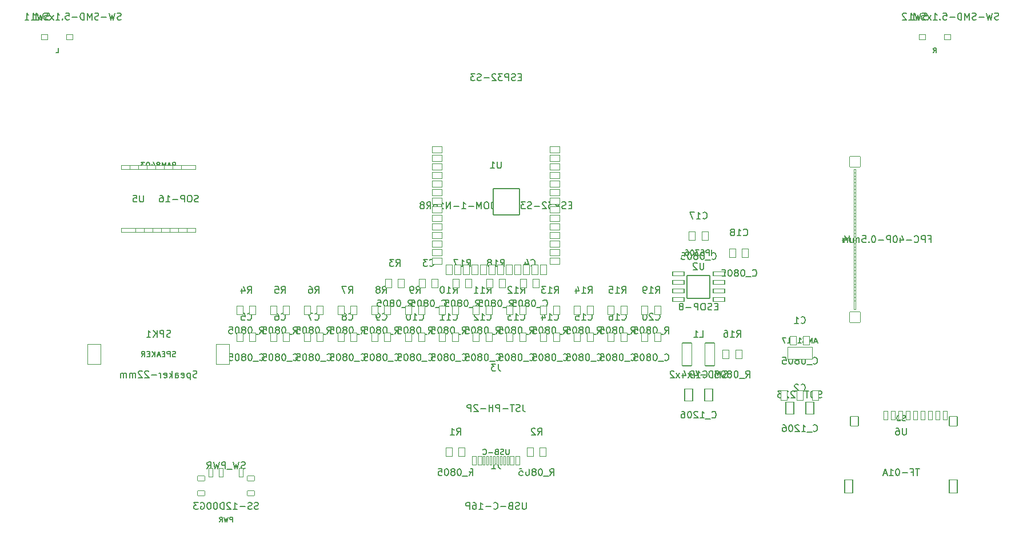
<source format=gbo>
%TF.GenerationSoftware,KiCad,Pcbnew,9.99.0-5542-g9c1654c496*%
%TF.CreationDate,2026-02-21T09:19:05+00:00*%
%TF.ProjectId,esp32-emu-turbo,65737033-322d-4656-9d75-2d747572626f,rev?*%
%TF.SameCoordinates,Original*%
%TF.FileFunction,Legend,Bot*%
%TF.FilePolarity,Positive*%
%FSLAX46Y46*%
G04 Gerber Fmt 4.6, Leading zero omitted, Abs format (unit mm)*
G04 Created by KiCad (PCBNEW 9.99.0-5542-g9c1654c496) date 2026-02-21 09:19:05*
%MOMM*%
%LPD*%
G01*
G04 APERTURE LIST*
G04 Aperture macros list*
%AMRoundRect*
0 Rectangle with rounded corners*
0 $1 Rounding radius*
0 $2 $3 $4 $5 $6 $7 $8 $9 X,Y pos of 4 corners*
0 Add a 4 corners polygon primitive as box body*
4,1,4,$2,$3,$4,$5,$6,$7,$8,$9,$2,$3,0*
0 Add four circle primitives for the rounded corners*
1,1,$1+$1,$2,$3*
1,1,$1+$1,$4,$5*
1,1,$1+$1,$6,$7*
1,1,$1+$1,$8,$9*
0 Add four rect primitives between the rounded corners*
20,1,$1+$1,$2,$3,$4,$5,0*
20,1,$1+$1,$4,$5,$6,$7,0*
20,1,$1+$1,$6,$7,$8,$9,0*
20,1,$1+$1,$8,$9,$2,$3,0*%
G04 Aperture macros list end*
%ADD10C,0.150000*%
%ADD11C,5.100000*%
%ADD12RoundRect,0.050000X-0.750000X-0.450000X0.750000X-0.450000X0.750000X0.450000X-0.750000X0.450000X0*%
%ADD13RoundRect,0.050000X-0.450000X-0.750000X0.450000X-0.750000X0.450000X0.750000X-0.450000X0.750000X0*%
%ADD14RoundRect,0.050000X-1.950000X-1.950000X1.950000X-1.950000X1.950000X1.950000X-1.950000X1.950000X0*%
%ADD15RoundRect,0.050000X-0.500000X-0.375000X0.500000X-0.375000X0.500000X0.375000X-0.500000X0.375000X0*%
%ADD16RoundRect,0.050000X-0.150000X-0.650000X0.150000X-0.650000X0.150000X0.650000X-0.150000X0.650000X0*%
%ADD17RoundRect,0.050000X-0.800000X-0.800000X0.800000X-0.800000X0.800000X0.800000X-0.800000X0.800000X0*%
%ADD18RoundRect,0.050000X-0.300000X-0.650000X0.300000X-0.650000X0.300000X0.650000X-0.300000X0.650000X0*%
%ADD19O,1.100000X2.200000*%
%ADD20RoundRect,0.050000X-0.600000X-0.700000X0.600000X-0.700000X0.600000X0.700000X-0.600000X0.700000X0*%
%ADD21RoundRect,0.050000X-0.600000X-1.000000X0.600000X-1.000000X0.600000X1.000000X-0.600000X1.000000X0*%
%ADD22RoundRect,0.050000X-0.525000X-0.350000X0.525000X-0.350000X0.525000X0.350000X-0.525000X0.350000X0*%
%ADD23RoundRect,0.050000X-1.000000X-1.500000X1.000000X-1.500000X1.000000X1.500000X-1.000000X1.500000X0*%
%ADD24RoundRect,0.050000X-0.850000X-0.300000X0.850000X-0.300000X0.850000X0.300000X-0.850000X0.300000X0*%
%ADD25RoundRect,0.050000X-1.700000X-1.700000X1.700000X-1.700000X1.700000X1.700000X-1.700000X1.700000X0*%
%ADD26RoundRect,0.050000X-0.500000X-0.750000X0.500000X-0.750000X0.500000X0.750000X-0.500000X0.750000X0*%
%ADD27RoundRect,0.050000X-1.800000X-0.900000X1.800000X-0.900000X1.800000X0.900000X-1.800000X0.900000X0*%
%ADD28RoundRect,0.050000X-1.025000X-0.300000X1.025000X-0.300000X1.025000X0.300000X-1.025000X0.300000X0*%
%ADD29RoundRect,0.050000X-0.700000X-1.700000X0.700000X-1.700000X0.700000X1.700000X-0.700000X1.700000X0*%
%ADD30C,1.600000*%
%ADD31RoundRect,0.050000X-0.500000X-0.650000X0.500000X-0.650000X0.500000X0.650000X-0.500000X0.650000X0*%
%ADD32RoundRect,0.050000X-0.600000X-0.900000X0.600000X-0.900000X0.600000X0.900000X-0.600000X0.900000X0*%
G04 APERTURE END LIST*
D10*
X14783333Y-7816033D02*
X15116666Y-7816033D01*
X15116666Y-7816033D02*
X15116666Y-7116033D01*
X40933333Y-77316033D02*
X40933333Y-76616033D01*
X40933333Y-76616033D02*
X40666666Y-76616033D01*
X40666666Y-76616033D02*
X40600000Y-76649366D01*
X40600000Y-76649366D02*
X40566666Y-76682700D01*
X40566666Y-76682700D02*
X40533333Y-76749366D01*
X40533333Y-76749366D02*
X40533333Y-76849366D01*
X40533333Y-76849366D02*
X40566666Y-76916033D01*
X40566666Y-76916033D02*
X40600000Y-76949366D01*
X40600000Y-76949366D02*
X40666666Y-76982700D01*
X40666666Y-76982700D02*
X40933333Y-76982700D01*
X40300000Y-76616033D02*
X40133333Y-77316033D01*
X40133333Y-77316033D02*
X40000000Y-76816033D01*
X40000000Y-76816033D02*
X39866666Y-77316033D01*
X39866666Y-77316033D02*
X39700000Y-76616033D01*
X39033333Y-77316033D02*
X39266666Y-76982700D01*
X39433333Y-77316033D02*
X39433333Y-76616033D01*
X39433333Y-76616033D02*
X39166666Y-76616033D01*
X39166666Y-76616033D02*
X39100000Y-76649366D01*
X39100000Y-76649366D02*
X39066666Y-76682700D01*
X39066666Y-76682700D02*
X39033333Y-76749366D01*
X39033333Y-76749366D02*
X39033333Y-76849366D01*
X39033333Y-76849366D02*
X39066666Y-76916033D01*
X39066666Y-76916033D02*
X39100000Y-76949366D01*
X39100000Y-76949366D02*
X39166666Y-76982700D01*
X39166666Y-76982700D02*
X39433333Y-76982700D01*
X144783333Y-7816033D02*
X145016666Y-7482700D01*
X145183333Y-7816033D02*
X145183333Y-7116033D01*
X145183333Y-7116033D02*
X144916666Y-7116033D01*
X144916666Y-7116033D02*
X144850000Y-7149366D01*
X144850000Y-7149366D02*
X144816666Y-7182700D01*
X144816666Y-7182700D02*
X144783333Y-7249366D01*
X144783333Y-7249366D02*
X144783333Y-7349366D01*
X144783333Y-7349366D02*
X144816666Y-7416033D01*
X144816666Y-7416033D02*
X144850000Y-7449366D01*
X144850000Y-7449366D02*
X144916666Y-7482700D01*
X144916666Y-7482700D02*
X145183333Y-7482700D01*
X32533333Y-24862295D02*
X32533333Y-24062295D01*
X32533333Y-24062295D02*
X32228571Y-24062295D01*
X32228571Y-24062295D02*
X32152381Y-24100390D01*
X32152381Y-24100390D02*
X32114286Y-24138485D01*
X32114286Y-24138485D02*
X32076190Y-24214676D01*
X32076190Y-24214676D02*
X32076190Y-24328961D01*
X32076190Y-24328961D02*
X32114286Y-24405152D01*
X32114286Y-24405152D02*
X32152381Y-24443247D01*
X32152381Y-24443247D02*
X32228571Y-24481342D01*
X32228571Y-24481342D02*
X32533333Y-24481342D01*
X31771429Y-24633723D02*
X31390476Y-24633723D01*
X31847619Y-24862295D02*
X31580952Y-24062295D01*
X31580952Y-24062295D02*
X31314286Y-24862295D01*
X31047619Y-24862295D02*
X31047619Y-24062295D01*
X31047619Y-24062295D02*
X30780953Y-24633723D01*
X30780953Y-24633723D02*
X30514286Y-24062295D01*
X30514286Y-24062295D02*
X30514286Y-24862295D01*
X30019048Y-24405152D02*
X30095238Y-24367057D01*
X30095238Y-24367057D02*
X30133333Y-24328961D01*
X30133333Y-24328961D02*
X30171429Y-24252771D01*
X30171429Y-24252771D02*
X30171429Y-24214676D01*
X30171429Y-24214676D02*
X30133333Y-24138485D01*
X30133333Y-24138485D02*
X30095238Y-24100390D01*
X30095238Y-24100390D02*
X30019048Y-24062295D01*
X30019048Y-24062295D02*
X29866667Y-24062295D01*
X29866667Y-24062295D02*
X29790476Y-24100390D01*
X29790476Y-24100390D02*
X29752381Y-24138485D01*
X29752381Y-24138485D02*
X29714286Y-24214676D01*
X29714286Y-24214676D02*
X29714286Y-24252771D01*
X29714286Y-24252771D02*
X29752381Y-24328961D01*
X29752381Y-24328961D02*
X29790476Y-24367057D01*
X29790476Y-24367057D02*
X29866667Y-24405152D01*
X29866667Y-24405152D02*
X30019048Y-24405152D01*
X30019048Y-24405152D02*
X30095238Y-24443247D01*
X30095238Y-24443247D02*
X30133333Y-24481342D01*
X30133333Y-24481342D02*
X30171429Y-24557533D01*
X30171429Y-24557533D02*
X30171429Y-24709914D01*
X30171429Y-24709914D02*
X30133333Y-24786104D01*
X30133333Y-24786104D02*
X30095238Y-24824200D01*
X30095238Y-24824200D02*
X30019048Y-24862295D01*
X30019048Y-24862295D02*
X29866667Y-24862295D01*
X29866667Y-24862295D02*
X29790476Y-24824200D01*
X29790476Y-24824200D02*
X29752381Y-24786104D01*
X29752381Y-24786104D02*
X29714286Y-24709914D01*
X29714286Y-24709914D02*
X29714286Y-24557533D01*
X29714286Y-24557533D02*
X29752381Y-24481342D01*
X29752381Y-24481342D02*
X29790476Y-24443247D01*
X29790476Y-24443247D02*
X29866667Y-24405152D01*
X29028571Y-24328961D02*
X29028571Y-24862295D01*
X29219047Y-24024200D02*
X29409524Y-24595628D01*
X29409524Y-24595628D02*
X28914285Y-24595628D01*
X28457142Y-24062295D02*
X28380952Y-24062295D01*
X28380952Y-24062295D02*
X28304761Y-24100390D01*
X28304761Y-24100390D02*
X28266666Y-24138485D01*
X28266666Y-24138485D02*
X28228571Y-24214676D01*
X28228571Y-24214676D02*
X28190476Y-24367057D01*
X28190476Y-24367057D02*
X28190476Y-24557533D01*
X28190476Y-24557533D02*
X28228571Y-24709914D01*
X28228571Y-24709914D02*
X28266666Y-24786104D01*
X28266666Y-24786104D02*
X28304761Y-24824200D01*
X28304761Y-24824200D02*
X28380952Y-24862295D01*
X28380952Y-24862295D02*
X28457142Y-24862295D01*
X28457142Y-24862295D02*
X28533333Y-24824200D01*
X28533333Y-24824200D02*
X28571428Y-24786104D01*
X28571428Y-24786104D02*
X28609523Y-24709914D01*
X28609523Y-24709914D02*
X28647619Y-24557533D01*
X28647619Y-24557533D02*
X28647619Y-24367057D01*
X28647619Y-24367057D02*
X28609523Y-24214676D01*
X28609523Y-24214676D02*
X28571428Y-24138485D01*
X28571428Y-24138485D02*
X28533333Y-24100390D01*
X28533333Y-24100390D02*
X28457142Y-24062295D01*
X27923809Y-24062295D02*
X27428571Y-24062295D01*
X27428571Y-24062295D02*
X27695237Y-24367057D01*
X27695237Y-24367057D02*
X27580952Y-24367057D01*
X27580952Y-24367057D02*
X27504761Y-24405152D01*
X27504761Y-24405152D02*
X27466666Y-24443247D01*
X27466666Y-24443247D02*
X27428571Y-24519438D01*
X27428571Y-24519438D02*
X27428571Y-24709914D01*
X27428571Y-24709914D02*
X27466666Y-24786104D01*
X27466666Y-24786104D02*
X27504761Y-24824200D01*
X27504761Y-24824200D02*
X27580952Y-24862295D01*
X27580952Y-24862295D02*
X27809523Y-24862295D01*
X27809523Y-24862295D02*
X27885714Y-24824200D01*
X27885714Y-24824200D02*
X27923809Y-24786104D01*
X32495238Y-52824200D02*
X32380952Y-52862295D01*
X32380952Y-52862295D02*
X32190476Y-52862295D01*
X32190476Y-52862295D02*
X32114285Y-52824200D01*
X32114285Y-52824200D02*
X32076190Y-52786104D01*
X32076190Y-52786104D02*
X32038095Y-52709914D01*
X32038095Y-52709914D02*
X32038095Y-52633723D01*
X32038095Y-52633723D02*
X32076190Y-52557533D01*
X32076190Y-52557533D02*
X32114285Y-52519438D01*
X32114285Y-52519438D02*
X32190476Y-52481342D01*
X32190476Y-52481342D02*
X32342857Y-52443247D01*
X32342857Y-52443247D02*
X32419047Y-52405152D01*
X32419047Y-52405152D02*
X32457142Y-52367057D01*
X32457142Y-52367057D02*
X32495238Y-52290866D01*
X32495238Y-52290866D02*
X32495238Y-52214676D01*
X32495238Y-52214676D02*
X32457142Y-52138485D01*
X32457142Y-52138485D02*
X32419047Y-52100390D01*
X32419047Y-52100390D02*
X32342857Y-52062295D01*
X32342857Y-52062295D02*
X32152380Y-52062295D01*
X32152380Y-52062295D02*
X32038095Y-52100390D01*
X31695237Y-52862295D02*
X31695237Y-52062295D01*
X31695237Y-52062295D02*
X31390475Y-52062295D01*
X31390475Y-52062295D02*
X31314285Y-52100390D01*
X31314285Y-52100390D02*
X31276190Y-52138485D01*
X31276190Y-52138485D02*
X31238094Y-52214676D01*
X31238094Y-52214676D02*
X31238094Y-52328961D01*
X31238094Y-52328961D02*
X31276190Y-52405152D01*
X31276190Y-52405152D02*
X31314285Y-52443247D01*
X31314285Y-52443247D02*
X31390475Y-52481342D01*
X31390475Y-52481342D02*
X31695237Y-52481342D01*
X30895237Y-52443247D02*
X30628571Y-52443247D01*
X30514285Y-52862295D02*
X30895237Y-52862295D01*
X30895237Y-52862295D02*
X30895237Y-52062295D01*
X30895237Y-52062295D02*
X30514285Y-52062295D01*
X30209523Y-52633723D02*
X29828570Y-52633723D01*
X30285713Y-52862295D02*
X30019046Y-52062295D01*
X30019046Y-52062295D02*
X29752380Y-52862295D01*
X29485713Y-52862295D02*
X29485713Y-52062295D01*
X29028570Y-52862295D02*
X29371428Y-52405152D01*
X29028570Y-52062295D02*
X29485713Y-52519438D01*
X28685713Y-52443247D02*
X28419047Y-52443247D01*
X28304761Y-52862295D02*
X28685713Y-52862295D01*
X28685713Y-52862295D02*
X28685713Y-52062295D01*
X28685713Y-52062295D02*
X28304761Y-52062295D01*
X27504760Y-52862295D02*
X27771427Y-52481342D01*
X27961903Y-52862295D02*
X27961903Y-52062295D01*
X27961903Y-52062295D02*
X27657141Y-52062295D01*
X27657141Y-52062295D02*
X27580951Y-52100390D01*
X27580951Y-52100390D02*
X27542856Y-52138485D01*
X27542856Y-52138485D02*
X27504760Y-52214676D01*
X27504760Y-52214676D02*
X27504760Y-52328961D01*
X27504760Y-52328961D02*
X27542856Y-52405152D01*
X27542856Y-52405152D02*
X27580951Y-52443247D01*
X27580951Y-52443247D02*
X27657141Y-52481342D01*
X27657141Y-52481342D02*
X27961903Y-52481342D01*
X81904761Y-66562295D02*
X81904761Y-67209914D01*
X81904761Y-67209914D02*
X81866666Y-67286104D01*
X81866666Y-67286104D02*
X81828571Y-67324200D01*
X81828571Y-67324200D02*
X81752380Y-67362295D01*
X81752380Y-67362295D02*
X81599999Y-67362295D01*
X81599999Y-67362295D02*
X81523809Y-67324200D01*
X81523809Y-67324200D02*
X81485714Y-67286104D01*
X81485714Y-67286104D02*
X81447618Y-67209914D01*
X81447618Y-67209914D02*
X81447618Y-66562295D01*
X81104762Y-67324200D02*
X80990476Y-67362295D01*
X80990476Y-67362295D02*
X80800000Y-67362295D01*
X80800000Y-67362295D02*
X80723809Y-67324200D01*
X80723809Y-67324200D02*
X80685714Y-67286104D01*
X80685714Y-67286104D02*
X80647619Y-67209914D01*
X80647619Y-67209914D02*
X80647619Y-67133723D01*
X80647619Y-67133723D02*
X80685714Y-67057533D01*
X80685714Y-67057533D02*
X80723809Y-67019438D01*
X80723809Y-67019438D02*
X80800000Y-66981342D01*
X80800000Y-66981342D02*
X80952381Y-66943247D01*
X80952381Y-66943247D02*
X81028571Y-66905152D01*
X81028571Y-66905152D02*
X81066666Y-66867057D01*
X81066666Y-66867057D02*
X81104762Y-66790866D01*
X81104762Y-66790866D02*
X81104762Y-66714676D01*
X81104762Y-66714676D02*
X81066666Y-66638485D01*
X81066666Y-66638485D02*
X81028571Y-66600390D01*
X81028571Y-66600390D02*
X80952381Y-66562295D01*
X80952381Y-66562295D02*
X80761904Y-66562295D01*
X80761904Y-66562295D02*
X80647619Y-66600390D01*
X80038095Y-66943247D02*
X79923809Y-66981342D01*
X79923809Y-66981342D02*
X79885714Y-67019438D01*
X79885714Y-67019438D02*
X79847618Y-67095628D01*
X79847618Y-67095628D02*
X79847618Y-67209914D01*
X79847618Y-67209914D02*
X79885714Y-67286104D01*
X79885714Y-67286104D02*
X79923809Y-67324200D01*
X79923809Y-67324200D02*
X79999999Y-67362295D01*
X79999999Y-67362295D02*
X80304761Y-67362295D01*
X80304761Y-67362295D02*
X80304761Y-66562295D01*
X80304761Y-66562295D02*
X80038095Y-66562295D01*
X80038095Y-66562295D02*
X79961904Y-66600390D01*
X79961904Y-66600390D02*
X79923809Y-66638485D01*
X79923809Y-66638485D02*
X79885714Y-66714676D01*
X79885714Y-66714676D02*
X79885714Y-66790866D01*
X79885714Y-66790866D02*
X79923809Y-66867057D01*
X79923809Y-66867057D02*
X79961904Y-66905152D01*
X79961904Y-66905152D02*
X80038095Y-66943247D01*
X80038095Y-66943247D02*
X80304761Y-66943247D01*
X79504761Y-67057533D02*
X78895238Y-67057533D01*
X78057142Y-67286104D02*
X78095238Y-67324200D01*
X78095238Y-67324200D02*
X78209523Y-67362295D01*
X78209523Y-67362295D02*
X78285714Y-67362295D01*
X78285714Y-67362295D02*
X78400000Y-67324200D01*
X78400000Y-67324200D02*
X78476190Y-67248009D01*
X78476190Y-67248009D02*
X78514285Y-67171819D01*
X78514285Y-67171819D02*
X78552381Y-67019438D01*
X78552381Y-67019438D02*
X78552381Y-66905152D01*
X78552381Y-66905152D02*
X78514285Y-66752771D01*
X78514285Y-66752771D02*
X78476190Y-66676580D01*
X78476190Y-66676580D02*
X78400000Y-66600390D01*
X78400000Y-66600390D02*
X78285714Y-66562295D01*
X78285714Y-66562295D02*
X78209523Y-66562295D01*
X78209523Y-66562295D02*
X78095238Y-66600390D01*
X78095238Y-66600390D02*
X78057142Y-66638485D01*
X111923809Y-37862295D02*
X111923809Y-37062295D01*
X111542857Y-37862295D02*
X111542857Y-37062295D01*
X111542857Y-37062295D02*
X111238095Y-37062295D01*
X111238095Y-37062295D02*
X111161905Y-37100390D01*
X111161905Y-37100390D02*
X111123810Y-37138485D01*
X111123810Y-37138485D02*
X111085714Y-37214676D01*
X111085714Y-37214676D02*
X111085714Y-37328961D01*
X111085714Y-37328961D02*
X111123810Y-37405152D01*
X111123810Y-37405152D02*
X111161905Y-37443247D01*
X111161905Y-37443247D02*
X111238095Y-37481342D01*
X111238095Y-37481342D02*
X111542857Y-37481342D01*
X110361905Y-37062295D02*
X110742857Y-37062295D01*
X110742857Y-37062295D02*
X110780953Y-37443247D01*
X110780953Y-37443247D02*
X110742857Y-37405152D01*
X110742857Y-37405152D02*
X110666667Y-37367057D01*
X110666667Y-37367057D02*
X110476191Y-37367057D01*
X110476191Y-37367057D02*
X110400000Y-37405152D01*
X110400000Y-37405152D02*
X110361905Y-37443247D01*
X110361905Y-37443247D02*
X110323810Y-37519438D01*
X110323810Y-37519438D02*
X110323810Y-37709914D01*
X110323810Y-37709914D02*
X110361905Y-37786104D01*
X110361905Y-37786104D02*
X110400000Y-37824200D01*
X110400000Y-37824200D02*
X110476191Y-37862295D01*
X110476191Y-37862295D02*
X110666667Y-37862295D01*
X110666667Y-37862295D02*
X110742857Y-37824200D01*
X110742857Y-37824200D02*
X110780953Y-37786104D01*
X110057143Y-37062295D02*
X109561905Y-37062295D01*
X109561905Y-37062295D02*
X109828571Y-37367057D01*
X109828571Y-37367057D02*
X109714286Y-37367057D01*
X109714286Y-37367057D02*
X109638095Y-37405152D01*
X109638095Y-37405152D02*
X109600000Y-37443247D01*
X109600000Y-37443247D02*
X109561905Y-37519438D01*
X109561905Y-37519438D02*
X109561905Y-37709914D01*
X109561905Y-37709914D02*
X109600000Y-37786104D01*
X109600000Y-37786104D02*
X109638095Y-37824200D01*
X109638095Y-37824200D02*
X109714286Y-37862295D01*
X109714286Y-37862295D02*
X109942857Y-37862295D01*
X109942857Y-37862295D02*
X110019048Y-37824200D01*
X110019048Y-37824200D02*
X110057143Y-37786104D01*
X109066666Y-37062295D02*
X108990476Y-37062295D01*
X108990476Y-37062295D02*
X108914285Y-37100390D01*
X108914285Y-37100390D02*
X108876190Y-37138485D01*
X108876190Y-37138485D02*
X108838095Y-37214676D01*
X108838095Y-37214676D02*
X108800000Y-37367057D01*
X108800000Y-37367057D02*
X108800000Y-37557533D01*
X108800000Y-37557533D02*
X108838095Y-37709914D01*
X108838095Y-37709914D02*
X108876190Y-37786104D01*
X108876190Y-37786104D02*
X108914285Y-37824200D01*
X108914285Y-37824200D02*
X108990476Y-37862295D01*
X108990476Y-37862295D02*
X109066666Y-37862295D01*
X109066666Y-37862295D02*
X109142857Y-37824200D01*
X109142857Y-37824200D02*
X109180952Y-37786104D01*
X109180952Y-37786104D02*
X109219047Y-37709914D01*
X109219047Y-37709914D02*
X109257143Y-37557533D01*
X109257143Y-37557533D02*
X109257143Y-37367057D01*
X109257143Y-37367057D02*
X109219047Y-37214676D01*
X109219047Y-37214676D02*
X109180952Y-37138485D01*
X109180952Y-37138485D02*
X109142857Y-37100390D01*
X109142857Y-37100390D02*
X109066666Y-37062295D01*
X108114285Y-37062295D02*
X108266666Y-37062295D01*
X108266666Y-37062295D02*
X108342857Y-37100390D01*
X108342857Y-37100390D02*
X108380952Y-37138485D01*
X108380952Y-37138485D02*
X108457142Y-37252771D01*
X108457142Y-37252771D02*
X108495238Y-37405152D01*
X108495238Y-37405152D02*
X108495238Y-37709914D01*
X108495238Y-37709914D02*
X108457142Y-37786104D01*
X108457142Y-37786104D02*
X108419047Y-37824200D01*
X108419047Y-37824200D02*
X108342857Y-37862295D01*
X108342857Y-37862295D02*
X108190476Y-37862295D01*
X108190476Y-37862295D02*
X108114285Y-37824200D01*
X108114285Y-37824200D02*
X108076190Y-37786104D01*
X108076190Y-37786104D02*
X108038095Y-37709914D01*
X108038095Y-37709914D02*
X108038095Y-37519438D01*
X108038095Y-37519438D02*
X108076190Y-37443247D01*
X108076190Y-37443247D02*
X108114285Y-37405152D01*
X108114285Y-37405152D02*
X108190476Y-37367057D01*
X108190476Y-37367057D02*
X108342857Y-37367057D01*
X108342857Y-37367057D02*
X108419047Y-37405152D01*
X108419047Y-37405152D02*
X108457142Y-37443247D01*
X108457142Y-37443247D02*
X108495238Y-37519438D01*
X127552381Y-50633723D02*
X127171428Y-50633723D01*
X127628571Y-50862295D02*
X127361904Y-50062295D01*
X127361904Y-50062295D02*
X127095238Y-50862295D01*
X126828571Y-50862295D02*
X126828571Y-50062295D01*
X126828571Y-50062295D02*
X126561905Y-50633723D01*
X126561905Y-50633723D02*
X126295238Y-50062295D01*
X126295238Y-50062295D02*
X126295238Y-50862295D01*
X125952381Y-50824200D02*
X125838095Y-50862295D01*
X125838095Y-50862295D02*
X125647619Y-50862295D01*
X125647619Y-50862295D02*
X125571428Y-50824200D01*
X125571428Y-50824200D02*
X125533333Y-50786104D01*
X125533333Y-50786104D02*
X125495238Y-50709914D01*
X125495238Y-50709914D02*
X125495238Y-50633723D01*
X125495238Y-50633723D02*
X125533333Y-50557533D01*
X125533333Y-50557533D02*
X125571428Y-50519438D01*
X125571428Y-50519438D02*
X125647619Y-50481342D01*
X125647619Y-50481342D02*
X125800000Y-50443247D01*
X125800000Y-50443247D02*
X125876190Y-50405152D01*
X125876190Y-50405152D02*
X125914285Y-50367057D01*
X125914285Y-50367057D02*
X125952381Y-50290866D01*
X125952381Y-50290866D02*
X125952381Y-50214676D01*
X125952381Y-50214676D02*
X125914285Y-50138485D01*
X125914285Y-50138485D02*
X125876190Y-50100390D01*
X125876190Y-50100390D02*
X125800000Y-50062295D01*
X125800000Y-50062295D02*
X125609523Y-50062295D01*
X125609523Y-50062295D02*
X125495238Y-50100390D01*
X124733333Y-50862295D02*
X125190476Y-50862295D01*
X124961904Y-50862295D02*
X124961904Y-50062295D01*
X124961904Y-50062295D02*
X125038095Y-50176580D01*
X125038095Y-50176580D02*
X125114285Y-50252771D01*
X125114285Y-50252771D02*
X125190476Y-50290866D01*
X123971428Y-50862295D02*
X124428571Y-50862295D01*
X124199999Y-50862295D02*
X124199999Y-50062295D01*
X124199999Y-50062295D02*
X124276190Y-50176580D01*
X124276190Y-50176580D02*
X124352380Y-50252771D01*
X124352380Y-50252771D02*
X124428571Y-50290866D01*
X123209523Y-50862295D02*
X123666666Y-50862295D01*
X123438094Y-50862295D02*
X123438094Y-50062295D01*
X123438094Y-50062295D02*
X123514285Y-50176580D01*
X123514285Y-50176580D02*
X123590475Y-50252771D01*
X123590475Y-50252771D02*
X123666666Y-50290866D01*
X122942856Y-50062295D02*
X122409522Y-50062295D01*
X122409522Y-50062295D02*
X122752380Y-50862295D01*
X140628571Y-62324200D02*
X140514285Y-62362295D01*
X140514285Y-62362295D02*
X140323809Y-62362295D01*
X140323809Y-62362295D02*
X140247618Y-62324200D01*
X140247618Y-62324200D02*
X140209523Y-62286104D01*
X140209523Y-62286104D02*
X140171428Y-62209914D01*
X140171428Y-62209914D02*
X140171428Y-62133723D01*
X140171428Y-62133723D02*
X140209523Y-62057533D01*
X140209523Y-62057533D02*
X140247618Y-62019438D01*
X140247618Y-62019438D02*
X140323809Y-61981342D01*
X140323809Y-61981342D02*
X140476190Y-61943247D01*
X140476190Y-61943247D02*
X140552380Y-61905152D01*
X140552380Y-61905152D02*
X140590475Y-61867057D01*
X140590475Y-61867057D02*
X140628571Y-61790866D01*
X140628571Y-61790866D02*
X140628571Y-61714676D01*
X140628571Y-61714676D02*
X140590475Y-61638485D01*
X140590475Y-61638485D02*
X140552380Y-61600390D01*
X140552380Y-61600390D02*
X140476190Y-61562295D01*
X140476190Y-61562295D02*
X140285713Y-61562295D01*
X140285713Y-61562295D02*
X140171428Y-61600390D01*
X139828570Y-62362295D02*
X139828570Y-61562295D01*
X139828570Y-61562295D02*
X139638094Y-61562295D01*
X139638094Y-61562295D02*
X139523808Y-61600390D01*
X139523808Y-61600390D02*
X139447618Y-61676580D01*
X139447618Y-61676580D02*
X139409523Y-61752771D01*
X139409523Y-61752771D02*
X139371427Y-61905152D01*
X139371427Y-61905152D02*
X139371427Y-62019438D01*
X139371427Y-62019438D02*
X139409523Y-62171819D01*
X139409523Y-62171819D02*
X139447618Y-62248009D01*
X139447618Y-62248009D02*
X139523808Y-62324200D01*
X139523808Y-62324200D02*
X139638094Y-62362295D01*
X139638094Y-62362295D02*
X139828570Y-62362295D01*
X83714285Y-11431009D02*
X83380952Y-11431009D01*
X83238095Y-11954819D02*
X83714285Y-11954819D01*
X83714285Y-11954819D02*
X83714285Y-10954819D01*
X83714285Y-10954819D02*
X83238095Y-10954819D01*
X82857142Y-11907200D02*
X82714285Y-11954819D01*
X82714285Y-11954819D02*
X82476190Y-11954819D01*
X82476190Y-11954819D02*
X82380952Y-11907200D01*
X82380952Y-11907200D02*
X82333333Y-11859580D01*
X82333333Y-11859580D02*
X82285714Y-11764342D01*
X82285714Y-11764342D02*
X82285714Y-11669104D01*
X82285714Y-11669104D02*
X82333333Y-11573866D01*
X82333333Y-11573866D02*
X82380952Y-11526247D01*
X82380952Y-11526247D02*
X82476190Y-11478628D01*
X82476190Y-11478628D02*
X82666666Y-11431009D01*
X82666666Y-11431009D02*
X82761904Y-11383390D01*
X82761904Y-11383390D02*
X82809523Y-11335771D01*
X82809523Y-11335771D02*
X82857142Y-11240533D01*
X82857142Y-11240533D02*
X82857142Y-11145295D01*
X82857142Y-11145295D02*
X82809523Y-11050057D01*
X82809523Y-11050057D02*
X82761904Y-11002438D01*
X82761904Y-11002438D02*
X82666666Y-10954819D01*
X82666666Y-10954819D02*
X82428571Y-10954819D01*
X82428571Y-10954819D02*
X82285714Y-11002438D01*
X81857142Y-11954819D02*
X81857142Y-10954819D01*
X81857142Y-10954819D02*
X81476190Y-10954819D01*
X81476190Y-10954819D02*
X81380952Y-11002438D01*
X81380952Y-11002438D02*
X81333333Y-11050057D01*
X81333333Y-11050057D02*
X81285714Y-11145295D01*
X81285714Y-11145295D02*
X81285714Y-11288152D01*
X81285714Y-11288152D02*
X81333333Y-11383390D01*
X81333333Y-11383390D02*
X81380952Y-11431009D01*
X81380952Y-11431009D02*
X81476190Y-11478628D01*
X81476190Y-11478628D02*
X81857142Y-11478628D01*
X80952380Y-10954819D02*
X80333333Y-10954819D01*
X80333333Y-10954819D02*
X80666666Y-11335771D01*
X80666666Y-11335771D02*
X80523809Y-11335771D01*
X80523809Y-11335771D02*
X80428571Y-11383390D01*
X80428571Y-11383390D02*
X80380952Y-11431009D01*
X80380952Y-11431009D02*
X80333333Y-11526247D01*
X80333333Y-11526247D02*
X80333333Y-11764342D01*
X80333333Y-11764342D02*
X80380952Y-11859580D01*
X80380952Y-11859580D02*
X80428571Y-11907200D01*
X80428571Y-11907200D02*
X80523809Y-11954819D01*
X80523809Y-11954819D02*
X80809523Y-11954819D01*
X80809523Y-11954819D02*
X80904761Y-11907200D01*
X80904761Y-11907200D02*
X80952380Y-11859580D01*
X79952380Y-11050057D02*
X79904761Y-11002438D01*
X79904761Y-11002438D02*
X79809523Y-10954819D01*
X79809523Y-10954819D02*
X79571428Y-10954819D01*
X79571428Y-10954819D02*
X79476190Y-11002438D01*
X79476190Y-11002438D02*
X79428571Y-11050057D01*
X79428571Y-11050057D02*
X79380952Y-11145295D01*
X79380952Y-11145295D02*
X79380952Y-11240533D01*
X79380952Y-11240533D02*
X79428571Y-11383390D01*
X79428571Y-11383390D02*
X79999999Y-11954819D01*
X79999999Y-11954819D02*
X79380952Y-11954819D01*
X78952380Y-11573866D02*
X78190476Y-11573866D01*
X77761904Y-11907200D02*
X77619047Y-11954819D01*
X77619047Y-11954819D02*
X77380952Y-11954819D01*
X77380952Y-11954819D02*
X77285714Y-11907200D01*
X77285714Y-11907200D02*
X77238095Y-11859580D01*
X77238095Y-11859580D02*
X77190476Y-11764342D01*
X77190476Y-11764342D02*
X77190476Y-11669104D01*
X77190476Y-11669104D02*
X77238095Y-11573866D01*
X77238095Y-11573866D02*
X77285714Y-11526247D01*
X77285714Y-11526247D02*
X77380952Y-11478628D01*
X77380952Y-11478628D02*
X77571428Y-11431009D01*
X77571428Y-11431009D02*
X77666666Y-11383390D01*
X77666666Y-11383390D02*
X77714285Y-11335771D01*
X77714285Y-11335771D02*
X77761904Y-11240533D01*
X77761904Y-11240533D02*
X77761904Y-11145295D01*
X77761904Y-11145295D02*
X77714285Y-11050057D01*
X77714285Y-11050057D02*
X77666666Y-11002438D01*
X77666666Y-11002438D02*
X77571428Y-10954819D01*
X77571428Y-10954819D02*
X77333333Y-10954819D01*
X77333333Y-10954819D02*
X77190476Y-11002438D01*
X76857142Y-10954819D02*
X76238095Y-10954819D01*
X76238095Y-10954819D02*
X76571428Y-11335771D01*
X76571428Y-11335771D02*
X76428571Y-11335771D01*
X76428571Y-11335771D02*
X76333333Y-11383390D01*
X76333333Y-11383390D02*
X76285714Y-11431009D01*
X76285714Y-11431009D02*
X76238095Y-11526247D01*
X76238095Y-11526247D02*
X76238095Y-11764342D01*
X76238095Y-11764342D02*
X76285714Y-11859580D01*
X76285714Y-11859580D02*
X76333333Y-11907200D01*
X76333333Y-11907200D02*
X76428571Y-11954819D01*
X76428571Y-11954819D02*
X76714285Y-11954819D01*
X76714285Y-11954819D02*
X76809523Y-11907200D01*
X76809523Y-11907200D02*
X76857142Y-11859580D01*
X80761904Y-23954819D02*
X80761904Y-24764342D01*
X80761904Y-24764342D02*
X80714285Y-24859580D01*
X80714285Y-24859580D02*
X80666666Y-24907200D01*
X80666666Y-24907200D02*
X80571428Y-24954819D01*
X80571428Y-24954819D02*
X80380952Y-24954819D01*
X80380952Y-24954819D02*
X80285714Y-24907200D01*
X80285714Y-24907200D02*
X80238095Y-24859580D01*
X80238095Y-24859580D02*
X80190476Y-24764342D01*
X80190476Y-24764342D02*
X80190476Y-23954819D01*
X79190476Y-24954819D02*
X79761904Y-24954819D01*
X79476190Y-24954819D02*
X79476190Y-23954819D01*
X79476190Y-23954819D02*
X79571428Y-24097676D01*
X79571428Y-24097676D02*
X79666666Y-24192914D01*
X79666666Y-24192914D02*
X79761904Y-24240533D01*
X91190475Y-30431009D02*
X90857142Y-30431009D01*
X90714285Y-30954819D02*
X91190475Y-30954819D01*
X91190475Y-30954819D02*
X91190475Y-29954819D01*
X91190475Y-29954819D02*
X90714285Y-29954819D01*
X90333332Y-30907200D02*
X90190475Y-30954819D01*
X90190475Y-30954819D02*
X89952380Y-30954819D01*
X89952380Y-30954819D02*
X89857142Y-30907200D01*
X89857142Y-30907200D02*
X89809523Y-30859580D01*
X89809523Y-30859580D02*
X89761904Y-30764342D01*
X89761904Y-30764342D02*
X89761904Y-30669104D01*
X89761904Y-30669104D02*
X89809523Y-30573866D01*
X89809523Y-30573866D02*
X89857142Y-30526247D01*
X89857142Y-30526247D02*
X89952380Y-30478628D01*
X89952380Y-30478628D02*
X90142856Y-30431009D01*
X90142856Y-30431009D02*
X90238094Y-30383390D01*
X90238094Y-30383390D02*
X90285713Y-30335771D01*
X90285713Y-30335771D02*
X90333332Y-30240533D01*
X90333332Y-30240533D02*
X90333332Y-30145295D01*
X90333332Y-30145295D02*
X90285713Y-30050057D01*
X90285713Y-30050057D02*
X90238094Y-30002438D01*
X90238094Y-30002438D02*
X90142856Y-29954819D01*
X90142856Y-29954819D02*
X89904761Y-29954819D01*
X89904761Y-29954819D02*
X89761904Y-30002438D01*
X89333332Y-30954819D02*
X89333332Y-29954819D01*
X89333332Y-29954819D02*
X88952380Y-29954819D01*
X88952380Y-29954819D02*
X88857142Y-30002438D01*
X88857142Y-30002438D02*
X88809523Y-30050057D01*
X88809523Y-30050057D02*
X88761904Y-30145295D01*
X88761904Y-30145295D02*
X88761904Y-30288152D01*
X88761904Y-30288152D02*
X88809523Y-30383390D01*
X88809523Y-30383390D02*
X88857142Y-30431009D01*
X88857142Y-30431009D02*
X88952380Y-30478628D01*
X88952380Y-30478628D02*
X89333332Y-30478628D01*
X88428570Y-29954819D02*
X87809523Y-29954819D01*
X87809523Y-29954819D02*
X88142856Y-30335771D01*
X88142856Y-30335771D02*
X87999999Y-30335771D01*
X87999999Y-30335771D02*
X87904761Y-30383390D01*
X87904761Y-30383390D02*
X87857142Y-30431009D01*
X87857142Y-30431009D02*
X87809523Y-30526247D01*
X87809523Y-30526247D02*
X87809523Y-30764342D01*
X87809523Y-30764342D02*
X87857142Y-30859580D01*
X87857142Y-30859580D02*
X87904761Y-30907200D01*
X87904761Y-30907200D02*
X87999999Y-30954819D01*
X87999999Y-30954819D02*
X88285713Y-30954819D01*
X88285713Y-30954819D02*
X88380951Y-30907200D01*
X88380951Y-30907200D02*
X88428570Y-30859580D01*
X87428570Y-30050057D02*
X87380951Y-30002438D01*
X87380951Y-30002438D02*
X87285713Y-29954819D01*
X87285713Y-29954819D02*
X87047618Y-29954819D01*
X87047618Y-29954819D02*
X86952380Y-30002438D01*
X86952380Y-30002438D02*
X86904761Y-30050057D01*
X86904761Y-30050057D02*
X86857142Y-30145295D01*
X86857142Y-30145295D02*
X86857142Y-30240533D01*
X86857142Y-30240533D02*
X86904761Y-30383390D01*
X86904761Y-30383390D02*
X87476189Y-30954819D01*
X87476189Y-30954819D02*
X86857142Y-30954819D01*
X86428570Y-30573866D02*
X85666666Y-30573866D01*
X85238094Y-30907200D02*
X85095237Y-30954819D01*
X85095237Y-30954819D02*
X84857142Y-30954819D01*
X84857142Y-30954819D02*
X84761904Y-30907200D01*
X84761904Y-30907200D02*
X84714285Y-30859580D01*
X84714285Y-30859580D02*
X84666666Y-30764342D01*
X84666666Y-30764342D02*
X84666666Y-30669104D01*
X84666666Y-30669104D02*
X84714285Y-30573866D01*
X84714285Y-30573866D02*
X84761904Y-30526247D01*
X84761904Y-30526247D02*
X84857142Y-30478628D01*
X84857142Y-30478628D02*
X85047618Y-30431009D01*
X85047618Y-30431009D02*
X85142856Y-30383390D01*
X85142856Y-30383390D02*
X85190475Y-30335771D01*
X85190475Y-30335771D02*
X85238094Y-30240533D01*
X85238094Y-30240533D02*
X85238094Y-30145295D01*
X85238094Y-30145295D02*
X85190475Y-30050057D01*
X85190475Y-30050057D02*
X85142856Y-30002438D01*
X85142856Y-30002438D02*
X85047618Y-29954819D01*
X85047618Y-29954819D02*
X84809523Y-29954819D01*
X84809523Y-29954819D02*
X84666666Y-30002438D01*
X84333332Y-29954819D02*
X83714285Y-29954819D01*
X83714285Y-29954819D02*
X84047618Y-30335771D01*
X84047618Y-30335771D02*
X83904761Y-30335771D01*
X83904761Y-30335771D02*
X83809523Y-30383390D01*
X83809523Y-30383390D02*
X83761904Y-30431009D01*
X83761904Y-30431009D02*
X83714285Y-30526247D01*
X83714285Y-30526247D02*
X83714285Y-30764342D01*
X83714285Y-30764342D02*
X83761904Y-30859580D01*
X83761904Y-30859580D02*
X83809523Y-30907200D01*
X83809523Y-30907200D02*
X83904761Y-30954819D01*
X83904761Y-30954819D02*
X84190475Y-30954819D01*
X84190475Y-30954819D02*
X84285713Y-30907200D01*
X84285713Y-30907200D02*
X84333332Y-30859580D01*
X83285713Y-30573866D02*
X82523809Y-30573866D01*
X82142856Y-29954819D02*
X81904761Y-30954819D01*
X81904761Y-30954819D02*
X81714285Y-30240533D01*
X81714285Y-30240533D02*
X81523809Y-30954819D01*
X81523809Y-30954819D02*
X81285714Y-29954819D01*
X80333333Y-30954819D02*
X80666666Y-30478628D01*
X80904761Y-30954819D02*
X80904761Y-29954819D01*
X80904761Y-29954819D02*
X80523809Y-29954819D01*
X80523809Y-29954819D02*
X80428571Y-30002438D01*
X80428571Y-30002438D02*
X80380952Y-30050057D01*
X80380952Y-30050057D02*
X80333333Y-30145295D01*
X80333333Y-30145295D02*
X80333333Y-30288152D01*
X80333333Y-30288152D02*
X80380952Y-30383390D01*
X80380952Y-30383390D02*
X80428571Y-30431009D01*
X80428571Y-30431009D02*
X80523809Y-30478628D01*
X80523809Y-30478628D02*
X80904761Y-30478628D01*
X79714285Y-29954819D02*
X79523809Y-29954819D01*
X79523809Y-29954819D02*
X79428571Y-30002438D01*
X79428571Y-30002438D02*
X79333333Y-30097676D01*
X79333333Y-30097676D02*
X79285714Y-30288152D01*
X79285714Y-30288152D02*
X79285714Y-30621485D01*
X79285714Y-30621485D02*
X79333333Y-30811961D01*
X79333333Y-30811961D02*
X79428571Y-30907200D01*
X79428571Y-30907200D02*
X79523809Y-30954819D01*
X79523809Y-30954819D02*
X79714285Y-30954819D01*
X79714285Y-30954819D02*
X79809523Y-30907200D01*
X79809523Y-30907200D02*
X79904761Y-30811961D01*
X79904761Y-30811961D02*
X79952380Y-30621485D01*
X79952380Y-30621485D02*
X79952380Y-30288152D01*
X79952380Y-30288152D02*
X79904761Y-30097676D01*
X79904761Y-30097676D02*
X79809523Y-30002438D01*
X79809523Y-30002438D02*
X79714285Y-29954819D01*
X78666666Y-29954819D02*
X78476190Y-29954819D01*
X78476190Y-29954819D02*
X78380952Y-30002438D01*
X78380952Y-30002438D02*
X78285714Y-30097676D01*
X78285714Y-30097676D02*
X78238095Y-30288152D01*
X78238095Y-30288152D02*
X78238095Y-30621485D01*
X78238095Y-30621485D02*
X78285714Y-30811961D01*
X78285714Y-30811961D02*
X78380952Y-30907200D01*
X78380952Y-30907200D02*
X78476190Y-30954819D01*
X78476190Y-30954819D02*
X78666666Y-30954819D01*
X78666666Y-30954819D02*
X78761904Y-30907200D01*
X78761904Y-30907200D02*
X78857142Y-30811961D01*
X78857142Y-30811961D02*
X78904761Y-30621485D01*
X78904761Y-30621485D02*
X78904761Y-30288152D01*
X78904761Y-30288152D02*
X78857142Y-30097676D01*
X78857142Y-30097676D02*
X78761904Y-30002438D01*
X78761904Y-30002438D02*
X78666666Y-29954819D01*
X77809523Y-30954819D02*
X77809523Y-29954819D01*
X77809523Y-29954819D02*
X77476190Y-30669104D01*
X77476190Y-30669104D02*
X77142857Y-29954819D01*
X77142857Y-29954819D02*
X77142857Y-30954819D01*
X76666666Y-30573866D02*
X75904762Y-30573866D01*
X74904762Y-30954819D02*
X75476190Y-30954819D01*
X75190476Y-30954819D02*
X75190476Y-29954819D01*
X75190476Y-29954819D02*
X75285714Y-30097676D01*
X75285714Y-30097676D02*
X75380952Y-30192914D01*
X75380952Y-30192914D02*
X75476190Y-30240533D01*
X74476190Y-30573866D02*
X73714286Y-30573866D01*
X73238095Y-30954819D02*
X73238095Y-29954819D01*
X73238095Y-29954819D02*
X72666667Y-30954819D01*
X72666667Y-30954819D02*
X72666667Y-29954819D01*
X71666667Y-30954819D02*
X72238095Y-30954819D01*
X71952381Y-30954819D02*
X71952381Y-29954819D01*
X71952381Y-29954819D02*
X72047619Y-30097676D01*
X72047619Y-30097676D02*
X72142857Y-30192914D01*
X72142857Y-30192914D02*
X72238095Y-30240533D01*
X70809524Y-29954819D02*
X71000000Y-29954819D01*
X71000000Y-29954819D02*
X71095238Y-30002438D01*
X71095238Y-30002438D02*
X71142857Y-30050057D01*
X71142857Y-30050057D02*
X71238095Y-30192914D01*
X71238095Y-30192914D02*
X71285714Y-30383390D01*
X71285714Y-30383390D02*
X71285714Y-30764342D01*
X71285714Y-30764342D02*
X71238095Y-30859580D01*
X71238095Y-30859580D02*
X71190476Y-30907200D01*
X71190476Y-30907200D02*
X71095238Y-30954819D01*
X71095238Y-30954819D02*
X70904762Y-30954819D01*
X70904762Y-30954819D02*
X70809524Y-30907200D01*
X70809524Y-30907200D02*
X70761905Y-30859580D01*
X70761905Y-30859580D02*
X70714286Y-30764342D01*
X70714286Y-30764342D02*
X70714286Y-30526247D01*
X70714286Y-30526247D02*
X70761905Y-30431009D01*
X70761905Y-30431009D02*
X70809524Y-30383390D01*
X70809524Y-30383390D02*
X70904762Y-30335771D01*
X70904762Y-30335771D02*
X71095238Y-30335771D01*
X71095238Y-30335771D02*
X71190476Y-30383390D01*
X71190476Y-30383390D02*
X71238095Y-30431009D01*
X71238095Y-30431009D02*
X71285714Y-30526247D01*
X69714286Y-30954819D02*
X70047619Y-30478628D01*
X70285714Y-30954819D02*
X70285714Y-29954819D01*
X70285714Y-29954819D02*
X69904762Y-29954819D01*
X69904762Y-29954819D02*
X69809524Y-30002438D01*
X69809524Y-30002438D02*
X69761905Y-30050057D01*
X69761905Y-30050057D02*
X69714286Y-30145295D01*
X69714286Y-30145295D02*
X69714286Y-30288152D01*
X69714286Y-30288152D02*
X69761905Y-30383390D01*
X69761905Y-30383390D02*
X69809524Y-30431009D01*
X69809524Y-30431009D02*
X69904762Y-30478628D01*
X69904762Y-30478628D02*
X70285714Y-30478628D01*
X69142857Y-30383390D02*
X69238095Y-30335771D01*
X69238095Y-30335771D02*
X69285714Y-30288152D01*
X69285714Y-30288152D02*
X69333333Y-30192914D01*
X69333333Y-30192914D02*
X69333333Y-30145295D01*
X69333333Y-30145295D02*
X69285714Y-30050057D01*
X69285714Y-30050057D02*
X69238095Y-30002438D01*
X69238095Y-30002438D02*
X69142857Y-29954819D01*
X69142857Y-29954819D02*
X68952381Y-29954819D01*
X68952381Y-29954819D02*
X68857143Y-30002438D01*
X68857143Y-30002438D02*
X68809524Y-30050057D01*
X68809524Y-30050057D02*
X68761905Y-30145295D01*
X68761905Y-30145295D02*
X68761905Y-30192914D01*
X68761905Y-30192914D02*
X68809524Y-30288152D01*
X68809524Y-30288152D02*
X68857143Y-30335771D01*
X68857143Y-30335771D02*
X68952381Y-30383390D01*
X68952381Y-30383390D02*
X69142857Y-30383390D01*
X69142857Y-30383390D02*
X69238095Y-30431009D01*
X69238095Y-30431009D02*
X69285714Y-30478628D01*
X69285714Y-30478628D02*
X69333333Y-30573866D01*
X69333333Y-30573866D02*
X69333333Y-30764342D01*
X69333333Y-30764342D02*
X69285714Y-30859580D01*
X69285714Y-30859580D02*
X69238095Y-30907200D01*
X69238095Y-30907200D02*
X69142857Y-30954819D01*
X69142857Y-30954819D02*
X68952381Y-30954819D01*
X68952381Y-30954819D02*
X68857143Y-30907200D01*
X68857143Y-30907200D02*
X68809524Y-30859580D01*
X68809524Y-30859580D02*
X68761905Y-30764342D01*
X68761905Y-30764342D02*
X68761905Y-30573866D01*
X68761905Y-30573866D02*
X68809524Y-30478628D01*
X68809524Y-30478628D02*
X68857143Y-30431009D01*
X68857143Y-30431009D02*
X68952381Y-30383390D01*
X13809523Y-2907200D02*
X13666666Y-2954819D01*
X13666666Y-2954819D02*
X13428571Y-2954819D01*
X13428571Y-2954819D02*
X13333333Y-2907200D01*
X13333333Y-2907200D02*
X13285714Y-2859580D01*
X13285714Y-2859580D02*
X13238095Y-2764342D01*
X13238095Y-2764342D02*
X13238095Y-2669104D01*
X13238095Y-2669104D02*
X13285714Y-2573866D01*
X13285714Y-2573866D02*
X13333333Y-2526247D01*
X13333333Y-2526247D02*
X13428571Y-2478628D01*
X13428571Y-2478628D02*
X13619047Y-2431009D01*
X13619047Y-2431009D02*
X13714285Y-2383390D01*
X13714285Y-2383390D02*
X13761904Y-2335771D01*
X13761904Y-2335771D02*
X13809523Y-2240533D01*
X13809523Y-2240533D02*
X13809523Y-2145295D01*
X13809523Y-2145295D02*
X13761904Y-2050057D01*
X13761904Y-2050057D02*
X13714285Y-2002438D01*
X13714285Y-2002438D02*
X13619047Y-1954819D01*
X13619047Y-1954819D02*
X13380952Y-1954819D01*
X13380952Y-1954819D02*
X13238095Y-2002438D01*
X12904761Y-1954819D02*
X12666666Y-2954819D01*
X12666666Y-2954819D02*
X12476190Y-2240533D01*
X12476190Y-2240533D02*
X12285714Y-2954819D01*
X12285714Y-2954819D02*
X12047619Y-1954819D01*
X11142857Y-2954819D02*
X11714285Y-2954819D01*
X11428571Y-2954819D02*
X11428571Y-1954819D01*
X11428571Y-1954819D02*
X11523809Y-2097676D01*
X11523809Y-2097676D02*
X11619047Y-2192914D01*
X11619047Y-2192914D02*
X11714285Y-2240533D01*
X10190476Y-2954819D02*
X10761904Y-2954819D01*
X10476190Y-2954819D02*
X10476190Y-1954819D01*
X10476190Y-1954819D02*
X10571428Y-2097676D01*
X10571428Y-2097676D02*
X10666666Y-2192914D01*
X10666666Y-2192914D02*
X10761904Y-2240533D01*
X24428570Y-2907200D02*
X24285713Y-2954819D01*
X24285713Y-2954819D02*
X24047618Y-2954819D01*
X24047618Y-2954819D02*
X23952380Y-2907200D01*
X23952380Y-2907200D02*
X23904761Y-2859580D01*
X23904761Y-2859580D02*
X23857142Y-2764342D01*
X23857142Y-2764342D02*
X23857142Y-2669104D01*
X23857142Y-2669104D02*
X23904761Y-2573866D01*
X23904761Y-2573866D02*
X23952380Y-2526247D01*
X23952380Y-2526247D02*
X24047618Y-2478628D01*
X24047618Y-2478628D02*
X24238094Y-2431009D01*
X24238094Y-2431009D02*
X24333332Y-2383390D01*
X24333332Y-2383390D02*
X24380951Y-2335771D01*
X24380951Y-2335771D02*
X24428570Y-2240533D01*
X24428570Y-2240533D02*
X24428570Y-2145295D01*
X24428570Y-2145295D02*
X24380951Y-2050057D01*
X24380951Y-2050057D02*
X24333332Y-2002438D01*
X24333332Y-2002438D02*
X24238094Y-1954819D01*
X24238094Y-1954819D02*
X23999999Y-1954819D01*
X23999999Y-1954819D02*
X23857142Y-2002438D01*
X23523808Y-1954819D02*
X23285713Y-2954819D01*
X23285713Y-2954819D02*
X23095237Y-2240533D01*
X23095237Y-2240533D02*
X22904761Y-2954819D01*
X22904761Y-2954819D02*
X22666666Y-1954819D01*
X22285713Y-2573866D02*
X21523809Y-2573866D01*
X21095237Y-2907200D02*
X20952380Y-2954819D01*
X20952380Y-2954819D02*
X20714285Y-2954819D01*
X20714285Y-2954819D02*
X20619047Y-2907200D01*
X20619047Y-2907200D02*
X20571428Y-2859580D01*
X20571428Y-2859580D02*
X20523809Y-2764342D01*
X20523809Y-2764342D02*
X20523809Y-2669104D01*
X20523809Y-2669104D02*
X20571428Y-2573866D01*
X20571428Y-2573866D02*
X20619047Y-2526247D01*
X20619047Y-2526247D02*
X20714285Y-2478628D01*
X20714285Y-2478628D02*
X20904761Y-2431009D01*
X20904761Y-2431009D02*
X20999999Y-2383390D01*
X20999999Y-2383390D02*
X21047618Y-2335771D01*
X21047618Y-2335771D02*
X21095237Y-2240533D01*
X21095237Y-2240533D02*
X21095237Y-2145295D01*
X21095237Y-2145295D02*
X21047618Y-2050057D01*
X21047618Y-2050057D02*
X20999999Y-2002438D01*
X20999999Y-2002438D02*
X20904761Y-1954819D01*
X20904761Y-1954819D02*
X20666666Y-1954819D01*
X20666666Y-1954819D02*
X20523809Y-2002438D01*
X20095237Y-2954819D02*
X20095237Y-1954819D01*
X20095237Y-1954819D02*
X19761904Y-2669104D01*
X19761904Y-2669104D02*
X19428571Y-1954819D01*
X19428571Y-1954819D02*
X19428571Y-2954819D01*
X18952380Y-2954819D02*
X18952380Y-1954819D01*
X18952380Y-1954819D02*
X18714285Y-1954819D01*
X18714285Y-1954819D02*
X18571428Y-2002438D01*
X18571428Y-2002438D02*
X18476190Y-2097676D01*
X18476190Y-2097676D02*
X18428571Y-2192914D01*
X18428571Y-2192914D02*
X18380952Y-2383390D01*
X18380952Y-2383390D02*
X18380952Y-2526247D01*
X18380952Y-2526247D02*
X18428571Y-2716723D01*
X18428571Y-2716723D02*
X18476190Y-2811961D01*
X18476190Y-2811961D02*
X18571428Y-2907200D01*
X18571428Y-2907200D02*
X18714285Y-2954819D01*
X18714285Y-2954819D02*
X18952380Y-2954819D01*
X17952380Y-2573866D02*
X17190476Y-2573866D01*
X16238095Y-1954819D02*
X16714285Y-1954819D01*
X16714285Y-1954819D02*
X16761904Y-2431009D01*
X16761904Y-2431009D02*
X16714285Y-2383390D01*
X16714285Y-2383390D02*
X16619047Y-2335771D01*
X16619047Y-2335771D02*
X16380952Y-2335771D01*
X16380952Y-2335771D02*
X16285714Y-2383390D01*
X16285714Y-2383390D02*
X16238095Y-2431009D01*
X16238095Y-2431009D02*
X16190476Y-2526247D01*
X16190476Y-2526247D02*
X16190476Y-2764342D01*
X16190476Y-2764342D02*
X16238095Y-2859580D01*
X16238095Y-2859580D02*
X16285714Y-2907200D01*
X16285714Y-2907200D02*
X16380952Y-2954819D01*
X16380952Y-2954819D02*
X16619047Y-2954819D01*
X16619047Y-2954819D02*
X16714285Y-2907200D01*
X16714285Y-2907200D02*
X16761904Y-2859580D01*
X15761904Y-2859580D02*
X15714285Y-2907200D01*
X15714285Y-2907200D02*
X15761904Y-2954819D01*
X15761904Y-2954819D02*
X15809523Y-2907200D01*
X15809523Y-2907200D02*
X15761904Y-2859580D01*
X15761904Y-2859580D02*
X15761904Y-2954819D01*
X14761905Y-2954819D02*
X15333333Y-2954819D01*
X15047619Y-2954819D02*
X15047619Y-1954819D01*
X15047619Y-1954819D02*
X15142857Y-2097676D01*
X15142857Y-2097676D02*
X15238095Y-2192914D01*
X15238095Y-2192914D02*
X15333333Y-2240533D01*
X14428571Y-2954819D02*
X13904762Y-2288152D01*
X14428571Y-2288152D02*
X13904762Y-2954819D01*
X13047619Y-1954819D02*
X13523809Y-1954819D01*
X13523809Y-1954819D02*
X13571428Y-2431009D01*
X13571428Y-2431009D02*
X13523809Y-2383390D01*
X13523809Y-2383390D02*
X13428571Y-2335771D01*
X13428571Y-2335771D02*
X13190476Y-2335771D01*
X13190476Y-2335771D02*
X13095238Y-2383390D01*
X13095238Y-2383390D02*
X13047619Y-2431009D01*
X13047619Y-2431009D02*
X13000000Y-2526247D01*
X13000000Y-2526247D02*
X13000000Y-2764342D01*
X13000000Y-2764342D02*
X13047619Y-2859580D01*
X13047619Y-2859580D02*
X13095238Y-2907200D01*
X13095238Y-2907200D02*
X13190476Y-2954819D01*
X13190476Y-2954819D02*
X13428571Y-2954819D01*
X13428571Y-2954819D02*
X13523809Y-2907200D01*
X13523809Y-2907200D02*
X13571428Y-2859580D01*
X12571428Y-2859580D02*
X12523809Y-2907200D01*
X12523809Y-2907200D02*
X12571428Y-2954819D01*
X12571428Y-2954819D02*
X12619047Y-2907200D01*
X12619047Y-2907200D02*
X12571428Y-2859580D01*
X12571428Y-2859580D02*
X12571428Y-2954819D01*
X11571429Y-2954819D02*
X12142857Y-2954819D01*
X11857143Y-2954819D02*
X11857143Y-1954819D01*
X11857143Y-1954819D02*
X11952381Y-2097676D01*
X11952381Y-2097676D02*
X12047619Y-2192914D01*
X12047619Y-2192914D02*
X12142857Y-2240533D01*
X143809523Y-2907200D02*
X143666666Y-2954819D01*
X143666666Y-2954819D02*
X143428571Y-2954819D01*
X143428571Y-2954819D02*
X143333333Y-2907200D01*
X143333333Y-2907200D02*
X143285714Y-2859580D01*
X143285714Y-2859580D02*
X143238095Y-2764342D01*
X143238095Y-2764342D02*
X143238095Y-2669104D01*
X143238095Y-2669104D02*
X143285714Y-2573866D01*
X143285714Y-2573866D02*
X143333333Y-2526247D01*
X143333333Y-2526247D02*
X143428571Y-2478628D01*
X143428571Y-2478628D02*
X143619047Y-2431009D01*
X143619047Y-2431009D02*
X143714285Y-2383390D01*
X143714285Y-2383390D02*
X143761904Y-2335771D01*
X143761904Y-2335771D02*
X143809523Y-2240533D01*
X143809523Y-2240533D02*
X143809523Y-2145295D01*
X143809523Y-2145295D02*
X143761904Y-2050057D01*
X143761904Y-2050057D02*
X143714285Y-2002438D01*
X143714285Y-2002438D02*
X143619047Y-1954819D01*
X143619047Y-1954819D02*
X143380952Y-1954819D01*
X143380952Y-1954819D02*
X143238095Y-2002438D01*
X142904761Y-1954819D02*
X142666666Y-2954819D01*
X142666666Y-2954819D02*
X142476190Y-2240533D01*
X142476190Y-2240533D02*
X142285714Y-2954819D01*
X142285714Y-2954819D02*
X142047619Y-1954819D01*
X141142857Y-2954819D02*
X141714285Y-2954819D01*
X141428571Y-2954819D02*
X141428571Y-1954819D01*
X141428571Y-1954819D02*
X141523809Y-2097676D01*
X141523809Y-2097676D02*
X141619047Y-2192914D01*
X141619047Y-2192914D02*
X141714285Y-2240533D01*
X140761904Y-2050057D02*
X140714285Y-2002438D01*
X140714285Y-2002438D02*
X140619047Y-1954819D01*
X140619047Y-1954819D02*
X140380952Y-1954819D01*
X140380952Y-1954819D02*
X140285714Y-2002438D01*
X140285714Y-2002438D02*
X140238095Y-2050057D01*
X140238095Y-2050057D02*
X140190476Y-2145295D01*
X140190476Y-2145295D02*
X140190476Y-2240533D01*
X140190476Y-2240533D02*
X140238095Y-2383390D01*
X140238095Y-2383390D02*
X140809523Y-2954819D01*
X140809523Y-2954819D02*
X140190476Y-2954819D01*
X154428570Y-2907200D02*
X154285713Y-2954819D01*
X154285713Y-2954819D02*
X154047618Y-2954819D01*
X154047618Y-2954819D02*
X153952380Y-2907200D01*
X153952380Y-2907200D02*
X153904761Y-2859580D01*
X153904761Y-2859580D02*
X153857142Y-2764342D01*
X153857142Y-2764342D02*
X153857142Y-2669104D01*
X153857142Y-2669104D02*
X153904761Y-2573866D01*
X153904761Y-2573866D02*
X153952380Y-2526247D01*
X153952380Y-2526247D02*
X154047618Y-2478628D01*
X154047618Y-2478628D02*
X154238094Y-2431009D01*
X154238094Y-2431009D02*
X154333332Y-2383390D01*
X154333332Y-2383390D02*
X154380951Y-2335771D01*
X154380951Y-2335771D02*
X154428570Y-2240533D01*
X154428570Y-2240533D02*
X154428570Y-2145295D01*
X154428570Y-2145295D02*
X154380951Y-2050057D01*
X154380951Y-2050057D02*
X154333332Y-2002438D01*
X154333332Y-2002438D02*
X154238094Y-1954819D01*
X154238094Y-1954819D02*
X153999999Y-1954819D01*
X153999999Y-1954819D02*
X153857142Y-2002438D01*
X153523808Y-1954819D02*
X153285713Y-2954819D01*
X153285713Y-2954819D02*
X153095237Y-2240533D01*
X153095237Y-2240533D02*
X152904761Y-2954819D01*
X152904761Y-2954819D02*
X152666666Y-1954819D01*
X152285713Y-2573866D02*
X151523809Y-2573866D01*
X151095237Y-2907200D02*
X150952380Y-2954819D01*
X150952380Y-2954819D02*
X150714285Y-2954819D01*
X150714285Y-2954819D02*
X150619047Y-2907200D01*
X150619047Y-2907200D02*
X150571428Y-2859580D01*
X150571428Y-2859580D02*
X150523809Y-2764342D01*
X150523809Y-2764342D02*
X150523809Y-2669104D01*
X150523809Y-2669104D02*
X150571428Y-2573866D01*
X150571428Y-2573866D02*
X150619047Y-2526247D01*
X150619047Y-2526247D02*
X150714285Y-2478628D01*
X150714285Y-2478628D02*
X150904761Y-2431009D01*
X150904761Y-2431009D02*
X150999999Y-2383390D01*
X150999999Y-2383390D02*
X151047618Y-2335771D01*
X151047618Y-2335771D02*
X151095237Y-2240533D01*
X151095237Y-2240533D02*
X151095237Y-2145295D01*
X151095237Y-2145295D02*
X151047618Y-2050057D01*
X151047618Y-2050057D02*
X150999999Y-2002438D01*
X150999999Y-2002438D02*
X150904761Y-1954819D01*
X150904761Y-1954819D02*
X150666666Y-1954819D01*
X150666666Y-1954819D02*
X150523809Y-2002438D01*
X150095237Y-2954819D02*
X150095237Y-1954819D01*
X150095237Y-1954819D02*
X149761904Y-2669104D01*
X149761904Y-2669104D02*
X149428571Y-1954819D01*
X149428571Y-1954819D02*
X149428571Y-2954819D01*
X148952380Y-2954819D02*
X148952380Y-1954819D01*
X148952380Y-1954819D02*
X148714285Y-1954819D01*
X148714285Y-1954819D02*
X148571428Y-2002438D01*
X148571428Y-2002438D02*
X148476190Y-2097676D01*
X148476190Y-2097676D02*
X148428571Y-2192914D01*
X148428571Y-2192914D02*
X148380952Y-2383390D01*
X148380952Y-2383390D02*
X148380952Y-2526247D01*
X148380952Y-2526247D02*
X148428571Y-2716723D01*
X148428571Y-2716723D02*
X148476190Y-2811961D01*
X148476190Y-2811961D02*
X148571428Y-2907200D01*
X148571428Y-2907200D02*
X148714285Y-2954819D01*
X148714285Y-2954819D02*
X148952380Y-2954819D01*
X147952380Y-2573866D02*
X147190476Y-2573866D01*
X146238095Y-1954819D02*
X146714285Y-1954819D01*
X146714285Y-1954819D02*
X146761904Y-2431009D01*
X146761904Y-2431009D02*
X146714285Y-2383390D01*
X146714285Y-2383390D02*
X146619047Y-2335771D01*
X146619047Y-2335771D02*
X146380952Y-2335771D01*
X146380952Y-2335771D02*
X146285714Y-2383390D01*
X146285714Y-2383390D02*
X146238095Y-2431009D01*
X146238095Y-2431009D02*
X146190476Y-2526247D01*
X146190476Y-2526247D02*
X146190476Y-2764342D01*
X146190476Y-2764342D02*
X146238095Y-2859580D01*
X146238095Y-2859580D02*
X146285714Y-2907200D01*
X146285714Y-2907200D02*
X146380952Y-2954819D01*
X146380952Y-2954819D02*
X146619047Y-2954819D01*
X146619047Y-2954819D02*
X146714285Y-2907200D01*
X146714285Y-2907200D02*
X146761904Y-2859580D01*
X145761904Y-2859580D02*
X145714285Y-2907200D01*
X145714285Y-2907200D02*
X145761904Y-2954819D01*
X145761904Y-2954819D02*
X145809523Y-2907200D01*
X145809523Y-2907200D02*
X145761904Y-2859580D01*
X145761904Y-2859580D02*
X145761904Y-2954819D01*
X144761905Y-2954819D02*
X145333333Y-2954819D01*
X145047619Y-2954819D02*
X145047619Y-1954819D01*
X145047619Y-1954819D02*
X145142857Y-2097676D01*
X145142857Y-2097676D02*
X145238095Y-2192914D01*
X145238095Y-2192914D02*
X145333333Y-2240533D01*
X144428571Y-2954819D02*
X143904762Y-2288152D01*
X144428571Y-2288152D02*
X143904762Y-2954819D01*
X143047619Y-1954819D02*
X143523809Y-1954819D01*
X143523809Y-1954819D02*
X143571428Y-2431009D01*
X143571428Y-2431009D02*
X143523809Y-2383390D01*
X143523809Y-2383390D02*
X143428571Y-2335771D01*
X143428571Y-2335771D02*
X143190476Y-2335771D01*
X143190476Y-2335771D02*
X143095238Y-2383390D01*
X143095238Y-2383390D02*
X143047619Y-2431009D01*
X143047619Y-2431009D02*
X143000000Y-2526247D01*
X143000000Y-2526247D02*
X143000000Y-2764342D01*
X143000000Y-2764342D02*
X143047619Y-2859580D01*
X143047619Y-2859580D02*
X143095238Y-2907200D01*
X143095238Y-2907200D02*
X143190476Y-2954819D01*
X143190476Y-2954819D02*
X143428571Y-2954819D01*
X143428571Y-2954819D02*
X143523809Y-2907200D01*
X143523809Y-2907200D02*
X143571428Y-2859580D01*
X142571428Y-2859580D02*
X142523809Y-2907200D01*
X142523809Y-2907200D02*
X142571428Y-2954819D01*
X142571428Y-2954819D02*
X142619047Y-2907200D01*
X142619047Y-2907200D02*
X142571428Y-2859580D01*
X142571428Y-2859580D02*
X142571428Y-2954819D01*
X141571429Y-2954819D02*
X142142857Y-2954819D01*
X141857143Y-2954819D02*
X141857143Y-1954819D01*
X141857143Y-1954819D02*
X141952381Y-2097676D01*
X141952381Y-2097676D02*
X142047619Y-2192914D01*
X142047619Y-2192914D02*
X142142857Y-2240533D01*
X132333333Y-34954819D02*
X132333333Y-35669104D01*
X132333333Y-35669104D02*
X132380952Y-35811961D01*
X132380952Y-35811961D02*
X132476190Y-35907200D01*
X132476190Y-35907200D02*
X132619047Y-35954819D01*
X132619047Y-35954819D02*
X132714285Y-35954819D01*
X131428571Y-35288152D02*
X131428571Y-35954819D01*
X131666666Y-34907200D02*
X131904761Y-35621485D01*
X131904761Y-35621485D02*
X131285714Y-35621485D01*
X144071427Y-35431009D02*
X144404760Y-35431009D01*
X144404760Y-35954819D02*
X144404760Y-34954819D01*
X144404760Y-34954819D02*
X143928570Y-34954819D01*
X143547617Y-35954819D02*
X143547617Y-34954819D01*
X143547617Y-34954819D02*
X143166665Y-34954819D01*
X143166665Y-34954819D02*
X143071427Y-35002438D01*
X143071427Y-35002438D02*
X143023808Y-35050057D01*
X143023808Y-35050057D02*
X142976189Y-35145295D01*
X142976189Y-35145295D02*
X142976189Y-35288152D01*
X142976189Y-35288152D02*
X143023808Y-35383390D01*
X143023808Y-35383390D02*
X143071427Y-35431009D01*
X143071427Y-35431009D02*
X143166665Y-35478628D01*
X143166665Y-35478628D02*
X143547617Y-35478628D01*
X141976189Y-35859580D02*
X142023808Y-35907200D01*
X142023808Y-35907200D02*
X142166665Y-35954819D01*
X142166665Y-35954819D02*
X142261903Y-35954819D01*
X142261903Y-35954819D02*
X142404760Y-35907200D01*
X142404760Y-35907200D02*
X142499998Y-35811961D01*
X142499998Y-35811961D02*
X142547617Y-35716723D01*
X142547617Y-35716723D02*
X142595236Y-35526247D01*
X142595236Y-35526247D02*
X142595236Y-35383390D01*
X142595236Y-35383390D02*
X142547617Y-35192914D01*
X142547617Y-35192914D02*
X142499998Y-35097676D01*
X142499998Y-35097676D02*
X142404760Y-35002438D01*
X142404760Y-35002438D02*
X142261903Y-34954819D01*
X142261903Y-34954819D02*
X142166665Y-34954819D01*
X142166665Y-34954819D02*
X142023808Y-35002438D01*
X142023808Y-35002438D02*
X141976189Y-35050057D01*
X141547617Y-35573866D02*
X140785713Y-35573866D01*
X139880951Y-35288152D02*
X139880951Y-35954819D01*
X140119046Y-34907200D02*
X140357141Y-35621485D01*
X140357141Y-35621485D02*
X139738094Y-35621485D01*
X139166665Y-34954819D02*
X139071427Y-34954819D01*
X139071427Y-34954819D02*
X138976189Y-35002438D01*
X138976189Y-35002438D02*
X138928570Y-35050057D01*
X138928570Y-35050057D02*
X138880951Y-35145295D01*
X138880951Y-35145295D02*
X138833332Y-35335771D01*
X138833332Y-35335771D02*
X138833332Y-35573866D01*
X138833332Y-35573866D02*
X138880951Y-35764342D01*
X138880951Y-35764342D02*
X138928570Y-35859580D01*
X138928570Y-35859580D02*
X138976189Y-35907200D01*
X138976189Y-35907200D02*
X139071427Y-35954819D01*
X139071427Y-35954819D02*
X139166665Y-35954819D01*
X139166665Y-35954819D02*
X139261903Y-35907200D01*
X139261903Y-35907200D02*
X139309522Y-35859580D01*
X139309522Y-35859580D02*
X139357141Y-35764342D01*
X139357141Y-35764342D02*
X139404760Y-35573866D01*
X139404760Y-35573866D02*
X139404760Y-35335771D01*
X139404760Y-35335771D02*
X139357141Y-35145295D01*
X139357141Y-35145295D02*
X139309522Y-35050057D01*
X139309522Y-35050057D02*
X139261903Y-35002438D01*
X139261903Y-35002438D02*
X139166665Y-34954819D01*
X138404760Y-35954819D02*
X138404760Y-34954819D01*
X138404760Y-34954819D02*
X138023808Y-34954819D01*
X138023808Y-34954819D02*
X137928570Y-35002438D01*
X137928570Y-35002438D02*
X137880951Y-35050057D01*
X137880951Y-35050057D02*
X137833332Y-35145295D01*
X137833332Y-35145295D02*
X137833332Y-35288152D01*
X137833332Y-35288152D02*
X137880951Y-35383390D01*
X137880951Y-35383390D02*
X137928570Y-35431009D01*
X137928570Y-35431009D02*
X138023808Y-35478628D01*
X138023808Y-35478628D02*
X138404760Y-35478628D01*
X137404760Y-35573866D02*
X136642856Y-35573866D01*
X135976189Y-34954819D02*
X135880951Y-34954819D01*
X135880951Y-34954819D02*
X135785713Y-35002438D01*
X135785713Y-35002438D02*
X135738094Y-35050057D01*
X135738094Y-35050057D02*
X135690475Y-35145295D01*
X135690475Y-35145295D02*
X135642856Y-35335771D01*
X135642856Y-35335771D02*
X135642856Y-35573866D01*
X135642856Y-35573866D02*
X135690475Y-35764342D01*
X135690475Y-35764342D02*
X135738094Y-35859580D01*
X135738094Y-35859580D02*
X135785713Y-35907200D01*
X135785713Y-35907200D02*
X135880951Y-35954819D01*
X135880951Y-35954819D02*
X135976189Y-35954819D01*
X135976189Y-35954819D02*
X136071427Y-35907200D01*
X136071427Y-35907200D02*
X136119046Y-35859580D01*
X136119046Y-35859580D02*
X136166665Y-35764342D01*
X136166665Y-35764342D02*
X136214284Y-35573866D01*
X136214284Y-35573866D02*
X136214284Y-35335771D01*
X136214284Y-35335771D02*
X136166665Y-35145295D01*
X136166665Y-35145295D02*
X136119046Y-35050057D01*
X136119046Y-35050057D02*
X136071427Y-35002438D01*
X136071427Y-35002438D02*
X135976189Y-34954819D01*
X135214284Y-35859580D02*
X135166665Y-35907200D01*
X135166665Y-35907200D02*
X135214284Y-35954819D01*
X135214284Y-35954819D02*
X135261903Y-35907200D01*
X135261903Y-35907200D02*
X135214284Y-35859580D01*
X135214284Y-35859580D02*
X135214284Y-35954819D01*
X134261904Y-34954819D02*
X134738094Y-34954819D01*
X134738094Y-34954819D02*
X134785713Y-35431009D01*
X134785713Y-35431009D02*
X134738094Y-35383390D01*
X134738094Y-35383390D02*
X134642856Y-35335771D01*
X134642856Y-35335771D02*
X134404761Y-35335771D01*
X134404761Y-35335771D02*
X134309523Y-35383390D01*
X134309523Y-35383390D02*
X134261904Y-35431009D01*
X134261904Y-35431009D02*
X134214285Y-35526247D01*
X134214285Y-35526247D02*
X134214285Y-35764342D01*
X134214285Y-35764342D02*
X134261904Y-35859580D01*
X134261904Y-35859580D02*
X134309523Y-35907200D01*
X134309523Y-35907200D02*
X134404761Y-35954819D01*
X134404761Y-35954819D02*
X134642856Y-35954819D01*
X134642856Y-35954819D02*
X134738094Y-35907200D01*
X134738094Y-35907200D02*
X134785713Y-35859580D01*
X133785713Y-35954819D02*
X133785713Y-35288152D01*
X133785713Y-35383390D02*
X133738094Y-35335771D01*
X133738094Y-35335771D02*
X133642856Y-35288152D01*
X133642856Y-35288152D02*
X133499999Y-35288152D01*
X133499999Y-35288152D02*
X133404761Y-35335771D01*
X133404761Y-35335771D02*
X133357142Y-35431009D01*
X133357142Y-35431009D02*
X133357142Y-35954819D01*
X133357142Y-35431009D02*
X133309523Y-35335771D01*
X133309523Y-35335771D02*
X133214285Y-35288152D01*
X133214285Y-35288152D02*
X133071428Y-35288152D01*
X133071428Y-35288152D02*
X132976189Y-35335771D01*
X132976189Y-35335771D02*
X132928570Y-35431009D01*
X132928570Y-35431009D02*
X132928570Y-35954819D01*
X132452380Y-35954819D02*
X132452380Y-35288152D01*
X132452380Y-35383390D02*
X132404761Y-35335771D01*
X132404761Y-35335771D02*
X132309523Y-35288152D01*
X132309523Y-35288152D02*
X132166666Y-35288152D01*
X132166666Y-35288152D02*
X132071428Y-35335771D01*
X132071428Y-35335771D02*
X132023809Y-35431009D01*
X132023809Y-35431009D02*
X132023809Y-35954819D01*
X132023809Y-35431009D02*
X131976190Y-35335771D01*
X131976190Y-35335771D02*
X131880952Y-35288152D01*
X131880952Y-35288152D02*
X131738095Y-35288152D01*
X131738095Y-35288152D02*
X131642856Y-35335771D01*
X131642856Y-35335771D02*
X131595237Y-35431009D01*
X131595237Y-35431009D02*
X131595237Y-35954819D01*
X80333333Y-68454819D02*
X80333333Y-69169104D01*
X80333333Y-69169104D02*
X80380952Y-69311961D01*
X80380952Y-69311961D02*
X80476190Y-69407200D01*
X80476190Y-69407200D02*
X80619047Y-69454819D01*
X80619047Y-69454819D02*
X80714285Y-69454819D01*
X79333333Y-69454819D02*
X79904761Y-69454819D01*
X79619047Y-69454819D02*
X79619047Y-68454819D01*
X79619047Y-68454819D02*
X79714285Y-68597676D01*
X79714285Y-68597676D02*
X79809523Y-68692914D01*
X79809523Y-68692914D02*
X79904761Y-68740533D01*
X84452380Y-74454819D02*
X84452380Y-75264342D01*
X84452380Y-75264342D02*
X84404761Y-75359580D01*
X84404761Y-75359580D02*
X84357142Y-75407200D01*
X84357142Y-75407200D02*
X84261904Y-75454819D01*
X84261904Y-75454819D02*
X84071428Y-75454819D01*
X84071428Y-75454819D02*
X83976190Y-75407200D01*
X83976190Y-75407200D02*
X83928571Y-75359580D01*
X83928571Y-75359580D02*
X83880952Y-75264342D01*
X83880952Y-75264342D02*
X83880952Y-74454819D01*
X83452380Y-75407200D02*
X83309523Y-75454819D01*
X83309523Y-75454819D02*
X83071428Y-75454819D01*
X83071428Y-75454819D02*
X82976190Y-75407200D01*
X82976190Y-75407200D02*
X82928571Y-75359580D01*
X82928571Y-75359580D02*
X82880952Y-75264342D01*
X82880952Y-75264342D02*
X82880952Y-75169104D01*
X82880952Y-75169104D02*
X82928571Y-75073866D01*
X82928571Y-75073866D02*
X82976190Y-75026247D01*
X82976190Y-75026247D02*
X83071428Y-74978628D01*
X83071428Y-74978628D02*
X83261904Y-74931009D01*
X83261904Y-74931009D02*
X83357142Y-74883390D01*
X83357142Y-74883390D02*
X83404761Y-74835771D01*
X83404761Y-74835771D02*
X83452380Y-74740533D01*
X83452380Y-74740533D02*
X83452380Y-74645295D01*
X83452380Y-74645295D02*
X83404761Y-74550057D01*
X83404761Y-74550057D02*
X83357142Y-74502438D01*
X83357142Y-74502438D02*
X83261904Y-74454819D01*
X83261904Y-74454819D02*
X83023809Y-74454819D01*
X83023809Y-74454819D02*
X82880952Y-74502438D01*
X82119047Y-74931009D02*
X81976190Y-74978628D01*
X81976190Y-74978628D02*
X81928571Y-75026247D01*
X81928571Y-75026247D02*
X81880952Y-75121485D01*
X81880952Y-75121485D02*
X81880952Y-75264342D01*
X81880952Y-75264342D02*
X81928571Y-75359580D01*
X81928571Y-75359580D02*
X81976190Y-75407200D01*
X81976190Y-75407200D02*
X82071428Y-75454819D01*
X82071428Y-75454819D02*
X82452380Y-75454819D01*
X82452380Y-75454819D02*
X82452380Y-74454819D01*
X82452380Y-74454819D02*
X82119047Y-74454819D01*
X82119047Y-74454819D02*
X82023809Y-74502438D01*
X82023809Y-74502438D02*
X81976190Y-74550057D01*
X81976190Y-74550057D02*
X81928571Y-74645295D01*
X81928571Y-74645295D02*
X81928571Y-74740533D01*
X81928571Y-74740533D02*
X81976190Y-74835771D01*
X81976190Y-74835771D02*
X82023809Y-74883390D01*
X82023809Y-74883390D02*
X82119047Y-74931009D01*
X82119047Y-74931009D02*
X82452380Y-74931009D01*
X81452380Y-75073866D02*
X80690476Y-75073866D01*
X79642857Y-75359580D02*
X79690476Y-75407200D01*
X79690476Y-75407200D02*
X79833333Y-75454819D01*
X79833333Y-75454819D02*
X79928571Y-75454819D01*
X79928571Y-75454819D02*
X80071428Y-75407200D01*
X80071428Y-75407200D02*
X80166666Y-75311961D01*
X80166666Y-75311961D02*
X80214285Y-75216723D01*
X80214285Y-75216723D02*
X80261904Y-75026247D01*
X80261904Y-75026247D02*
X80261904Y-74883390D01*
X80261904Y-74883390D02*
X80214285Y-74692914D01*
X80214285Y-74692914D02*
X80166666Y-74597676D01*
X80166666Y-74597676D02*
X80071428Y-74502438D01*
X80071428Y-74502438D02*
X79928571Y-74454819D01*
X79928571Y-74454819D02*
X79833333Y-74454819D01*
X79833333Y-74454819D02*
X79690476Y-74502438D01*
X79690476Y-74502438D02*
X79642857Y-74550057D01*
X79214285Y-75073866D02*
X78452381Y-75073866D01*
X77452381Y-75454819D02*
X78023809Y-75454819D01*
X77738095Y-75454819D02*
X77738095Y-74454819D01*
X77738095Y-74454819D02*
X77833333Y-74597676D01*
X77833333Y-74597676D02*
X77928571Y-74692914D01*
X77928571Y-74692914D02*
X78023809Y-74740533D01*
X76595238Y-74454819D02*
X76785714Y-74454819D01*
X76785714Y-74454819D02*
X76880952Y-74502438D01*
X76880952Y-74502438D02*
X76928571Y-74550057D01*
X76928571Y-74550057D02*
X77023809Y-74692914D01*
X77023809Y-74692914D02*
X77071428Y-74883390D01*
X77071428Y-74883390D02*
X77071428Y-75264342D01*
X77071428Y-75264342D02*
X77023809Y-75359580D01*
X77023809Y-75359580D02*
X76976190Y-75407200D01*
X76976190Y-75407200D02*
X76880952Y-75454819D01*
X76880952Y-75454819D02*
X76690476Y-75454819D01*
X76690476Y-75454819D02*
X76595238Y-75407200D01*
X76595238Y-75407200D02*
X76547619Y-75359580D01*
X76547619Y-75359580D02*
X76500000Y-75264342D01*
X76500000Y-75264342D02*
X76500000Y-75026247D01*
X76500000Y-75026247D02*
X76547619Y-74931009D01*
X76547619Y-74931009D02*
X76595238Y-74883390D01*
X76595238Y-74883390D02*
X76690476Y-74835771D01*
X76690476Y-74835771D02*
X76880952Y-74835771D01*
X76880952Y-74835771D02*
X76976190Y-74883390D01*
X76976190Y-74883390D02*
X77023809Y-74931009D01*
X77023809Y-74931009D02*
X77071428Y-75026247D01*
X76071428Y-75454819D02*
X76071428Y-74454819D01*
X76071428Y-74454819D02*
X75690476Y-74454819D01*
X75690476Y-74454819D02*
X75595238Y-74502438D01*
X75595238Y-74502438D02*
X75547619Y-74550057D01*
X75547619Y-74550057D02*
X75500000Y-74645295D01*
X75500000Y-74645295D02*
X75500000Y-74788152D01*
X75500000Y-74788152D02*
X75547619Y-74883390D01*
X75547619Y-74883390D02*
X75595238Y-74931009D01*
X75595238Y-74931009D02*
X75690476Y-74978628D01*
X75690476Y-74978628D02*
X76071428Y-74978628D01*
X140761904Y-63454819D02*
X140761904Y-64264342D01*
X140761904Y-64264342D02*
X140714285Y-64359580D01*
X140714285Y-64359580D02*
X140666666Y-64407200D01*
X140666666Y-64407200D02*
X140571428Y-64454819D01*
X140571428Y-64454819D02*
X140380952Y-64454819D01*
X140380952Y-64454819D02*
X140285714Y-64407200D01*
X140285714Y-64407200D02*
X140238095Y-64359580D01*
X140238095Y-64359580D02*
X140190476Y-64264342D01*
X140190476Y-64264342D02*
X140190476Y-63454819D01*
X139285714Y-63454819D02*
X139476190Y-63454819D01*
X139476190Y-63454819D02*
X139571428Y-63502438D01*
X139571428Y-63502438D02*
X139619047Y-63550057D01*
X139619047Y-63550057D02*
X139714285Y-63692914D01*
X139714285Y-63692914D02*
X139761904Y-63883390D01*
X139761904Y-63883390D02*
X139761904Y-64264342D01*
X139761904Y-64264342D02*
X139714285Y-64359580D01*
X139714285Y-64359580D02*
X139666666Y-64407200D01*
X139666666Y-64407200D02*
X139571428Y-64454819D01*
X139571428Y-64454819D02*
X139380952Y-64454819D01*
X139380952Y-64454819D02*
X139285714Y-64407200D01*
X139285714Y-64407200D02*
X139238095Y-64359580D01*
X139238095Y-64359580D02*
X139190476Y-64264342D01*
X139190476Y-64264342D02*
X139190476Y-64026247D01*
X139190476Y-64026247D02*
X139238095Y-63931009D01*
X139238095Y-63931009D02*
X139285714Y-63883390D01*
X139285714Y-63883390D02*
X139380952Y-63835771D01*
X139380952Y-63835771D02*
X139571428Y-63835771D01*
X139571428Y-63835771D02*
X139666666Y-63883390D01*
X139666666Y-63883390D02*
X139714285Y-63931009D01*
X139714285Y-63931009D02*
X139761904Y-64026247D01*
X142714285Y-69454819D02*
X142142857Y-69454819D01*
X142428571Y-70454819D02*
X142428571Y-69454819D01*
X141476190Y-69931009D02*
X141809523Y-69931009D01*
X141809523Y-70454819D02*
X141809523Y-69454819D01*
X141809523Y-69454819D02*
X141333333Y-69454819D01*
X140952380Y-70073866D02*
X140190476Y-70073866D01*
X139523809Y-69454819D02*
X139428571Y-69454819D01*
X139428571Y-69454819D02*
X139333333Y-69502438D01*
X139333333Y-69502438D02*
X139285714Y-69550057D01*
X139285714Y-69550057D02*
X139238095Y-69645295D01*
X139238095Y-69645295D02*
X139190476Y-69835771D01*
X139190476Y-69835771D02*
X139190476Y-70073866D01*
X139190476Y-70073866D02*
X139238095Y-70264342D01*
X139238095Y-70264342D02*
X139285714Y-70359580D01*
X139285714Y-70359580D02*
X139333333Y-70407200D01*
X139333333Y-70407200D02*
X139428571Y-70454819D01*
X139428571Y-70454819D02*
X139523809Y-70454819D01*
X139523809Y-70454819D02*
X139619047Y-70407200D01*
X139619047Y-70407200D02*
X139666666Y-70359580D01*
X139666666Y-70359580D02*
X139714285Y-70264342D01*
X139714285Y-70264342D02*
X139761904Y-70073866D01*
X139761904Y-70073866D02*
X139761904Y-69835771D01*
X139761904Y-69835771D02*
X139714285Y-69645295D01*
X139714285Y-69645295D02*
X139666666Y-69550057D01*
X139666666Y-69550057D02*
X139619047Y-69502438D01*
X139619047Y-69502438D02*
X139523809Y-69454819D01*
X138238095Y-70454819D02*
X138809523Y-70454819D01*
X138523809Y-70454819D02*
X138523809Y-69454819D01*
X138523809Y-69454819D02*
X138619047Y-69597676D01*
X138619047Y-69597676D02*
X138714285Y-69692914D01*
X138714285Y-69692914D02*
X138809523Y-69740533D01*
X137857142Y-70169104D02*
X137380952Y-70169104D01*
X137952380Y-70454819D02*
X137619047Y-69454819D01*
X137619047Y-69454819D02*
X137285714Y-70454819D01*
X42809523Y-69407200D02*
X42666666Y-69454819D01*
X42666666Y-69454819D02*
X42428571Y-69454819D01*
X42428571Y-69454819D02*
X42333333Y-69407200D01*
X42333333Y-69407200D02*
X42285714Y-69359580D01*
X42285714Y-69359580D02*
X42238095Y-69264342D01*
X42238095Y-69264342D02*
X42238095Y-69169104D01*
X42238095Y-69169104D02*
X42285714Y-69073866D01*
X42285714Y-69073866D02*
X42333333Y-69026247D01*
X42333333Y-69026247D02*
X42428571Y-68978628D01*
X42428571Y-68978628D02*
X42619047Y-68931009D01*
X42619047Y-68931009D02*
X42714285Y-68883390D01*
X42714285Y-68883390D02*
X42761904Y-68835771D01*
X42761904Y-68835771D02*
X42809523Y-68740533D01*
X42809523Y-68740533D02*
X42809523Y-68645295D01*
X42809523Y-68645295D02*
X42761904Y-68550057D01*
X42761904Y-68550057D02*
X42714285Y-68502438D01*
X42714285Y-68502438D02*
X42619047Y-68454819D01*
X42619047Y-68454819D02*
X42380952Y-68454819D01*
X42380952Y-68454819D02*
X42238095Y-68502438D01*
X41904761Y-68454819D02*
X41666666Y-69454819D01*
X41666666Y-69454819D02*
X41476190Y-68740533D01*
X41476190Y-68740533D02*
X41285714Y-69454819D01*
X41285714Y-69454819D02*
X41047619Y-68454819D01*
X40904762Y-69550057D02*
X40142857Y-69550057D01*
X39904761Y-69454819D02*
X39904761Y-68454819D01*
X39904761Y-68454819D02*
X39523809Y-68454819D01*
X39523809Y-68454819D02*
X39428571Y-68502438D01*
X39428571Y-68502438D02*
X39380952Y-68550057D01*
X39380952Y-68550057D02*
X39333333Y-68645295D01*
X39333333Y-68645295D02*
X39333333Y-68788152D01*
X39333333Y-68788152D02*
X39380952Y-68883390D01*
X39380952Y-68883390D02*
X39428571Y-68931009D01*
X39428571Y-68931009D02*
X39523809Y-68978628D01*
X39523809Y-68978628D02*
X39904761Y-68978628D01*
X38999999Y-68454819D02*
X38761904Y-69454819D01*
X38761904Y-69454819D02*
X38571428Y-68740533D01*
X38571428Y-68740533D02*
X38380952Y-69454819D01*
X38380952Y-69454819D02*
X38142857Y-68454819D01*
X37190476Y-69454819D02*
X37523809Y-68978628D01*
X37761904Y-69454819D02*
X37761904Y-68454819D01*
X37761904Y-68454819D02*
X37380952Y-68454819D01*
X37380952Y-68454819D02*
X37285714Y-68502438D01*
X37285714Y-68502438D02*
X37238095Y-68550057D01*
X37238095Y-68550057D02*
X37190476Y-68645295D01*
X37190476Y-68645295D02*
X37190476Y-68788152D01*
X37190476Y-68788152D02*
X37238095Y-68883390D01*
X37238095Y-68883390D02*
X37285714Y-68931009D01*
X37285714Y-68931009D02*
X37380952Y-68978628D01*
X37380952Y-68978628D02*
X37761904Y-68978628D01*
X44761904Y-75407200D02*
X44619047Y-75454819D01*
X44619047Y-75454819D02*
X44380952Y-75454819D01*
X44380952Y-75454819D02*
X44285714Y-75407200D01*
X44285714Y-75407200D02*
X44238095Y-75359580D01*
X44238095Y-75359580D02*
X44190476Y-75264342D01*
X44190476Y-75264342D02*
X44190476Y-75169104D01*
X44190476Y-75169104D02*
X44238095Y-75073866D01*
X44238095Y-75073866D02*
X44285714Y-75026247D01*
X44285714Y-75026247D02*
X44380952Y-74978628D01*
X44380952Y-74978628D02*
X44571428Y-74931009D01*
X44571428Y-74931009D02*
X44666666Y-74883390D01*
X44666666Y-74883390D02*
X44714285Y-74835771D01*
X44714285Y-74835771D02*
X44761904Y-74740533D01*
X44761904Y-74740533D02*
X44761904Y-74645295D01*
X44761904Y-74645295D02*
X44714285Y-74550057D01*
X44714285Y-74550057D02*
X44666666Y-74502438D01*
X44666666Y-74502438D02*
X44571428Y-74454819D01*
X44571428Y-74454819D02*
X44333333Y-74454819D01*
X44333333Y-74454819D02*
X44190476Y-74502438D01*
X43809523Y-75407200D02*
X43666666Y-75454819D01*
X43666666Y-75454819D02*
X43428571Y-75454819D01*
X43428571Y-75454819D02*
X43333333Y-75407200D01*
X43333333Y-75407200D02*
X43285714Y-75359580D01*
X43285714Y-75359580D02*
X43238095Y-75264342D01*
X43238095Y-75264342D02*
X43238095Y-75169104D01*
X43238095Y-75169104D02*
X43285714Y-75073866D01*
X43285714Y-75073866D02*
X43333333Y-75026247D01*
X43333333Y-75026247D02*
X43428571Y-74978628D01*
X43428571Y-74978628D02*
X43619047Y-74931009D01*
X43619047Y-74931009D02*
X43714285Y-74883390D01*
X43714285Y-74883390D02*
X43761904Y-74835771D01*
X43761904Y-74835771D02*
X43809523Y-74740533D01*
X43809523Y-74740533D02*
X43809523Y-74645295D01*
X43809523Y-74645295D02*
X43761904Y-74550057D01*
X43761904Y-74550057D02*
X43714285Y-74502438D01*
X43714285Y-74502438D02*
X43619047Y-74454819D01*
X43619047Y-74454819D02*
X43380952Y-74454819D01*
X43380952Y-74454819D02*
X43238095Y-74502438D01*
X42809523Y-75073866D02*
X42047619Y-75073866D01*
X41047619Y-75454819D02*
X41619047Y-75454819D01*
X41333333Y-75454819D02*
X41333333Y-74454819D01*
X41333333Y-74454819D02*
X41428571Y-74597676D01*
X41428571Y-74597676D02*
X41523809Y-74692914D01*
X41523809Y-74692914D02*
X41619047Y-74740533D01*
X40666666Y-74550057D02*
X40619047Y-74502438D01*
X40619047Y-74502438D02*
X40523809Y-74454819D01*
X40523809Y-74454819D02*
X40285714Y-74454819D01*
X40285714Y-74454819D02*
X40190476Y-74502438D01*
X40190476Y-74502438D02*
X40142857Y-74550057D01*
X40142857Y-74550057D02*
X40095238Y-74645295D01*
X40095238Y-74645295D02*
X40095238Y-74740533D01*
X40095238Y-74740533D02*
X40142857Y-74883390D01*
X40142857Y-74883390D02*
X40714285Y-75454819D01*
X40714285Y-75454819D02*
X40095238Y-75454819D01*
X39666666Y-75454819D02*
X39666666Y-74454819D01*
X39666666Y-74454819D02*
X39428571Y-74454819D01*
X39428571Y-74454819D02*
X39285714Y-74502438D01*
X39285714Y-74502438D02*
X39190476Y-74597676D01*
X39190476Y-74597676D02*
X39142857Y-74692914D01*
X39142857Y-74692914D02*
X39095238Y-74883390D01*
X39095238Y-74883390D02*
X39095238Y-75026247D01*
X39095238Y-75026247D02*
X39142857Y-75216723D01*
X39142857Y-75216723D02*
X39190476Y-75311961D01*
X39190476Y-75311961D02*
X39285714Y-75407200D01*
X39285714Y-75407200D02*
X39428571Y-75454819D01*
X39428571Y-75454819D02*
X39666666Y-75454819D01*
X38476190Y-74454819D02*
X38380952Y-74454819D01*
X38380952Y-74454819D02*
X38285714Y-74502438D01*
X38285714Y-74502438D02*
X38238095Y-74550057D01*
X38238095Y-74550057D02*
X38190476Y-74645295D01*
X38190476Y-74645295D02*
X38142857Y-74835771D01*
X38142857Y-74835771D02*
X38142857Y-75073866D01*
X38142857Y-75073866D02*
X38190476Y-75264342D01*
X38190476Y-75264342D02*
X38238095Y-75359580D01*
X38238095Y-75359580D02*
X38285714Y-75407200D01*
X38285714Y-75407200D02*
X38380952Y-75454819D01*
X38380952Y-75454819D02*
X38476190Y-75454819D01*
X38476190Y-75454819D02*
X38571428Y-75407200D01*
X38571428Y-75407200D02*
X38619047Y-75359580D01*
X38619047Y-75359580D02*
X38666666Y-75264342D01*
X38666666Y-75264342D02*
X38714285Y-75073866D01*
X38714285Y-75073866D02*
X38714285Y-74835771D01*
X38714285Y-74835771D02*
X38666666Y-74645295D01*
X38666666Y-74645295D02*
X38619047Y-74550057D01*
X38619047Y-74550057D02*
X38571428Y-74502438D01*
X38571428Y-74502438D02*
X38476190Y-74454819D01*
X37523809Y-74454819D02*
X37428571Y-74454819D01*
X37428571Y-74454819D02*
X37333333Y-74502438D01*
X37333333Y-74502438D02*
X37285714Y-74550057D01*
X37285714Y-74550057D02*
X37238095Y-74645295D01*
X37238095Y-74645295D02*
X37190476Y-74835771D01*
X37190476Y-74835771D02*
X37190476Y-75073866D01*
X37190476Y-75073866D02*
X37238095Y-75264342D01*
X37238095Y-75264342D02*
X37285714Y-75359580D01*
X37285714Y-75359580D02*
X37333333Y-75407200D01*
X37333333Y-75407200D02*
X37428571Y-75454819D01*
X37428571Y-75454819D02*
X37523809Y-75454819D01*
X37523809Y-75454819D02*
X37619047Y-75407200D01*
X37619047Y-75407200D02*
X37666666Y-75359580D01*
X37666666Y-75359580D02*
X37714285Y-75264342D01*
X37714285Y-75264342D02*
X37761904Y-75073866D01*
X37761904Y-75073866D02*
X37761904Y-74835771D01*
X37761904Y-74835771D02*
X37714285Y-74645295D01*
X37714285Y-74645295D02*
X37666666Y-74550057D01*
X37666666Y-74550057D02*
X37619047Y-74502438D01*
X37619047Y-74502438D02*
X37523809Y-74454819D01*
X36238095Y-74502438D02*
X36333333Y-74454819D01*
X36333333Y-74454819D02*
X36476190Y-74454819D01*
X36476190Y-74454819D02*
X36619047Y-74502438D01*
X36619047Y-74502438D02*
X36714285Y-74597676D01*
X36714285Y-74597676D02*
X36761904Y-74692914D01*
X36761904Y-74692914D02*
X36809523Y-74883390D01*
X36809523Y-74883390D02*
X36809523Y-75026247D01*
X36809523Y-75026247D02*
X36761904Y-75216723D01*
X36761904Y-75216723D02*
X36714285Y-75311961D01*
X36714285Y-75311961D02*
X36619047Y-75407200D01*
X36619047Y-75407200D02*
X36476190Y-75454819D01*
X36476190Y-75454819D02*
X36380952Y-75454819D01*
X36380952Y-75454819D02*
X36238095Y-75407200D01*
X36238095Y-75407200D02*
X36190476Y-75359580D01*
X36190476Y-75359580D02*
X36190476Y-75026247D01*
X36190476Y-75026247D02*
X36380952Y-75026247D01*
X35857142Y-74454819D02*
X35238095Y-74454819D01*
X35238095Y-74454819D02*
X35571428Y-74835771D01*
X35571428Y-74835771D02*
X35428571Y-74835771D01*
X35428571Y-74835771D02*
X35333333Y-74883390D01*
X35333333Y-74883390D02*
X35285714Y-74931009D01*
X35285714Y-74931009D02*
X35238095Y-75026247D01*
X35238095Y-75026247D02*
X35238095Y-75264342D01*
X35238095Y-75264342D02*
X35285714Y-75359580D01*
X35285714Y-75359580D02*
X35333333Y-75407200D01*
X35333333Y-75407200D02*
X35428571Y-75454819D01*
X35428571Y-75454819D02*
X35714285Y-75454819D01*
X35714285Y-75454819D02*
X35809523Y-75407200D01*
X35809523Y-75407200D02*
X35857142Y-75359580D01*
X31761904Y-49907200D02*
X31619047Y-49954819D01*
X31619047Y-49954819D02*
X31380952Y-49954819D01*
X31380952Y-49954819D02*
X31285714Y-49907200D01*
X31285714Y-49907200D02*
X31238095Y-49859580D01*
X31238095Y-49859580D02*
X31190476Y-49764342D01*
X31190476Y-49764342D02*
X31190476Y-49669104D01*
X31190476Y-49669104D02*
X31238095Y-49573866D01*
X31238095Y-49573866D02*
X31285714Y-49526247D01*
X31285714Y-49526247D02*
X31380952Y-49478628D01*
X31380952Y-49478628D02*
X31571428Y-49431009D01*
X31571428Y-49431009D02*
X31666666Y-49383390D01*
X31666666Y-49383390D02*
X31714285Y-49335771D01*
X31714285Y-49335771D02*
X31761904Y-49240533D01*
X31761904Y-49240533D02*
X31761904Y-49145295D01*
X31761904Y-49145295D02*
X31714285Y-49050057D01*
X31714285Y-49050057D02*
X31666666Y-49002438D01*
X31666666Y-49002438D02*
X31571428Y-48954819D01*
X31571428Y-48954819D02*
X31333333Y-48954819D01*
X31333333Y-48954819D02*
X31190476Y-49002438D01*
X30761904Y-49954819D02*
X30761904Y-48954819D01*
X30761904Y-48954819D02*
X30380952Y-48954819D01*
X30380952Y-48954819D02*
X30285714Y-49002438D01*
X30285714Y-49002438D02*
X30238095Y-49050057D01*
X30238095Y-49050057D02*
X30190476Y-49145295D01*
X30190476Y-49145295D02*
X30190476Y-49288152D01*
X30190476Y-49288152D02*
X30238095Y-49383390D01*
X30238095Y-49383390D02*
X30285714Y-49431009D01*
X30285714Y-49431009D02*
X30380952Y-49478628D01*
X30380952Y-49478628D02*
X30761904Y-49478628D01*
X29761904Y-49954819D02*
X29761904Y-48954819D01*
X29190476Y-49954819D02*
X29619047Y-49383390D01*
X29190476Y-48954819D02*
X29761904Y-49526247D01*
X28238095Y-49954819D02*
X28809523Y-49954819D01*
X28523809Y-49954819D02*
X28523809Y-48954819D01*
X28523809Y-48954819D02*
X28619047Y-49097676D01*
X28619047Y-49097676D02*
X28714285Y-49192914D01*
X28714285Y-49192914D02*
X28809523Y-49240533D01*
X35666666Y-55907200D02*
X35523809Y-55954819D01*
X35523809Y-55954819D02*
X35285714Y-55954819D01*
X35285714Y-55954819D02*
X35190476Y-55907200D01*
X35190476Y-55907200D02*
X35142857Y-55859580D01*
X35142857Y-55859580D02*
X35095238Y-55764342D01*
X35095238Y-55764342D02*
X35095238Y-55669104D01*
X35095238Y-55669104D02*
X35142857Y-55573866D01*
X35142857Y-55573866D02*
X35190476Y-55526247D01*
X35190476Y-55526247D02*
X35285714Y-55478628D01*
X35285714Y-55478628D02*
X35476190Y-55431009D01*
X35476190Y-55431009D02*
X35571428Y-55383390D01*
X35571428Y-55383390D02*
X35619047Y-55335771D01*
X35619047Y-55335771D02*
X35666666Y-55240533D01*
X35666666Y-55240533D02*
X35666666Y-55145295D01*
X35666666Y-55145295D02*
X35619047Y-55050057D01*
X35619047Y-55050057D02*
X35571428Y-55002438D01*
X35571428Y-55002438D02*
X35476190Y-54954819D01*
X35476190Y-54954819D02*
X35238095Y-54954819D01*
X35238095Y-54954819D02*
X35095238Y-55002438D01*
X34666666Y-55288152D02*
X34666666Y-56288152D01*
X34666666Y-55335771D02*
X34571428Y-55288152D01*
X34571428Y-55288152D02*
X34380952Y-55288152D01*
X34380952Y-55288152D02*
X34285714Y-55335771D01*
X34285714Y-55335771D02*
X34238095Y-55383390D01*
X34238095Y-55383390D02*
X34190476Y-55478628D01*
X34190476Y-55478628D02*
X34190476Y-55764342D01*
X34190476Y-55764342D02*
X34238095Y-55859580D01*
X34238095Y-55859580D02*
X34285714Y-55907200D01*
X34285714Y-55907200D02*
X34380952Y-55954819D01*
X34380952Y-55954819D02*
X34571428Y-55954819D01*
X34571428Y-55954819D02*
X34666666Y-55907200D01*
X33380952Y-55907200D02*
X33476190Y-55954819D01*
X33476190Y-55954819D02*
X33666666Y-55954819D01*
X33666666Y-55954819D02*
X33761904Y-55907200D01*
X33761904Y-55907200D02*
X33809523Y-55811961D01*
X33809523Y-55811961D02*
X33809523Y-55431009D01*
X33809523Y-55431009D02*
X33761904Y-55335771D01*
X33761904Y-55335771D02*
X33666666Y-55288152D01*
X33666666Y-55288152D02*
X33476190Y-55288152D01*
X33476190Y-55288152D02*
X33380952Y-55335771D01*
X33380952Y-55335771D02*
X33333333Y-55431009D01*
X33333333Y-55431009D02*
X33333333Y-55526247D01*
X33333333Y-55526247D02*
X33809523Y-55621485D01*
X32476190Y-55954819D02*
X32476190Y-55431009D01*
X32476190Y-55431009D02*
X32523809Y-55335771D01*
X32523809Y-55335771D02*
X32619047Y-55288152D01*
X32619047Y-55288152D02*
X32809523Y-55288152D01*
X32809523Y-55288152D02*
X32904761Y-55335771D01*
X32476190Y-55907200D02*
X32571428Y-55954819D01*
X32571428Y-55954819D02*
X32809523Y-55954819D01*
X32809523Y-55954819D02*
X32904761Y-55907200D01*
X32904761Y-55907200D02*
X32952380Y-55811961D01*
X32952380Y-55811961D02*
X32952380Y-55716723D01*
X32952380Y-55716723D02*
X32904761Y-55621485D01*
X32904761Y-55621485D02*
X32809523Y-55573866D01*
X32809523Y-55573866D02*
X32571428Y-55573866D01*
X32571428Y-55573866D02*
X32476190Y-55526247D01*
X31999999Y-55954819D02*
X31999999Y-54954819D01*
X31904761Y-55573866D02*
X31619047Y-55954819D01*
X31619047Y-55288152D02*
X31999999Y-55669104D01*
X30809523Y-55907200D02*
X30904761Y-55954819D01*
X30904761Y-55954819D02*
X31095237Y-55954819D01*
X31095237Y-55954819D02*
X31190475Y-55907200D01*
X31190475Y-55907200D02*
X31238094Y-55811961D01*
X31238094Y-55811961D02*
X31238094Y-55431009D01*
X31238094Y-55431009D02*
X31190475Y-55335771D01*
X31190475Y-55335771D02*
X31095237Y-55288152D01*
X31095237Y-55288152D02*
X30904761Y-55288152D01*
X30904761Y-55288152D02*
X30809523Y-55335771D01*
X30809523Y-55335771D02*
X30761904Y-55431009D01*
X30761904Y-55431009D02*
X30761904Y-55526247D01*
X30761904Y-55526247D02*
X31238094Y-55621485D01*
X30333332Y-55954819D02*
X30333332Y-55288152D01*
X30333332Y-55478628D02*
X30285713Y-55383390D01*
X30285713Y-55383390D02*
X30238094Y-55335771D01*
X30238094Y-55335771D02*
X30142856Y-55288152D01*
X30142856Y-55288152D02*
X30047618Y-55288152D01*
X29714284Y-55573866D02*
X28952380Y-55573866D01*
X28523808Y-55050057D02*
X28476189Y-55002438D01*
X28476189Y-55002438D02*
X28380951Y-54954819D01*
X28380951Y-54954819D02*
X28142856Y-54954819D01*
X28142856Y-54954819D02*
X28047618Y-55002438D01*
X28047618Y-55002438D02*
X27999999Y-55050057D01*
X27999999Y-55050057D02*
X27952380Y-55145295D01*
X27952380Y-55145295D02*
X27952380Y-55240533D01*
X27952380Y-55240533D02*
X27999999Y-55383390D01*
X27999999Y-55383390D02*
X28571427Y-55954819D01*
X28571427Y-55954819D02*
X27952380Y-55954819D01*
X27571427Y-55050057D02*
X27523808Y-55002438D01*
X27523808Y-55002438D02*
X27428570Y-54954819D01*
X27428570Y-54954819D02*
X27190475Y-54954819D01*
X27190475Y-54954819D02*
X27095237Y-55002438D01*
X27095237Y-55002438D02*
X27047618Y-55050057D01*
X27047618Y-55050057D02*
X26999999Y-55145295D01*
X26999999Y-55145295D02*
X26999999Y-55240533D01*
X26999999Y-55240533D02*
X27047618Y-55383390D01*
X27047618Y-55383390D02*
X27619046Y-55954819D01*
X27619046Y-55954819D02*
X26999999Y-55954819D01*
X26571427Y-55954819D02*
X26571427Y-55288152D01*
X26571427Y-55383390D02*
X26523808Y-55335771D01*
X26523808Y-55335771D02*
X26428570Y-55288152D01*
X26428570Y-55288152D02*
X26285713Y-55288152D01*
X26285713Y-55288152D02*
X26190475Y-55335771D01*
X26190475Y-55335771D02*
X26142856Y-55431009D01*
X26142856Y-55431009D02*
X26142856Y-55954819D01*
X26142856Y-55431009D02*
X26095237Y-55335771D01*
X26095237Y-55335771D02*
X25999999Y-55288152D01*
X25999999Y-55288152D02*
X25857142Y-55288152D01*
X25857142Y-55288152D02*
X25761903Y-55335771D01*
X25761903Y-55335771D02*
X25714284Y-55431009D01*
X25714284Y-55431009D02*
X25714284Y-55954819D01*
X25238094Y-55954819D02*
X25238094Y-55288152D01*
X25238094Y-55383390D02*
X25190475Y-55335771D01*
X25190475Y-55335771D02*
X25095237Y-55288152D01*
X25095237Y-55288152D02*
X24952380Y-55288152D01*
X24952380Y-55288152D02*
X24857142Y-55335771D01*
X24857142Y-55335771D02*
X24809523Y-55431009D01*
X24809523Y-55431009D02*
X24809523Y-55954819D01*
X24809523Y-55431009D02*
X24761904Y-55335771D01*
X24761904Y-55335771D02*
X24666666Y-55288152D01*
X24666666Y-55288152D02*
X24523809Y-55288152D01*
X24523809Y-55288152D02*
X24428570Y-55335771D01*
X24428570Y-55335771D02*
X24380951Y-55431009D01*
X24380951Y-55431009D02*
X24380951Y-55954819D01*
X110761904Y-38954819D02*
X110761904Y-39764342D01*
X110761904Y-39764342D02*
X110714285Y-39859580D01*
X110714285Y-39859580D02*
X110666666Y-39907200D01*
X110666666Y-39907200D02*
X110571428Y-39954819D01*
X110571428Y-39954819D02*
X110380952Y-39954819D01*
X110380952Y-39954819D02*
X110285714Y-39907200D01*
X110285714Y-39907200D02*
X110238095Y-39859580D01*
X110238095Y-39859580D02*
X110190476Y-39764342D01*
X110190476Y-39764342D02*
X110190476Y-38954819D01*
X109761904Y-39050057D02*
X109714285Y-39002438D01*
X109714285Y-39002438D02*
X109619047Y-38954819D01*
X109619047Y-38954819D02*
X109380952Y-38954819D01*
X109380952Y-38954819D02*
X109285714Y-39002438D01*
X109285714Y-39002438D02*
X109238095Y-39050057D01*
X109238095Y-39050057D02*
X109190476Y-39145295D01*
X109190476Y-39145295D02*
X109190476Y-39240533D01*
X109190476Y-39240533D02*
X109238095Y-39383390D01*
X109238095Y-39383390D02*
X109809523Y-39954819D01*
X109809523Y-39954819D02*
X109190476Y-39954819D01*
X112809523Y-45431009D02*
X112476190Y-45431009D01*
X112333333Y-45954819D02*
X112809523Y-45954819D01*
X112809523Y-45954819D02*
X112809523Y-44954819D01*
X112809523Y-44954819D02*
X112333333Y-44954819D01*
X111952380Y-45907200D02*
X111809523Y-45954819D01*
X111809523Y-45954819D02*
X111571428Y-45954819D01*
X111571428Y-45954819D02*
X111476190Y-45907200D01*
X111476190Y-45907200D02*
X111428571Y-45859580D01*
X111428571Y-45859580D02*
X111380952Y-45764342D01*
X111380952Y-45764342D02*
X111380952Y-45669104D01*
X111380952Y-45669104D02*
X111428571Y-45573866D01*
X111428571Y-45573866D02*
X111476190Y-45526247D01*
X111476190Y-45526247D02*
X111571428Y-45478628D01*
X111571428Y-45478628D02*
X111761904Y-45431009D01*
X111761904Y-45431009D02*
X111857142Y-45383390D01*
X111857142Y-45383390D02*
X111904761Y-45335771D01*
X111904761Y-45335771D02*
X111952380Y-45240533D01*
X111952380Y-45240533D02*
X111952380Y-45145295D01*
X111952380Y-45145295D02*
X111904761Y-45050057D01*
X111904761Y-45050057D02*
X111857142Y-45002438D01*
X111857142Y-45002438D02*
X111761904Y-44954819D01*
X111761904Y-44954819D02*
X111523809Y-44954819D01*
X111523809Y-44954819D02*
X111380952Y-45002438D01*
X110761904Y-44954819D02*
X110571428Y-44954819D01*
X110571428Y-44954819D02*
X110476190Y-45002438D01*
X110476190Y-45002438D02*
X110380952Y-45097676D01*
X110380952Y-45097676D02*
X110333333Y-45288152D01*
X110333333Y-45288152D02*
X110333333Y-45621485D01*
X110333333Y-45621485D02*
X110380952Y-45811961D01*
X110380952Y-45811961D02*
X110476190Y-45907200D01*
X110476190Y-45907200D02*
X110571428Y-45954819D01*
X110571428Y-45954819D02*
X110761904Y-45954819D01*
X110761904Y-45954819D02*
X110857142Y-45907200D01*
X110857142Y-45907200D02*
X110952380Y-45811961D01*
X110952380Y-45811961D02*
X110999999Y-45621485D01*
X110999999Y-45621485D02*
X110999999Y-45288152D01*
X110999999Y-45288152D02*
X110952380Y-45097676D01*
X110952380Y-45097676D02*
X110857142Y-45002438D01*
X110857142Y-45002438D02*
X110761904Y-44954819D01*
X109904761Y-45954819D02*
X109904761Y-44954819D01*
X109904761Y-44954819D02*
X109523809Y-44954819D01*
X109523809Y-44954819D02*
X109428571Y-45002438D01*
X109428571Y-45002438D02*
X109380952Y-45050057D01*
X109380952Y-45050057D02*
X109333333Y-45145295D01*
X109333333Y-45145295D02*
X109333333Y-45288152D01*
X109333333Y-45288152D02*
X109380952Y-45383390D01*
X109380952Y-45383390D02*
X109428571Y-45431009D01*
X109428571Y-45431009D02*
X109523809Y-45478628D01*
X109523809Y-45478628D02*
X109904761Y-45478628D01*
X108904761Y-45573866D02*
X108142857Y-45573866D01*
X107523809Y-45383390D02*
X107619047Y-45335771D01*
X107619047Y-45335771D02*
X107666666Y-45288152D01*
X107666666Y-45288152D02*
X107714285Y-45192914D01*
X107714285Y-45192914D02*
X107714285Y-45145295D01*
X107714285Y-45145295D02*
X107666666Y-45050057D01*
X107666666Y-45050057D02*
X107619047Y-45002438D01*
X107619047Y-45002438D02*
X107523809Y-44954819D01*
X107523809Y-44954819D02*
X107333333Y-44954819D01*
X107333333Y-44954819D02*
X107238095Y-45002438D01*
X107238095Y-45002438D02*
X107190476Y-45050057D01*
X107190476Y-45050057D02*
X107142857Y-45145295D01*
X107142857Y-45145295D02*
X107142857Y-45192914D01*
X107142857Y-45192914D02*
X107190476Y-45288152D01*
X107190476Y-45288152D02*
X107238095Y-45335771D01*
X107238095Y-45335771D02*
X107333333Y-45383390D01*
X107333333Y-45383390D02*
X107523809Y-45383390D01*
X107523809Y-45383390D02*
X107619047Y-45431009D01*
X107619047Y-45431009D02*
X107666666Y-45478628D01*
X107666666Y-45478628D02*
X107714285Y-45573866D01*
X107714285Y-45573866D02*
X107714285Y-45764342D01*
X107714285Y-45764342D02*
X107666666Y-45859580D01*
X107666666Y-45859580D02*
X107619047Y-45907200D01*
X107619047Y-45907200D02*
X107523809Y-45954819D01*
X107523809Y-45954819D02*
X107333333Y-45954819D01*
X107333333Y-45954819D02*
X107238095Y-45907200D01*
X107238095Y-45907200D02*
X107190476Y-45859580D01*
X107190476Y-45859580D02*
X107142857Y-45764342D01*
X107142857Y-45764342D02*
X107142857Y-45573866D01*
X107142857Y-45573866D02*
X107190476Y-45478628D01*
X107190476Y-45478628D02*
X107238095Y-45431009D01*
X107238095Y-45431009D02*
X107333333Y-45383390D01*
X125761904Y-51954819D02*
X125761904Y-52764342D01*
X125761904Y-52764342D02*
X125714285Y-52859580D01*
X125714285Y-52859580D02*
X125666666Y-52907200D01*
X125666666Y-52907200D02*
X125571428Y-52954819D01*
X125571428Y-52954819D02*
X125380952Y-52954819D01*
X125380952Y-52954819D02*
X125285714Y-52907200D01*
X125285714Y-52907200D02*
X125238095Y-52859580D01*
X125238095Y-52859580D02*
X125190476Y-52764342D01*
X125190476Y-52764342D02*
X125190476Y-51954819D01*
X124809523Y-51954819D02*
X124190476Y-51954819D01*
X124190476Y-51954819D02*
X124523809Y-52335771D01*
X124523809Y-52335771D02*
X124380952Y-52335771D01*
X124380952Y-52335771D02*
X124285714Y-52383390D01*
X124285714Y-52383390D02*
X124238095Y-52431009D01*
X124238095Y-52431009D02*
X124190476Y-52526247D01*
X124190476Y-52526247D02*
X124190476Y-52764342D01*
X124190476Y-52764342D02*
X124238095Y-52859580D01*
X124238095Y-52859580D02*
X124285714Y-52907200D01*
X124285714Y-52907200D02*
X124380952Y-52954819D01*
X124380952Y-52954819D02*
X124666666Y-52954819D01*
X124666666Y-52954819D02*
X124761904Y-52907200D01*
X124761904Y-52907200D02*
X124809523Y-52859580D01*
X128238094Y-58907200D02*
X128095237Y-58954819D01*
X128095237Y-58954819D02*
X127857142Y-58954819D01*
X127857142Y-58954819D02*
X127761904Y-58907200D01*
X127761904Y-58907200D02*
X127714285Y-58859580D01*
X127714285Y-58859580D02*
X127666666Y-58764342D01*
X127666666Y-58764342D02*
X127666666Y-58669104D01*
X127666666Y-58669104D02*
X127714285Y-58573866D01*
X127714285Y-58573866D02*
X127761904Y-58526247D01*
X127761904Y-58526247D02*
X127857142Y-58478628D01*
X127857142Y-58478628D02*
X128047618Y-58431009D01*
X128047618Y-58431009D02*
X128142856Y-58383390D01*
X128142856Y-58383390D02*
X128190475Y-58335771D01*
X128190475Y-58335771D02*
X128238094Y-58240533D01*
X128238094Y-58240533D02*
X128238094Y-58145295D01*
X128238094Y-58145295D02*
X128190475Y-58050057D01*
X128190475Y-58050057D02*
X128142856Y-58002438D01*
X128142856Y-58002438D02*
X128047618Y-57954819D01*
X128047618Y-57954819D02*
X127809523Y-57954819D01*
X127809523Y-57954819D02*
X127666666Y-58002438D01*
X127047618Y-57954819D02*
X126857142Y-57954819D01*
X126857142Y-57954819D02*
X126761904Y-58002438D01*
X126761904Y-58002438D02*
X126666666Y-58097676D01*
X126666666Y-58097676D02*
X126619047Y-58288152D01*
X126619047Y-58288152D02*
X126619047Y-58621485D01*
X126619047Y-58621485D02*
X126666666Y-58811961D01*
X126666666Y-58811961D02*
X126761904Y-58907200D01*
X126761904Y-58907200D02*
X126857142Y-58954819D01*
X126857142Y-58954819D02*
X127047618Y-58954819D01*
X127047618Y-58954819D02*
X127142856Y-58907200D01*
X127142856Y-58907200D02*
X127238094Y-58811961D01*
X127238094Y-58811961D02*
X127285713Y-58621485D01*
X127285713Y-58621485D02*
X127285713Y-58288152D01*
X127285713Y-58288152D02*
X127238094Y-58097676D01*
X127238094Y-58097676D02*
X127142856Y-58002438D01*
X127142856Y-58002438D02*
X127047618Y-57954819D01*
X126333332Y-57954819D02*
X125761904Y-57954819D01*
X126047618Y-58954819D02*
X126047618Y-57954819D01*
X125428570Y-58573866D02*
X124666666Y-58573866D01*
X124238094Y-58050057D02*
X124190475Y-58002438D01*
X124190475Y-58002438D02*
X124095237Y-57954819D01*
X124095237Y-57954819D02*
X123857142Y-57954819D01*
X123857142Y-57954819D02*
X123761904Y-58002438D01*
X123761904Y-58002438D02*
X123714285Y-58050057D01*
X123714285Y-58050057D02*
X123666666Y-58145295D01*
X123666666Y-58145295D02*
X123666666Y-58240533D01*
X123666666Y-58240533D02*
X123714285Y-58383390D01*
X123714285Y-58383390D02*
X124285713Y-58954819D01*
X124285713Y-58954819D02*
X123666666Y-58954819D01*
X123285713Y-58050057D02*
X123238094Y-58002438D01*
X123238094Y-58002438D02*
X123142856Y-57954819D01*
X123142856Y-57954819D02*
X122904761Y-57954819D01*
X122904761Y-57954819D02*
X122809523Y-58002438D01*
X122809523Y-58002438D02*
X122761904Y-58050057D01*
X122761904Y-58050057D02*
X122714285Y-58145295D01*
X122714285Y-58145295D02*
X122714285Y-58240533D01*
X122714285Y-58240533D02*
X122761904Y-58383390D01*
X122761904Y-58383390D02*
X123333332Y-58954819D01*
X123333332Y-58954819D02*
X122714285Y-58954819D01*
X122380951Y-57954819D02*
X121761904Y-57954819D01*
X121761904Y-57954819D02*
X122095237Y-58335771D01*
X122095237Y-58335771D02*
X121952380Y-58335771D01*
X121952380Y-58335771D02*
X121857142Y-58383390D01*
X121857142Y-58383390D02*
X121809523Y-58431009D01*
X121809523Y-58431009D02*
X121761904Y-58526247D01*
X121761904Y-58526247D02*
X121761904Y-58764342D01*
X121761904Y-58764342D02*
X121809523Y-58859580D01*
X121809523Y-58859580D02*
X121857142Y-58907200D01*
X121857142Y-58907200D02*
X121952380Y-58954819D01*
X121952380Y-58954819D02*
X122238094Y-58954819D01*
X122238094Y-58954819D02*
X122333332Y-58907200D01*
X122333332Y-58907200D02*
X122380951Y-58859580D01*
X27761904Y-28954819D02*
X27761904Y-29764342D01*
X27761904Y-29764342D02*
X27714285Y-29859580D01*
X27714285Y-29859580D02*
X27666666Y-29907200D01*
X27666666Y-29907200D02*
X27571428Y-29954819D01*
X27571428Y-29954819D02*
X27380952Y-29954819D01*
X27380952Y-29954819D02*
X27285714Y-29907200D01*
X27285714Y-29907200D02*
X27238095Y-29859580D01*
X27238095Y-29859580D02*
X27190476Y-29764342D01*
X27190476Y-29764342D02*
X27190476Y-28954819D01*
X26238095Y-28954819D02*
X26714285Y-28954819D01*
X26714285Y-28954819D02*
X26761904Y-29431009D01*
X26761904Y-29431009D02*
X26714285Y-29383390D01*
X26714285Y-29383390D02*
X26619047Y-29335771D01*
X26619047Y-29335771D02*
X26380952Y-29335771D01*
X26380952Y-29335771D02*
X26285714Y-29383390D01*
X26285714Y-29383390D02*
X26238095Y-29431009D01*
X26238095Y-29431009D02*
X26190476Y-29526247D01*
X26190476Y-29526247D02*
X26190476Y-29764342D01*
X26190476Y-29764342D02*
X26238095Y-29859580D01*
X26238095Y-29859580D02*
X26285714Y-29907200D01*
X26285714Y-29907200D02*
X26380952Y-29954819D01*
X26380952Y-29954819D02*
X26619047Y-29954819D01*
X26619047Y-29954819D02*
X26714285Y-29907200D01*
X26714285Y-29907200D02*
X26761904Y-29859580D01*
X35880951Y-29907200D02*
X35738094Y-29954819D01*
X35738094Y-29954819D02*
X35499999Y-29954819D01*
X35499999Y-29954819D02*
X35404761Y-29907200D01*
X35404761Y-29907200D02*
X35357142Y-29859580D01*
X35357142Y-29859580D02*
X35309523Y-29764342D01*
X35309523Y-29764342D02*
X35309523Y-29669104D01*
X35309523Y-29669104D02*
X35357142Y-29573866D01*
X35357142Y-29573866D02*
X35404761Y-29526247D01*
X35404761Y-29526247D02*
X35499999Y-29478628D01*
X35499999Y-29478628D02*
X35690475Y-29431009D01*
X35690475Y-29431009D02*
X35785713Y-29383390D01*
X35785713Y-29383390D02*
X35833332Y-29335771D01*
X35833332Y-29335771D02*
X35880951Y-29240533D01*
X35880951Y-29240533D02*
X35880951Y-29145295D01*
X35880951Y-29145295D02*
X35833332Y-29050057D01*
X35833332Y-29050057D02*
X35785713Y-29002438D01*
X35785713Y-29002438D02*
X35690475Y-28954819D01*
X35690475Y-28954819D02*
X35452380Y-28954819D01*
X35452380Y-28954819D02*
X35309523Y-29002438D01*
X34690475Y-28954819D02*
X34499999Y-28954819D01*
X34499999Y-28954819D02*
X34404761Y-29002438D01*
X34404761Y-29002438D02*
X34309523Y-29097676D01*
X34309523Y-29097676D02*
X34261904Y-29288152D01*
X34261904Y-29288152D02*
X34261904Y-29621485D01*
X34261904Y-29621485D02*
X34309523Y-29811961D01*
X34309523Y-29811961D02*
X34404761Y-29907200D01*
X34404761Y-29907200D02*
X34499999Y-29954819D01*
X34499999Y-29954819D02*
X34690475Y-29954819D01*
X34690475Y-29954819D02*
X34785713Y-29907200D01*
X34785713Y-29907200D02*
X34880951Y-29811961D01*
X34880951Y-29811961D02*
X34928570Y-29621485D01*
X34928570Y-29621485D02*
X34928570Y-29288152D01*
X34928570Y-29288152D02*
X34880951Y-29097676D01*
X34880951Y-29097676D02*
X34785713Y-29002438D01*
X34785713Y-29002438D02*
X34690475Y-28954819D01*
X33833332Y-29954819D02*
X33833332Y-28954819D01*
X33833332Y-28954819D02*
X33452380Y-28954819D01*
X33452380Y-28954819D02*
X33357142Y-29002438D01*
X33357142Y-29002438D02*
X33309523Y-29050057D01*
X33309523Y-29050057D02*
X33261904Y-29145295D01*
X33261904Y-29145295D02*
X33261904Y-29288152D01*
X33261904Y-29288152D02*
X33309523Y-29383390D01*
X33309523Y-29383390D02*
X33357142Y-29431009D01*
X33357142Y-29431009D02*
X33452380Y-29478628D01*
X33452380Y-29478628D02*
X33833332Y-29478628D01*
X32833332Y-29573866D02*
X32071428Y-29573866D01*
X31071428Y-29954819D02*
X31642856Y-29954819D01*
X31357142Y-29954819D02*
X31357142Y-28954819D01*
X31357142Y-28954819D02*
X31452380Y-29097676D01*
X31452380Y-29097676D02*
X31547618Y-29192914D01*
X31547618Y-29192914D02*
X31642856Y-29240533D01*
X30214285Y-28954819D02*
X30404761Y-28954819D01*
X30404761Y-28954819D02*
X30499999Y-29002438D01*
X30499999Y-29002438D02*
X30547618Y-29050057D01*
X30547618Y-29050057D02*
X30642856Y-29192914D01*
X30642856Y-29192914D02*
X30690475Y-29383390D01*
X30690475Y-29383390D02*
X30690475Y-29764342D01*
X30690475Y-29764342D02*
X30642856Y-29859580D01*
X30642856Y-29859580D02*
X30595237Y-29907200D01*
X30595237Y-29907200D02*
X30499999Y-29954819D01*
X30499999Y-29954819D02*
X30309523Y-29954819D01*
X30309523Y-29954819D02*
X30214285Y-29907200D01*
X30214285Y-29907200D02*
X30166666Y-29859580D01*
X30166666Y-29859580D02*
X30119047Y-29764342D01*
X30119047Y-29764342D02*
X30119047Y-29526247D01*
X30119047Y-29526247D02*
X30166666Y-29431009D01*
X30166666Y-29431009D02*
X30214285Y-29383390D01*
X30214285Y-29383390D02*
X30309523Y-29335771D01*
X30309523Y-29335771D02*
X30499999Y-29335771D01*
X30499999Y-29335771D02*
X30595237Y-29383390D01*
X30595237Y-29383390D02*
X30642856Y-29431009D01*
X30642856Y-29431009D02*
X30690475Y-29526247D01*
X110166666Y-49954819D02*
X110642856Y-49954819D01*
X110642856Y-49954819D02*
X110642856Y-48954819D01*
X109309523Y-49954819D02*
X109880951Y-49954819D01*
X109595237Y-49954819D02*
X109595237Y-48954819D01*
X109595237Y-48954819D02*
X109690475Y-49097676D01*
X109690475Y-49097676D02*
X109785713Y-49192914D01*
X109785713Y-49192914D02*
X109880951Y-49240533D01*
X114214285Y-55907200D02*
X114071428Y-55954819D01*
X114071428Y-55954819D02*
X113833333Y-55954819D01*
X113833333Y-55954819D02*
X113738095Y-55907200D01*
X113738095Y-55907200D02*
X113690476Y-55859580D01*
X113690476Y-55859580D02*
X113642857Y-55764342D01*
X113642857Y-55764342D02*
X113642857Y-55669104D01*
X113642857Y-55669104D02*
X113690476Y-55573866D01*
X113690476Y-55573866D02*
X113738095Y-55526247D01*
X113738095Y-55526247D02*
X113833333Y-55478628D01*
X113833333Y-55478628D02*
X114023809Y-55431009D01*
X114023809Y-55431009D02*
X114119047Y-55383390D01*
X114119047Y-55383390D02*
X114166666Y-55335771D01*
X114166666Y-55335771D02*
X114214285Y-55240533D01*
X114214285Y-55240533D02*
X114214285Y-55145295D01*
X114214285Y-55145295D02*
X114166666Y-55050057D01*
X114166666Y-55050057D02*
X114119047Y-55002438D01*
X114119047Y-55002438D02*
X114023809Y-54954819D01*
X114023809Y-54954819D02*
X113785714Y-54954819D01*
X113785714Y-54954819D02*
X113642857Y-55002438D01*
X113214285Y-55954819D02*
X113214285Y-54954819D01*
X113214285Y-54954819D02*
X112880952Y-55669104D01*
X112880952Y-55669104D02*
X112547619Y-54954819D01*
X112547619Y-54954819D02*
X112547619Y-55954819D01*
X112071428Y-55954819D02*
X112071428Y-54954819D01*
X112071428Y-54954819D02*
X111833333Y-54954819D01*
X111833333Y-54954819D02*
X111690476Y-55002438D01*
X111690476Y-55002438D02*
X111595238Y-55097676D01*
X111595238Y-55097676D02*
X111547619Y-55192914D01*
X111547619Y-55192914D02*
X111500000Y-55383390D01*
X111500000Y-55383390D02*
X111500000Y-55526247D01*
X111500000Y-55526247D02*
X111547619Y-55716723D01*
X111547619Y-55716723D02*
X111595238Y-55811961D01*
X111595238Y-55811961D02*
X111690476Y-55907200D01*
X111690476Y-55907200D02*
X111833333Y-55954819D01*
X111833333Y-55954819D02*
X112071428Y-55954819D01*
X111071428Y-55573866D02*
X110309524Y-55573866D01*
X109404762Y-55288152D02*
X109404762Y-55954819D01*
X109642857Y-54907200D02*
X109880952Y-55621485D01*
X109880952Y-55621485D02*
X109261905Y-55621485D01*
X108976190Y-55954819D02*
X108452381Y-55288152D01*
X108976190Y-55288152D02*
X108452381Y-55954819D01*
X107642857Y-55288152D02*
X107642857Y-55954819D01*
X107880952Y-54907200D02*
X108119047Y-55621485D01*
X108119047Y-55621485D02*
X107500000Y-55621485D01*
X107214285Y-55954819D02*
X106690476Y-55288152D01*
X107214285Y-55288152D02*
X106690476Y-55954819D01*
X106357142Y-55050057D02*
X106309523Y-55002438D01*
X106309523Y-55002438D02*
X106214285Y-54954819D01*
X106214285Y-54954819D02*
X105976190Y-54954819D01*
X105976190Y-54954819D02*
X105880952Y-55002438D01*
X105880952Y-55002438D02*
X105833333Y-55050057D01*
X105833333Y-55050057D02*
X105785714Y-55145295D01*
X105785714Y-55145295D02*
X105785714Y-55240533D01*
X105785714Y-55240533D02*
X105833333Y-55383390D01*
X105833333Y-55383390D02*
X106404761Y-55954819D01*
X106404761Y-55954819D02*
X105785714Y-55954819D01*
X80333333Y-53954819D02*
X80333333Y-54669104D01*
X80333333Y-54669104D02*
X80380952Y-54811961D01*
X80380952Y-54811961D02*
X80476190Y-54907200D01*
X80476190Y-54907200D02*
X80619047Y-54954819D01*
X80619047Y-54954819D02*
X80714285Y-54954819D01*
X79952380Y-53954819D02*
X79333333Y-53954819D01*
X79333333Y-53954819D02*
X79666666Y-54335771D01*
X79666666Y-54335771D02*
X79523809Y-54335771D01*
X79523809Y-54335771D02*
X79428571Y-54383390D01*
X79428571Y-54383390D02*
X79380952Y-54431009D01*
X79380952Y-54431009D02*
X79333333Y-54526247D01*
X79333333Y-54526247D02*
X79333333Y-54764342D01*
X79333333Y-54764342D02*
X79380952Y-54859580D01*
X79380952Y-54859580D02*
X79428571Y-54907200D01*
X79428571Y-54907200D02*
X79523809Y-54954819D01*
X79523809Y-54954819D02*
X79809523Y-54954819D01*
X79809523Y-54954819D02*
X79904761Y-54907200D01*
X79904761Y-54907200D02*
X79952380Y-54859580D01*
X83952380Y-59954819D02*
X83952380Y-60669104D01*
X83952380Y-60669104D02*
X83999999Y-60811961D01*
X83999999Y-60811961D02*
X84095237Y-60907200D01*
X84095237Y-60907200D02*
X84238094Y-60954819D01*
X84238094Y-60954819D02*
X84333332Y-60954819D01*
X83523808Y-60907200D02*
X83380951Y-60954819D01*
X83380951Y-60954819D02*
X83142856Y-60954819D01*
X83142856Y-60954819D02*
X83047618Y-60907200D01*
X83047618Y-60907200D02*
X82999999Y-60859580D01*
X82999999Y-60859580D02*
X82952380Y-60764342D01*
X82952380Y-60764342D02*
X82952380Y-60669104D01*
X82952380Y-60669104D02*
X82999999Y-60573866D01*
X82999999Y-60573866D02*
X83047618Y-60526247D01*
X83047618Y-60526247D02*
X83142856Y-60478628D01*
X83142856Y-60478628D02*
X83333332Y-60431009D01*
X83333332Y-60431009D02*
X83428570Y-60383390D01*
X83428570Y-60383390D02*
X83476189Y-60335771D01*
X83476189Y-60335771D02*
X83523808Y-60240533D01*
X83523808Y-60240533D02*
X83523808Y-60145295D01*
X83523808Y-60145295D02*
X83476189Y-60050057D01*
X83476189Y-60050057D02*
X83428570Y-60002438D01*
X83428570Y-60002438D02*
X83333332Y-59954819D01*
X83333332Y-59954819D02*
X83095237Y-59954819D01*
X83095237Y-59954819D02*
X82952380Y-60002438D01*
X82666665Y-59954819D02*
X82095237Y-59954819D01*
X82380951Y-60954819D02*
X82380951Y-59954819D01*
X81761903Y-60573866D02*
X80999999Y-60573866D01*
X80523808Y-60954819D02*
X80523808Y-59954819D01*
X80523808Y-59954819D02*
X80142856Y-59954819D01*
X80142856Y-59954819D02*
X80047618Y-60002438D01*
X80047618Y-60002438D02*
X79999999Y-60050057D01*
X79999999Y-60050057D02*
X79952380Y-60145295D01*
X79952380Y-60145295D02*
X79952380Y-60288152D01*
X79952380Y-60288152D02*
X79999999Y-60383390D01*
X79999999Y-60383390D02*
X80047618Y-60431009D01*
X80047618Y-60431009D02*
X80142856Y-60478628D01*
X80142856Y-60478628D02*
X80523808Y-60478628D01*
X79523808Y-60954819D02*
X79523808Y-59954819D01*
X79523808Y-60431009D02*
X78952380Y-60431009D01*
X78952380Y-60954819D02*
X78952380Y-59954819D01*
X78476189Y-60573866D02*
X77714285Y-60573866D01*
X77285713Y-60050057D02*
X77238094Y-60002438D01*
X77238094Y-60002438D02*
X77142856Y-59954819D01*
X77142856Y-59954819D02*
X76904761Y-59954819D01*
X76904761Y-59954819D02*
X76809523Y-60002438D01*
X76809523Y-60002438D02*
X76761904Y-60050057D01*
X76761904Y-60050057D02*
X76714285Y-60145295D01*
X76714285Y-60145295D02*
X76714285Y-60240533D01*
X76714285Y-60240533D02*
X76761904Y-60383390D01*
X76761904Y-60383390D02*
X77333332Y-60954819D01*
X77333332Y-60954819D02*
X76714285Y-60954819D01*
X76285713Y-60954819D02*
X76285713Y-59954819D01*
X76285713Y-59954819D02*
X75904761Y-59954819D01*
X75904761Y-59954819D02*
X75809523Y-60002438D01*
X75809523Y-60002438D02*
X75761904Y-60050057D01*
X75761904Y-60050057D02*
X75714285Y-60145295D01*
X75714285Y-60145295D02*
X75714285Y-60288152D01*
X75714285Y-60288152D02*
X75761904Y-60383390D01*
X75761904Y-60383390D02*
X75809523Y-60431009D01*
X75809523Y-60431009D02*
X75904761Y-60478628D01*
X75904761Y-60478628D02*
X76285713Y-60478628D01*
X74166666Y-64454819D02*
X74499999Y-63978628D01*
X74738094Y-64454819D02*
X74738094Y-63454819D01*
X74738094Y-63454819D02*
X74357142Y-63454819D01*
X74357142Y-63454819D02*
X74261904Y-63502438D01*
X74261904Y-63502438D02*
X74214285Y-63550057D01*
X74214285Y-63550057D02*
X74166666Y-63645295D01*
X74166666Y-63645295D02*
X74166666Y-63788152D01*
X74166666Y-63788152D02*
X74214285Y-63883390D01*
X74214285Y-63883390D02*
X74261904Y-63931009D01*
X74261904Y-63931009D02*
X74357142Y-63978628D01*
X74357142Y-63978628D02*
X74738094Y-63978628D01*
X73214285Y-64454819D02*
X73785713Y-64454819D01*
X73499999Y-64454819D02*
X73499999Y-63454819D01*
X73499999Y-63454819D02*
X73595237Y-63597676D01*
X73595237Y-63597676D02*
X73690475Y-63692914D01*
X73690475Y-63692914D02*
X73785713Y-63740533D01*
X75976190Y-70454819D02*
X76309523Y-69978628D01*
X76547618Y-70454819D02*
X76547618Y-69454819D01*
X76547618Y-69454819D02*
X76166666Y-69454819D01*
X76166666Y-69454819D02*
X76071428Y-69502438D01*
X76071428Y-69502438D02*
X76023809Y-69550057D01*
X76023809Y-69550057D02*
X75976190Y-69645295D01*
X75976190Y-69645295D02*
X75976190Y-69788152D01*
X75976190Y-69788152D02*
X76023809Y-69883390D01*
X76023809Y-69883390D02*
X76071428Y-69931009D01*
X76071428Y-69931009D02*
X76166666Y-69978628D01*
X76166666Y-69978628D02*
X76547618Y-69978628D01*
X75785714Y-70550057D02*
X75023809Y-70550057D01*
X74595237Y-69454819D02*
X74499999Y-69454819D01*
X74499999Y-69454819D02*
X74404761Y-69502438D01*
X74404761Y-69502438D02*
X74357142Y-69550057D01*
X74357142Y-69550057D02*
X74309523Y-69645295D01*
X74309523Y-69645295D02*
X74261904Y-69835771D01*
X74261904Y-69835771D02*
X74261904Y-70073866D01*
X74261904Y-70073866D02*
X74309523Y-70264342D01*
X74309523Y-70264342D02*
X74357142Y-70359580D01*
X74357142Y-70359580D02*
X74404761Y-70407200D01*
X74404761Y-70407200D02*
X74499999Y-70454819D01*
X74499999Y-70454819D02*
X74595237Y-70454819D01*
X74595237Y-70454819D02*
X74690475Y-70407200D01*
X74690475Y-70407200D02*
X74738094Y-70359580D01*
X74738094Y-70359580D02*
X74785713Y-70264342D01*
X74785713Y-70264342D02*
X74833332Y-70073866D01*
X74833332Y-70073866D02*
X74833332Y-69835771D01*
X74833332Y-69835771D02*
X74785713Y-69645295D01*
X74785713Y-69645295D02*
X74738094Y-69550057D01*
X74738094Y-69550057D02*
X74690475Y-69502438D01*
X74690475Y-69502438D02*
X74595237Y-69454819D01*
X73690475Y-69883390D02*
X73785713Y-69835771D01*
X73785713Y-69835771D02*
X73833332Y-69788152D01*
X73833332Y-69788152D02*
X73880951Y-69692914D01*
X73880951Y-69692914D02*
X73880951Y-69645295D01*
X73880951Y-69645295D02*
X73833332Y-69550057D01*
X73833332Y-69550057D02*
X73785713Y-69502438D01*
X73785713Y-69502438D02*
X73690475Y-69454819D01*
X73690475Y-69454819D02*
X73499999Y-69454819D01*
X73499999Y-69454819D02*
X73404761Y-69502438D01*
X73404761Y-69502438D02*
X73357142Y-69550057D01*
X73357142Y-69550057D02*
X73309523Y-69645295D01*
X73309523Y-69645295D02*
X73309523Y-69692914D01*
X73309523Y-69692914D02*
X73357142Y-69788152D01*
X73357142Y-69788152D02*
X73404761Y-69835771D01*
X73404761Y-69835771D02*
X73499999Y-69883390D01*
X73499999Y-69883390D02*
X73690475Y-69883390D01*
X73690475Y-69883390D02*
X73785713Y-69931009D01*
X73785713Y-69931009D02*
X73833332Y-69978628D01*
X73833332Y-69978628D02*
X73880951Y-70073866D01*
X73880951Y-70073866D02*
X73880951Y-70264342D01*
X73880951Y-70264342D02*
X73833332Y-70359580D01*
X73833332Y-70359580D02*
X73785713Y-70407200D01*
X73785713Y-70407200D02*
X73690475Y-70454819D01*
X73690475Y-70454819D02*
X73499999Y-70454819D01*
X73499999Y-70454819D02*
X73404761Y-70407200D01*
X73404761Y-70407200D02*
X73357142Y-70359580D01*
X73357142Y-70359580D02*
X73309523Y-70264342D01*
X73309523Y-70264342D02*
X73309523Y-70073866D01*
X73309523Y-70073866D02*
X73357142Y-69978628D01*
X73357142Y-69978628D02*
X73404761Y-69931009D01*
X73404761Y-69931009D02*
X73499999Y-69883390D01*
X72690475Y-69454819D02*
X72595237Y-69454819D01*
X72595237Y-69454819D02*
X72499999Y-69502438D01*
X72499999Y-69502438D02*
X72452380Y-69550057D01*
X72452380Y-69550057D02*
X72404761Y-69645295D01*
X72404761Y-69645295D02*
X72357142Y-69835771D01*
X72357142Y-69835771D02*
X72357142Y-70073866D01*
X72357142Y-70073866D02*
X72404761Y-70264342D01*
X72404761Y-70264342D02*
X72452380Y-70359580D01*
X72452380Y-70359580D02*
X72499999Y-70407200D01*
X72499999Y-70407200D02*
X72595237Y-70454819D01*
X72595237Y-70454819D02*
X72690475Y-70454819D01*
X72690475Y-70454819D02*
X72785713Y-70407200D01*
X72785713Y-70407200D02*
X72833332Y-70359580D01*
X72833332Y-70359580D02*
X72880951Y-70264342D01*
X72880951Y-70264342D02*
X72928570Y-70073866D01*
X72928570Y-70073866D02*
X72928570Y-69835771D01*
X72928570Y-69835771D02*
X72880951Y-69645295D01*
X72880951Y-69645295D02*
X72833332Y-69550057D01*
X72833332Y-69550057D02*
X72785713Y-69502438D01*
X72785713Y-69502438D02*
X72690475Y-69454819D01*
X71452380Y-69454819D02*
X71928570Y-69454819D01*
X71928570Y-69454819D02*
X71976189Y-69931009D01*
X71976189Y-69931009D02*
X71928570Y-69883390D01*
X71928570Y-69883390D02*
X71833332Y-69835771D01*
X71833332Y-69835771D02*
X71595237Y-69835771D01*
X71595237Y-69835771D02*
X71499999Y-69883390D01*
X71499999Y-69883390D02*
X71452380Y-69931009D01*
X71452380Y-69931009D02*
X71404761Y-70026247D01*
X71404761Y-70026247D02*
X71404761Y-70264342D01*
X71404761Y-70264342D02*
X71452380Y-70359580D01*
X71452380Y-70359580D02*
X71499999Y-70407200D01*
X71499999Y-70407200D02*
X71595237Y-70454819D01*
X71595237Y-70454819D02*
X71833332Y-70454819D01*
X71833332Y-70454819D02*
X71928570Y-70407200D01*
X71928570Y-70407200D02*
X71976189Y-70359580D01*
X86166666Y-64454819D02*
X86499999Y-63978628D01*
X86738094Y-64454819D02*
X86738094Y-63454819D01*
X86738094Y-63454819D02*
X86357142Y-63454819D01*
X86357142Y-63454819D02*
X86261904Y-63502438D01*
X86261904Y-63502438D02*
X86214285Y-63550057D01*
X86214285Y-63550057D02*
X86166666Y-63645295D01*
X86166666Y-63645295D02*
X86166666Y-63788152D01*
X86166666Y-63788152D02*
X86214285Y-63883390D01*
X86214285Y-63883390D02*
X86261904Y-63931009D01*
X86261904Y-63931009D02*
X86357142Y-63978628D01*
X86357142Y-63978628D02*
X86738094Y-63978628D01*
X85785713Y-63550057D02*
X85738094Y-63502438D01*
X85738094Y-63502438D02*
X85642856Y-63454819D01*
X85642856Y-63454819D02*
X85404761Y-63454819D01*
X85404761Y-63454819D02*
X85309523Y-63502438D01*
X85309523Y-63502438D02*
X85261904Y-63550057D01*
X85261904Y-63550057D02*
X85214285Y-63645295D01*
X85214285Y-63645295D02*
X85214285Y-63740533D01*
X85214285Y-63740533D02*
X85261904Y-63883390D01*
X85261904Y-63883390D02*
X85833332Y-64454819D01*
X85833332Y-64454819D02*
X85214285Y-64454819D01*
X87976190Y-70454819D02*
X88309523Y-69978628D01*
X88547618Y-70454819D02*
X88547618Y-69454819D01*
X88547618Y-69454819D02*
X88166666Y-69454819D01*
X88166666Y-69454819D02*
X88071428Y-69502438D01*
X88071428Y-69502438D02*
X88023809Y-69550057D01*
X88023809Y-69550057D02*
X87976190Y-69645295D01*
X87976190Y-69645295D02*
X87976190Y-69788152D01*
X87976190Y-69788152D02*
X88023809Y-69883390D01*
X88023809Y-69883390D02*
X88071428Y-69931009D01*
X88071428Y-69931009D02*
X88166666Y-69978628D01*
X88166666Y-69978628D02*
X88547618Y-69978628D01*
X87785714Y-70550057D02*
X87023809Y-70550057D01*
X86595237Y-69454819D02*
X86499999Y-69454819D01*
X86499999Y-69454819D02*
X86404761Y-69502438D01*
X86404761Y-69502438D02*
X86357142Y-69550057D01*
X86357142Y-69550057D02*
X86309523Y-69645295D01*
X86309523Y-69645295D02*
X86261904Y-69835771D01*
X86261904Y-69835771D02*
X86261904Y-70073866D01*
X86261904Y-70073866D02*
X86309523Y-70264342D01*
X86309523Y-70264342D02*
X86357142Y-70359580D01*
X86357142Y-70359580D02*
X86404761Y-70407200D01*
X86404761Y-70407200D02*
X86499999Y-70454819D01*
X86499999Y-70454819D02*
X86595237Y-70454819D01*
X86595237Y-70454819D02*
X86690475Y-70407200D01*
X86690475Y-70407200D02*
X86738094Y-70359580D01*
X86738094Y-70359580D02*
X86785713Y-70264342D01*
X86785713Y-70264342D02*
X86833332Y-70073866D01*
X86833332Y-70073866D02*
X86833332Y-69835771D01*
X86833332Y-69835771D02*
X86785713Y-69645295D01*
X86785713Y-69645295D02*
X86738094Y-69550057D01*
X86738094Y-69550057D02*
X86690475Y-69502438D01*
X86690475Y-69502438D02*
X86595237Y-69454819D01*
X85690475Y-69883390D02*
X85785713Y-69835771D01*
X85785713Y-69835771D02*
X85833332Y-69788152D01*
X85833332Y-69788152D02*
X85880951Y-69692914D01*
X85880951Y-69692914D02*
X85880951Y-69645295D01*
X85880951Y-69645295D02*
X85833332Y-69550057D01*
X85833332Y-69550057D02*
X85785713Y-69502438D01*
X85785713Y-69502438D02*
X85690475Y-69454819D01*
X85690475Y-69454819D02*
X85499999Y-69454819D01*
X85499999Y-69454819D02*
X85404761Y-69502438D01*
X85404761Y-69502438D02*
X85357142Y-69550057D01*
X85357142Y-69550057D02*
X85309523Y-69645295D01*
X85309523Y-69645295D02*
X85309523Y-69692914D01*
X85309523Y-69692914D02*
X85357142Y-69788152D01*
X85357142Y-69788152D02*
X85404761Y-69835771D01*
X85404761Y-69835771D02*
X85499999Y-69883390D01*
X85499999Y-69883390D02*
X85690475Y-69883390D01*
X85690475Y-69883390D02*
X85785713Y-69931009D01*
X85785713Y-69931009D02*
X85833332Y-69978628D01*
X85833332Y-69978628D02*
X85880951Y-70073866D01*
X85880951Y-70073866D02*
X85880951Y-70264342D01*
X85880951Y-70264342D02*
X85833332Y-70359580D01*
X85833332Y-70359580D02*
X85785713Y-70407200D01*
X85785713Y-70407200D02*
X85690475Y-70454819D01*
X85690475Y-70454819D02*
X85499999Y-70454819D01*
X85499999Y-70454819D02*
X85404761Y-70407200D01*
X85404761Y-70407200D02*
X85357142Y-70359580D01*
X85357142Y-70359580D02*
X85309523Y-70264342D01*
X85309523Y-70264342D02*
X85309523Y-70073866D01*
X85309523Y-70073866D02*
X85357142Y-69978628D01*
X85357142Y-69978628D02*
X85404761Y-69931009D01*
X85404761Y-69931009D02*
X85499999Y-69883390D01*
X84690475Y-69454819D02*
X84595237Y-69454819D01*
X84595237Y-69454819D02*
X84499999Y-69502438D01*
X84499999Y-69502438D02*
X84452380Y-69550057D01*
X84452380Y-69550057D02*
X84404761Y-69645295D01*
X84404761Y-69645295D02*
X84357142Y-69835771D01*
X84357142Y-69835771D02*
X84357142Y-70073866D01*
X84357142Y-70073866D02*
X84404761Y-70264342D01*
X84404761Y-70264342D02*
X84452380Y-70359580D01*
X84452380Y-70359580D02*
X84499999Y-70407200D01*
X84499999Y-70407200D02*
X84595237Y-70454819D01*
X84595237Y-70454819D02*
X84690475Y-70454819D01*
X84690475Y-70454819D02*
X84785713Y-70407200D01*
X84785713Y-70407200D02*
X84833332Y-70359580D01*
X84833332Y-70359580D02*
X84880951Y-70264342D01*
X84880951Y-70264342D02*
X84928570Y-70073866D01*
X84928570Y-70073866D02*
X84928570Y-69835771D01*
X84928570Y-69835771D02*
X84880951Y-69645295D01*
X84880951Y-69645295D02*
X84833332Y-69550057D01*
X84833332Y-69550057D02*
X84785713Y-69502438D01*
X84785713Y-69502438D02*
X84690475Y-69454819D01*
X83452380Y-69454819D02*
X83928570Y-69454819D01*
X83928570Y-69454819D02*
X83976189Y-69931009D01*
X83976189Y-69931009D02*
X83928570Y-69883390D01*
X83928570Y-69883390D02*
X83833332Y-69835771D01*
X83833332Y-69835771D02*
X83595237Y-69835771D01*
X83595237Y-69835771D02*
X83499999Y-69883390D01*
X83499999Y-69883390D02*
X83452380Y-69931009D01*
X83452380Y-69931009D02*
X83404761Y-70026247D01*
X83404761Y-70026247D02*
X83404761Y-70264342D01*
X83404761Y-70264342D02*
X83452380Y-70359580D01*
X83452380Y-70359580D02*
X83499999Y-70407200D01*
X83499999Y-70407200D02*
X83595237Y-70454819D01*
X83595237Y-70454819D02*
X83833332Y-70454819D01*
X83833332Y-70454819D02*
X83928570Y-70407200D01*
X83928570Y-70407200D02*
X83976189Y-70359580D01*
X65166666Y-39454819D02*
X65499999Y-38978628D01*
X65738094Y-39454819D02*
X65738094Y-38454819D01*
X65738094Y-38454819D02*
X65357142Y-38454819D01*
X65357142Y-38454819D02*
X65261904Y-38502438D01*
X65261904Y-38502438D02*
X65214285Y-38550057D01*
X65214285Y-38550057D02*
X65166666Y-38645295D01*
X65166666Y-38645295D02*
X65166666Y-38788152D01*
X65166666Y-38788152D02*
X65214285Y-38883390D01*
X65214285Y-38883390D02*
X65261904Y-38931009D01*
X65261904Y-38931009D02*
X65357142Y-38978628D01*
X65357142Y-38978628D02*
X65738094Y-38978628D01*
X64833332Y-38454819D02*
X64214285Y-38454819D01*
X64214285Y-38454819D02*
X64547618Y-38835771D01*
X64547618Y-38835771D02*
X64404761Y-38835771D01*
X64404761Y-38835771D02*
X64309523Y-38883390D01*
X64309523Y-38883390D02*
X64261904Y-38931009D01*
X64261904Y-38931009D02*
X64214285Y-39026247D01*
X64214285Y-39026247D02*
X64214285Y-39264342D01*
X64214285Y-39264342D02*
X64261904Y-39359580D01*
X64261904Y-39359580D02*
X64309523Y-39407200D01*
X64309523Y-39407200D02*
X64404761Y-39454819D01*
X64404761Y-39454819D02*
X64690475Y-39454819D01*
X64690475Y-39454819D02*
X64785713Y-39407200D01*
X64785713Y-39407200D02*
X64833332Y-39359580D01*
X66976190Y-45454819D02*
X67309523Y-44978628D01*
X67547618Y-45454819D02*
X67547618Y-44454819D01*
X67547618Y-44454819D02*
X67166666Y-44454819D01*
X67166666Y-44454819D02*
X67071428Y-44502438D01*
X67071428Y-44502438D02*
X67023809Y-44550057D01*
X67023809Y-44550057D02*
X66976190Y-44645295D01*
X66976190Y-44645295D02*
X66976190Y-44788152D01*
X66976190Y-44788152D02*
X67023809Y-44883390D01*
X67023809Y-44883390D02*
X67071428Y-44931009D01*
X67071428Y-44931009D02*
X67166666Y-44978628D01*
X67166666Y-44978628D02*
X67547618Y-44978628D01*
X66785714Y-45550057D02*
X66023809Y-45550057D01*
X65595237Y-44454819D02*
X65499999Y-44454819D01*
X65499999Y-44454819D02*
X65404761Y-44502438D01*
X65404761Y-44502438D02*
X65357142Y-44550057D01*
X65357142Y-44550057D02*
X65309523Y-44645295D01*
X65309523Y-44645295D02*
X65261904Y-44835771D01*
X65261904Y-44835771D02*
X65261904Y-45073866D01*
X65261904Y-45073866D02*
X65309523Y-45264342D01*
X65309523Y-45264342D02*
X65357142Y-45359580D01*
X65357142Y-45359580D02*
X65404761Y-45407200D01*
X65404761Y-45407200D02*
X65499999Y-45454819D01*
X65499999Y-45454819D02*
X65595237Y-45454819D01*
X65595237Y-45454819D02*
X65690475Y-45407200D01*
X65690475Y-45407200D02*
X65738094Y-45359580D01*
X65738094Y-45359580D02*
X65785713Y-45264342D01*
X65785713Y-45264342D02*
X65833332Y-45073866D01*
X65833332Y-45073866D02*
X65833332Y-44835771D01*
X65833332Y-44835771D02*
X65785713Y-44645295D01*
X65785713Y-44645295D02*
X65738094Y-44550057D01*
X65738094Y-44550057D02*
X65690475Y-44502438D01*
X65690475Y-44502438D02*
X65595237Y-44454819D01*
X64690475Y-44883390D02*
X64785713Y-44835771D01*
X64785713Y-44835771D02*
X64833332Y-44788152D01*
X64833332Y-44788152D02*
X64880951Y-44692914D01*
X64880951Y-44692914D02*
X64880951Y-44645295D01*
X64880951Y-44645295D02*
X64833332Y-44550057D01*
X64833332Y-44550057D02*
X64785713Y-44502438D01*
X64785713Y-44502438D02*
X64690475Y-44454819D01*
X64690475Y-44454819D02*
X64499999Y-44454819D01*
X64499999Y-44454819D02*
X64404761Y-44502438D01*
X64404761Y-44502438D02*
X64357142Y-44550057D01*
X64357142Y-44550057D02*
X64309523Y-44645295D01*
X64309523Y-44645295D02*
X64309523Y-44692914D01*
X64309523Y-44692914D02*
X64357142Y-44788152D01*
X64357142Y-44788152D02*
X64404761Y-44835771D01*
X64404761Y-44835771D02*
X64499999Y-44883390D01*
X64499999Y-44883390D02*
X64690475Y-44883390D01*
X64690475Y-44883390D02*
X64785713Y-44931009D01*
X64785713Y-44931009D02*
X64833332Y-44978628D01*
X64833332Y-44978628D02*
X64880951Y-45073866D01*
X64880951Y-45073866D02*
X64880951Y-45264342D01*
X64880951Y-45264342D02*
X64833332Y-45359580D01*
X64833332Y-45359580D02*
X64785713Y-45407200D01*
X64785713Y-45407200D02*
X64690475Y-45454819D01*
X64690475Y-45454819D02*
X64499999Y-45454819D01*
X64499999Y-45454819D02*
X64404761Y-45407200D01*
X64404761Y-45407200D02*
X64357142Y-45359580D01*
X64357142Y-45359580D02*
X64309523Y-45264342D01*
X64309523Y-45264342D02*
X64309523Y-45073866D01*
X64309523Y-45073866D02*
X64357142Y-44978628D01*
X64357142Y-44978628D02*
X64404761Y-44931009D01*
X64404761Y-44931009D02*
X64499999Y-44883390D01*
X63690475Y-44454819D02*
X63595237Y-44454819D01*
X63595237Y-44454819D02*
X63499999Y-44502438D01*
X63499999Y-44502438D02*
X63452380Y-44550057D01*
X63452380Y-44550057D02*
X63404761Y-44645295D01*
X63404761Y-44645295D02*
X63357142Y-44835771D01*
X63357142Y-44835771D02*
X63357142Y-45073866D01*
X63357142Y-45073866D02*
X63404761Y-45264342D01*
X63404761Y-45264342D02*
X63452380Y-45359580D01*
X63452380Y-45359580D02*
X63499999Y-45407200D01*
X63499999Y-45407200D02*
X63595237Y-45454819D01*
X63595237Y-45454819D02*
X63690475Y-45454819D01*
X63690475Y-45454819D02*
X63785713Y-45407200D01*
X63785713Y-45407200D02*
X63833332Y-45359580D01*
X63833332Y-45359580D02*
X63880951Y-45264342D01*
X63880951Y-45264342D02*
X63928570Y-45073866D01*
X63928570Y-45073866D02*
X63928570Y-44835771D01*
X63928570Y-44835771D02*
X63880951Y-44645295D01*
X63880951Y-44645295D02*
X63833332Y-44550057D01*
X63833332Y-44550057D02*
X63785713Y-44502438D01*
X63785713Y-44502438D02*
X63690475Y-44454819D01*
X62452380Y-44454819D02*
X62928570Y-44454819D01*
X62928570Y-44454819D02*
X62976189Y-44931009D01*
X62976189Y-44931009D02*
X62928570Y-44883390D01*
X62928570Y-44883390D02*
X62833332Y-44835771D01*
X62833332Y-44835771D02*
X62595237Y-44835771D01*
X62595237Y-44835771D02*
X62499999Y-44883390D01*
X62499999Y-44883390D02*
X62452380Y-44931009D01*
X62452380Y-44931009D02*
X62404761Y-45026247D01*
X62404761Y-45026247D02*
X62404761Y-45264342D01*
X62404761Y-45264342D02*
X62452380Y-45359580D01*
X62452380Y-45359580D02*
X62499999Y-45407200D01*
X62499999Y-45407200D02*
X62595237Y-45454819D01*
X62595237Y-45454819D02*
X62833332Y-45454819D01*
X62833332Y-45454819D02*
X62928570Y-45407200D01*
X62928570Y-45407200D02*
X62976189Y-45359580D01*
X70166666Y-39359580D02*
X70214285Y-39407200D01*
X70214285Y-39407200D02*
X70357142Y-39454819D01*
X70357142Y-39454819D02*
X70452380Y-39454819D01*
X70452380Y-39454819D02*
X70595237Y-39407200D01*
X70595237Y-39407200D02*
X70690475Y-39311961D01*
X70690475Y-39311961D02*
X70738094Y-39216723D01*
X70738094Y-39216723D02*
X70785713Y-39026247D01*
X70785713Y-39026247D02*
X70785713Y-38883390D01*
X70785713Y-38883390D02*
X70738094Y-38692914D01*
X70738094Y-38692914D02*
X70690475Y-38597676D01*
X70690475Y-38597676D02*
X70595237Y-38502438D01*
X70595237Y-38502438D02*
X70452380Y-38454819D01*
X70452380Y-38454819D02*
X70357142Y-38454819D01*
X70357142Y-38454819D02*
X70214285Y-38502438D01*
X70214285Y-38502438D02*
X70166666Y-38550057D01*
X69833332Y-38454819D02*
X69214285Y-38454819D01*
X69214285Y-38454819D02*
X69547618Y-38835771D01*
X69547618Y-38835771D02*
X69404761Y-38835771D01*
X69404761Y-38835771D02*
X69309523Y-38883390D01*
X69309523Y-38883390D02*
X69261904Y-38931009D01*
X69261904Y-38931009D02*
X69214285Y-39026247D01*
X69214285Y-39026247D02*
X69214285Y-39264342D01*
X69214285Y-39264342D02*
X69261904Y-39359580D01*
X69261904Y-39359580D02*
X69309523Y-39407200D01*
X69309523Y-39407200D02*
X69404761Y-39454819D01*
X69404761Y-39454819D02*
X69690475Y-39454819D01*
X69690475Y-39454819D02*
X69785713Y-39407200D01*
X69785713Y-39407200D02*
X69833332Y-39359580D01*
X71976190Y-45359580D02*
X72023809Y-45407200D01*
X72023809Y-45407200D02*
X72166666Y-45454819D01*
X72166666Y-45454819D02*
X72261904Y-45454819D01*
X72261904Y-45454819D02*
X72404761Y-45407200D01*
X72404761Y-45407200D02*
X72499999Y-45311961D01*
X72499999Y-45311961D02*
X72547618Y-45216723D01*
X72547618Y-45216723D02*
X72595237Y-45026247D01*
X72595237Y-45026247D02*
X72595237Y-44883390D01*
X72595237Y-44883390D02*
X72547618Y-44692914D01*
X72547618Y-44692914D02*
X72499999Y-44597676D01*
X72499999Y-44597676D02*
X72404761Y-44502438D01*
X72404761Y-44502438D02*
X72261904Y-44454819D01*
X72261904Y-44454819D02*
X72166666Y-44454819D01*
X72166666Y-44454819D02*
X72023809Y-44502438D01*
X72023809Y-44502438D02*
X71976190Y-44550057D01*
X71785714Y-45550057D02*
X71023809Y-45550057D01*
X70595237Y-44454819D02*
X70499999Y-44454819D01*
X70499999Y-44454819D02*
X70404761Y-44502438D01*
X70404761Y-44502438D02*
X70357142Y-44550057D01*
X70357142Y-44550057D02*
X70309523Y-44645295D01*
X70309523Y-44645295D02*
X70261904Y-44835771D01*
X70261904Y-44835771D02*
X70261904Y-45073866D01*
X70261904Y-45073866D02*
X70309523Y-45264342D01*
X70309523Y-45264342D02*
X70357142Y-45359580D01*
X70357142Y-45359580D02*
X70404761Y-45407200D01*
X70404761Y-45407200D02*
X70499999Y-45454819D01*
X70499999Y-45454819D02*
X70595237Y-45454819D01*
X70595237Y-45454819D02*
X70690475Y-45407200D01*
X70690475Y-45407200D02*
X70738094Y-45359580D01*
X70738094Y-45359580D02*
X70785713Y-45264342D01*
X70785713Y-45264342D02*
X70833332Y-45073866D01*
X70833332Y-45073866D02*
X70833332Y-44835771D01*
X70833332Y-44835771D02*
X70785713Y-44645295D01*
X70785713Y-44645295D02*
X70738094Y-44550057D01*
X70738094Y-44550057D02*
X70690475Y-44502438D01*
X70690475Y-44502438D02*
X70595237Y-44454819D01*
X69690475Y-44883390D02*
X69785713Y-44835771D01*
X69785713Y-44835771D02*
X69833332Y-44788152D01*
X69833332Y-44788152D02*
X69880951Y-44692914D01*
X69880951Y-44692914D02*
X69880951Y-44645295D01*
X69880951Y-44645295D02*
X69833332Y-44550057D01*
X69833332Y-44550057D02*
X69785713Y-44502438D01*
X69785713Y-44502438D02*
X69690475Y-44454819D01*
X69690475Y-44454819D02*
X69499999Y-44454819D01*
X69499999Y-44454819D02*
X69404761Y-44502438D01*
X69404761Y-44502438D02*
X69357142Y-44550057D01*
X69357142Y-44550057D02*
X69309523Y-44645295D01*
X69309523Y-44645295D02*
X69309523Y-44692914D01*
X69309523Y-44692914D02*
X69357142Y-44788152D01*
X69357142Y-44788152D02*
X69404761Y-44835771D01*
X69404761Y-44835771D02*
X69499999Y-44883390D01*
X69499999Y-44883390D02*
X69690475Y-44883390D01*
X69690475Y-44883390D02*
X69785713Y-44931009D01*
X69785713Y-44931009D02*
X69833332Y-44978628D01*
X69833332Y-44978628D02*
X69880951Y-45073866D01*
X69880951Y-45073866D02*
X69880951Y-45264342D01*
X69880951Y-45264342D02*
X69833332Y-45359580D01*
X69833332Y-45359580D02*
X69785713Y-45407200D01*
X69785713Y-45407200D02*
X69690475Y-45454819D01*
X69690475Y-45454819D02*
X69499999Y-45454819D01*
X69499999Y-45454819D02*
X69404761Y-45407200D01*
X69404761Y-45407200D02*
X69357142Y-45359580D01*
X69357142Y-45359580D02*
X69309523Y-45264342D01*
X69309523Y-45264342D02*
X69309523Y-45073866D01*
X69309523Y-45073866D02*
X69357142Y-44978628D01*
X69357142Y-44978628D02*
X69404761Y-44931009D01*
X69404761Y-44931009D02*
X69499999Y-44883390D01*
X68690475Y-44454819D02*
X68595237Y-44454819D01*
X68595237Y-44454819D02*
X68499999Y-44502438D01*
X68499999Y-44502438D02*
X68452380Y-44550057D01*
X68452380Y-44550057D02*
X68404761Y-44645295D01*
X68404761Y-44645295D02*
X68357142Y-44835771D01*
X68357142Y-44835771D02*
X68357142Y-45073866D01*
X68357142Y-45073866D02*
X68404761Y-45264342D01*
X68404761Y-45264342D02*
X68452380Y-45359580D01*
X68452380Y-45359580D02*
X68499999Y-45407200D01*
X68499999Y-45407200D02*
X68595237Y-45454819D01*
X68595237Y-45454819D02*
X68690475Y-45454819D01*
X68690475Y-45454819D02*
X68785713Y-45407200D01*
X68785713Y-45407200D02*
X68833332Y-45359580D01*
X68833332Y-45359580D02*
X68880951Y-45264342D01*
X68880951Y-45264342D02*
X68928570Y-45073866D01*
X68928570Y-45073866D02*
X68928570Y-44835771D01*
X68928570Y-44835771D02*
X68880951Y-44645295D01*
X68880951Y-44645295D02*
X68833332Y-44550057D01*
X68833332Y-44550057D02*
X68785713Y-44502438D01*
X68785713Y-44502438D02*
X68690475Y-44454819D01*
X67452380Y-44454819D02*
X67928570Y-44454819D01*
X67928570Y-44454819D02*
X67976189Y-44931009D01*
X67976189Y-44931009D02*
X67928570Y-44883390D01*
X67928570Y-44883390D02*
X67833332Y-44835771D01*
X67833332Y-44835771D02*
X67595237Y-44835771D01*
X67595237Y-44835771D02*
X67499999Y-44883390D01*
X67499999Y-44883390D02*
X67452380Y-44931009D01*
X67452380Y-44931009D02*
X67404761Y-45026247D01*
X67404761Y-45026247D02*
X67404761Y-45264342D01*
X67404761Y-45264342D02*
X67452380Y-45359580D01*
X67452380Y-45359580D02*
X67499999Y-45407200D01*
X67499999Y-45407200D02*
X67595237Y-45454819D01*
X67595237Y-45454819D02*
X67833332Y-45454819D01*
X67833332Y-45454819D02*
X67928570Y-45407200D01*
X67928570Y-45407200D02*
X67976189Y-45359580D01*
X75642857Y-39454819D02*
X75976190Y-38978628D01*
X76214285Y-39454819D02*
X76214285Y-38454819D01*
X76214285Y-38454819D02*
X75833333Y-38454819D01*
X75833333Y-38454819D02*
X75738095Y-38502438D01*
X75738095Y-38502438D02*
X75690476Y-38550057D01*
X75690476Y-38550057D02*
X75642857Y-38645295D01*
X75642857Y-38645295D02*
X75642857Y-38788152D01*
X75642857Y-38788152D02*
X75690476Y-38883390D01*
X75690476Y-38883390D02*
X75738095Y-38931009D01*
X75738095Y-38931009D02*
X75833333Y-38978628D01*
X75833333Y-38978628D02*
X76214285Y-38978628D01*
X74690476Y-39454819D02*
X75261904Y-39454819D01*
X74976190Y-39454819D02*
X74976190Y-38454819D01*
X74976190Y-38454819D02*
X75071428Y-38597676D01*
X75071428Y-38597676D02*
X75166666Y-38692914D01*
X75166666Y-38692914D02*
X75261904Y-38740533D01*
X74357142Y-38454819D02*
X73690476Y-38454819D01*
X73690476Y-38454819D02*
X74119047Y-39454819D01*
X76976190Y-45454819D02*
X77309523Y-44978628D01*
X77547618Y-45454819D02*
X77547618Y-44454819D01*
X77547618Y-44454819D02*
X77166666Y-44454819D01*
X77166666Y-44454819D02*
X77071428Y-44502438D01*
X77071428Y-44502438D02*
X77023809Y-44550057D01*
X77023809Y-44550057D02*
X76976190Y-44645295D01*
X76976190Y-44645295D02*
X76976190Y-44788152D01*
X76976190Y-44788152D02*
X77023809Y-44883390D01*
X77023809Y-44883390D02*
X77071428Y-44931009D01*
X77071428Y-44931009D02*
X77166666Y-44978628D01*
X77166666Y-44978628D02*
X77547618Y-44978628D01*
X76785714Y-45550057D02*
X76023809Y-45550057D01*
X75595237Y-44454819D02*
X75499999Y-44454819D01*
X75499999Y-44454819D02*
X75404761Y-44502438D01*
X75404761Y-44502438D02*
X75357142Y-44550057D01*
X75357142Y-44550057D02*
X75309523Y-44645295D01*
X75309523Y-44645295D02*
X75261904Y-44835771D01*
X75261904Y-44835771D02*
X75261904Y-45073866D01*
X75261904Y-45073866D02*
X75309523Y-45264342D01*
X75309523Y-45264342D02*
X75357142Y-45359580D01*
X75357142Y-45359580D02*
X75404761Y-45407200D01*
X75404761Y-45407200D02*
X75499999Y-45454819D01*
X75499999Y-45454819D02*
X75595237Y-45454819D01*
X75595237Y-45454819D02*
X75690475Y-45407200D01*
X75690475Y-45407200D02*
X75738094Y-45359580D01*
X75738094Y-45359580D02*
X75785713Y-45264342D01*
X75785713Y-45264342D02*
X75833332Y-45073866D01*
X75833332Y-45073866D02*
X75833332Y-44835771D01*
X75833332Y-44835771D02*
X75785713Y-44645295D01*
X75785713Y-44645295D02*
X75738094Y-44550057D01*
X75738094Y-44550057D02*
X75690475Y-44502438D01*
X75690475Y-44502438D02*
X75595237Y-44454819D01*
X74690475Y-44883390D02*
X74785713Y-44835771D01*
X74785713Y-44835771D02*
X74833332Y-44788152D01*
X74833332Y-44788152D02*
X74880951Y-44692914D01*
X74880951Y-44692914D02*
X74880951Y-44645295D01*
X74880951Y-44645295D02*
X74833332Y-44550057D01*
X74833332Y-44550057D02*
X74785713Y-44502438D01*
X74785713Y-44502438D02*
X74690475Y-44454819D01*
X74690475Y-44454819D02*
X74499999Y-44454819D01*
X74499999Y-44454819D02*
X74404761Y-44502438D01*
X74404761Y-44502438D02*
X74357142Y-44550057D01*
X74357142Y-44550057D02*
X74309523Y-44645295D01*
X74309523Y-44645295D02*
X74309523Y-44692914D01*
X74309523Y-44692914D02*
X74357142Y-44788152D01*
X74357142Y-44788152D02*
X74404761Y-44835771D01*
X74404761Y-44835771D02*
X74499999Y-44883390D01*
X74499999Y-44883390D02*
X74690475Y-44883390D01*
X74690475Y-44883390D02*
X74785713Y-44931009D01*
X74785713Y-44931009D02*
X74833332Y-44978628D01*
X74833332Y-44978628D02*
X74880951Y-45073866D01*
X74880951Y-45073866D02*
X74880951Y-45264342D01*
X74880951Y-45264342D02*
X74833332Y-45359580D01*
X74833332Y-45359580D02*
X74785713Y-45407200D01*
X74785713Y-45407200D02*
X74690475Y-45454819D01*
X74690475Y-45454819D02*
X74499999Y-45454819D01*
X74499999Y-45454819D02*
X74404761Y-45407200D01*
X74404761Y-45407200D02*
X74357142Y-45359580D01*
X74357142Y-45359580D02*
X74309523Y-45264342D01*
X74309523Y-45264342D02*
X74309523Y-45073866D01*
X74309523Y-45073866D02*
X74357142Y-44978628D01*
X74357142Y-44978628D02*
X74404761Y-44931009D01*
X74404761Y-44931009D02*
X74499999Y-44883390D01*
X73690475Y-44454819D02*
X73595237Y-44454819D01*
X73595237Y-44454819D02*
X73499999Y-44502438D01*
X73499999Y-44502438D02*
X73452380Y-44550057D01*
X73452380Y-44550057D02*
X73404761Y-44645295D01*
X73404761Y-44645295D02*
X73357142Y-44835771D01*
X73357142Y-44835771D02*
X73357142Y-45073866D01*
X73357142Y-45073866D02*
X73404761Y-45264342D01*
X73404761Y-45264342D02*
X73452380Y-45359580D01*
X73452380Y-45359580D02*
X73499999Y-45407200D01*
X73499999Y-45407200D02*
X73595237Y-45454819D01*
X73595237Y-45454819D02*
X73690475Y-45454819D01*
X73690475Y-45454819D02*
X73785713Y-45407200D01*
X73785713Y-45407200D02*
X73833332Y-45359580D01*
X73833332Y-45359580D02*
X73880951Y-45264342D01*
X73880951Y-45264342D02*
X73928570Y-45073866D01*
X73928570Y-45073866D02*
X73928570Y-44835771D01*
X73928570Y-44835771D02*
X73880951Y-44645295D01*
X73880951Y-44645295D02*
X73833332Y-44550057D01*
X73833332Y-44550057D02*
X73785713Y-44502438D01*
X73785713Y-44502438D02*
X73690475Y-44454819D01*
X72452380Y-44454819D02*
X72928570Y-44454819D01*
X72928570Y-44454819D02*
X72976189Y-44931009D01*
X72976189Y-44931009D02*
X72928570Y-44883390D01*
X72928570Y-44883390D02*
X72833332Y-44835771D01*
X72833332Y-44835771D02*
X72595237Y-44835771D01*
X72595237Y-44835771D02*
X72499999Y-44883390D01*
X72499999Y-44883390D02*
X72452380Y-44931009D01*
X72452380Y-44931009D02*
X72404761Y-45026247D01*
X72404761Y-45026247D02*
X72404761Y-45264342D01*
X72404761Y-45264342D02*
X72452380Y-45359580D01*
X72452380Y-45359580D02*
X72499999Y-45407200D01*
X72499999Y-45407200D02*
X72595237Y-45454819D01*
X72595237Y-45454819D02*
X72833332Y-45454819D01*
X72833332Y-45454819D02*
X72928570Y-45407200D01*
X72928570Y-45407200D02*
X72976189Y-45359580D01*
X80642857Y-39454819D02*
X80976190Y-38978628D01*
X81214285Y-39454819D02*
X81214285Y-38454819D01*
X81214285Y-38454819D02*
X80833333Y-38454819D01*
X80833333Y-38454819D02*
X80738095Y-38502438D01*
X80738095Y-38502438D02*
X80690476Y-38550057D01*
X80690476Y-38550057D02*
X80642857Y-38645295D01*
X80642857Y-38645295D02*
X80642857Y-38788152D01*
X80642857Y-38788152D02*
X80690476Y-38883390D01*
X80690476Y-38883390D02*
X80738095Y-38931009D01*
X80738095Y-38931009D02*
X80833333Y-38978628D01*
X80833333Y-38978628D02*
X81214285Y-38978628D01*
X79690476Y-39454819D02*
X80261904Y-39454819D01*
X79976190Y-39454819D02*
X79976190Y-38454819D01*
X79976190Y-38454819D02*
X80071428Y-38597676D01*
X80071428Y-38597676D02*
X80166666Y-38692914D01*
X80166666Y-38692914D02*
X80261904Y-38740533D01*
X79119047Y-38883390D02*
X79214285Y-38835771D01*
X79214285Y-38835771D02*
X79261904Y-38788152D01*
X79261904Y-38788152D02*
X79309523Y-38692914D01*
X79309523Y-38692914D02*
X79309523Y-38645295D01*
X79309523Y-38645295D02*
X79261904Y-38550057D01*
X79261904Y-38550057D02*
X79214285Y-38502438D01*
X79214285Y-38502438D02*
X79119047Y-38454819D01*
X79119047Y-38454819D02*
X78928571Y-38454819D01*
X78928571Y-38454819D02*
X78833333Y-38502438D01*
X78833333Y-38502438D02*
X78785714Y-38550057D01*
X78785714Y-38550057D02*
X78738095Y-38645295D01*
X78738095Y-38645295D02*
X78738095Y-38692914D01*
X78738095Y-38692914D02*
X78785714Y-38788152D01*
X78785714Y-38788152D02*
X78833333Y-38835771D01*
X78833333Y-38835771D02*
X78928571Y-38883390D01*
X78928571Y-38883390D02*
X79119047Y-38883390D01*
X79119047Y-38883390D02*
X79214285Y-38931009D01*
X79214285Y-38931009D02*
X79261904Y-38978628D01*
X79261904Y-38978628D02*
X79309523Y-39073866D01*
X79309523Y-39073866D02*
X79309523Y-39264342D01*
X79309523Y-39264342D02*
X79261904Y-39359580D01*
X79261904Y-39359580D02*
X79214285Y-39407200D01*
X79214285Y-39407200D02*
X79119047Y-39454819D01*
X79119047Y-39454819D02*
X78928571Y-39454819D01*
X78928571Y-39454819D02*
X78833333Y-39407200D01*
X78833333Y-39407200D02*
X78785714Y-39359580D01*
X78785714Y-39359580D02*
X78738095Y-39264342D01*
X78738095Y-39264342D02*
X78738095Y-39073866D01*
X78738095Y-39073866D02*
X78785714Y-38978628D01*
X78785714Y-38978628D02*
X78833333Y-38931009D01*
X78833333Y-38931009D02*
X78928571Y-38883390D01*
X81976190Y-45454819D02*
X82309523Y-44978628D01*
X82547618Y-45454819D02*
X82547618Y-44454819D01*
X82547618Y-44454819D02*
X82166666Y-44454819D01*
X82166666Y-44454819D02*
X82071428Y-44502438D01*
X82071428Y-44502438D02*
X82023809Y-44550057D01*
X82023809Y-44550057D02*
X81976190Y-44645295D01*
X81976190Y-44645295D02*
X81976190Y-44788152D01*
X81976190Y-44788152D02*
X82023809Y-44883390D01*
X82023809Y-44883390D02*
X82071428Y-44931009D01*
X82071428Y-44931009D02*
X82166666Y-44978628D01*
X82166666Y-44978628D02*
X82547618Y-44978628D01*
X81785714Y-45550057D02*
X81023809Y-45550057D01*
X80595237Y-44454819D02*
X80499999Y-44454819D01*
X80499999Y-44454819D02*
X80404761Y-44502438D01*
X80404761Y-44502438D02*
X80357142Y-44550057D01*
X80357142Y-44550057D02*
X80309523Y-44645295D01*
X80309523Y-44645295D02*
X80261904Y-44835771D01*
X80261904Y-44835771D02*
X80261904Y-45073866D01*
X80261904Y-45073866D02*
X80309523Y-45264342D01*
X80309523Y-45264342D02*
X80357142Y-45359580D01*
X80357142Y-45359580D02*
X80404761Y-45407200D01*
X80404761Y-45407200D02*
X80499999Y-45454819D01*
X80499999Y-45454819D02*
X80595237Y-45454819D01*
X80595237Y-45454819D02*
X80690475Y-45407200D01*
X80690475Y-45407200D02*
X80738094Y-45359580D01*
X80738094Y-45359580D02*
X80785713Y-45264342D01*
X80785713Y-45264342D02*
X80833332Y-45073866D01*
X80833332Y-45073866D02*
X80833332Y-44835771D01*
X80833332Y-44835771D02*
X80785713Y-44645295D01*
X80785713Y-44645295D02*
X80738094Y-44550057D01*
X80738094Y-44550057D02*
X80690475Y-44502438D01*
X80690475Y-44502438D02*
X80595237Y-44454819D01*
X79690475Y-44883390D02*
X79785713Y-44835771D01*
X79785713Y-44835771D02*
X79833332Y-44788152D01*
X79833332Y-44788152D02*
X79880951Y-44692914D01*
X79880951Y-44692914D02*
X79880951Y-44645295D01*
X79880951Y-44645295D02*
X79833332Y-44550057D01*
X79833332Y-44550057D02*
X79785713Y-44502438D01*
X79785713Y-44502438D02*
X79690475Y-44454819D01*
X79690475Y-44454819D02*
X79499999Y-44454819D01*
X79499999Y-44454819D02*
X79404761Y-44502438D01*
X79404761Y-44502438D02*
X79357142Y-44550057D01*
X79357142Y-44550057D02*
X79309523Y-44645295D01*
X79309523Y-44645295D02*
X79309523Y-44692914D01*
X79309523Y-44692914D02*
X79357142Y-44788152D01*
X79357142Y-44788152D02*
X79404761Y-44835771D01*
X79404761Y-44835771D02*
X79499999Y-44883390D01*
X79499999Y-44883390D02*
X79690475Y-44883390D01*
X79690475Y-44883390D02*
X79785713Y-44931009D01*
X79785713Y-44931009D02*
X79833332Y-44978628D01*
X79833332Y-44978628D02*
X79880951Y-45073866D01*
X79880951Y-45073866D02*
X79880951Y-45264342D01*
X79880951Y-45264342D02*
X79833332Y-45359580D01*
X79833332Y-45359580D02*
X79785713Y-45407200D01*
X79785713Y-45407200D02*
X79690475Y-45454819D01*
X79690475Y-45454819D02*
X79499999Y-45454819D01*
X79499999Y-45454819D02*
X79404761Y-45407200D01*
X79404761Y-45407200D02*
X79357142Y-45359580D01*
X79357142Y-45359580D02*
X79309523Y-45264342D01*
X79309523Y-45264342D02*
X79309523Y-45073866D01*
X79309523Y-45073866D02*
X79357142Y-44978628D01*
X79357142Y-44978628D02*
X79404761Y-44931009D01*
X79404761Y-44931009D02*
X79499999Y-44883390D01*
X78690475Y-44454819D02*
X78595237Y-44454819D01*
X78595237Y-44454819D02*
X78499999Y-44502438D01*
X78499999Y-44502438D02*
X78452380Y-44550057D01*
X78452380Y-44550057D02*
X78404761Y-44645295D01*
X78404761Y-44645295D02*
X78357142Y-44835771D01*
X78357142Y-44835771D02*
X78357142Y-45073866D01*
X78357142Y-45073866D02*
X78404761Y-45264342D01*
X78404761Y-45264342D02*
X78452380Y-45359580D01*
X78452380Y-45359580D02*
X78499999Y-45407200D01*
X78499999Y-45407200D02*
X78595237Y-45454819D01*
X78595237Y-45454819D02*
X78690475Y-45454819D01*
X78690475Y-45454819D02*
X78785713Y-45407200D01*
X78785713Y-45407200D02*
X78833332Y-45359580D01*
X78833332Y-45359580D02*
X78880951Y-45264342D01*
X78880951Y-45264342D02*
X78928570Y-45073866D01*
X78928570Y-45073866D02*
X78928570Y-44835771D01*
X78928570Y-44835771D02*
X78880951Y-44645295D01*
X78880951Y-44645295D02*
X78833332Y-44550057D01*
X78833332Y-44550057D02*
X78785713Y-44502438D01*
X78785713Y-44502438D02*
X78690475Y-44454819D01*
X77452380Y-44454819D02*
X77928570Y-44454819D01*
X77928570Y-44454819D02*
X77976189Y-44931009D01*
X77976189Y-44931009D02*
X77928570Y-44883390D01*
X77928570Y-44883390D02*
X77833332Y-44835771D01*
X77833332Y-44835771D02*
X77595237Y-44835771D01*
X77595237Y-44835771D02*
X77499999Y-44883390D01*
X77499999Y-44883390D02*
X77452380Y-44931009D01*
X77452380Y-44931009D02*
X77404761Y-45026247D01*
X77404761Y-45026247D02*
X77404761Y-45264342D01*
X77404761Y-45264342D02*
X77452380Y-45359580D01*
X77452380Y-45359580D02*
X77499999Y-45407200D01*
X77499999Y-45407200D02*
X77595237Y-45454819D01*
X77595237Y-45454819D02*
X77833332Y-45454819D01*
X77833332Y-45454819D02*
X77928570Y-45407200D01*
X77928570Y-45407200D02*
X77976189Y-45359580D01*
X85166666Y-39359580D02*
X85214285Y-39407200D01*
X85214285Y-39407200D02*
X85357142Y-39454819D01*
X85357142Y-39454819D02*
X85452380Y-39454819D01*
X85452380Y-39454819D02*
X85595237Y-39407200D01*
X85595237Y-39407200D02*
X85690475Y-39311961D01*
X85690475Y-39311961D02*
X85738094Y-39216723D01*
X85738094Y-39216723D02*
X85785713Y-39026247D01*
X85785713Y-39026247D02*
X85785713Y-38883390D01*
X85785713Y-38883390D02*
X85738094Y-38692914D01*
X85738094Y-38692914D02*
X85690475Y-38597676D01*
X85690475Y-38597676D02*
X85595237Y-38502438D01*
X85595237Y-38502438D02*
X85452380Y-38454819D01*
X85452380Y-38454819D02*
X85357142Y-38454819D01*
X85357142Y-38454819D02*
X85214285Y-38502438D01*
X85214285Y-38502438D02*
X85166666Y-38550057D01*
X84309523Y-38788152D02*
X84309523Y-39454819D01*
X84547618Y-38407200D02*
X84785713Y-39121485D01*
X84785713Y-39121485D02*
X84166666Y-39121485D01*
X86976190Y-45359580D02*
X87023809Y-45407200D01*
X87023809Y-45407200D02*
X87166666Y-45454819D01*
X87166666Y-45454819D02*
X87261904Y-45454819D01*
X87261904Y-45454819D02*
X87404761Y-45407200D01*
X87404761Y-45407200D02*
X87499999Y-45311961D01*
X87499999Y-45311961D02*
X87547618Y-45216723D01*
X87547618Y-45216723D02*
X87595237Y-45026247D01*
X87595237Y-45026247D02*
X87595237Y-44883390D01*
X87595237Y-44883390D02*
X87547618Y-44692914D01*
X87547618Y-44692914D02*
X87499999Y-44597676D01*
X87499999Y-44597676D02*
X87404761Y-44502438D01*
X87404761Y-44502438D02*
X87261904Y-44454819D01*
X87261904Y-44454819D02*
X87166666Y-44454819D01*
X87166666Y-44454819D02*
X87023809Y-44502438D01*
X87023809Y-44502438D02*
X86976190Y-44550057D01*
X86785714Y-45550057D02*
X86023809Y-45550057D01*
X85595237Y-44454819D02*
X85499999Y-44454819D01*
X85499999Y-44454819D02*
X85404761Y-44502438D01*
X85404761Y-44502438D02*
X85357142Y-44550057D01*
X85357142Y-44550057D02*
X85309523Y-44645295D01*
X85309523Y-44645295D02*
X85261904Y-44835771D01*
X85261904Y-44835771D02*
X85261904Y-45073866D01*
X85261904Y-45073866D02*
X85309523Y-45264342D01*
X85309523Y-45264342D02*
X85357142Y-45359580D01*
X85357142Y-45359580D02*
X85404761Y-45407200D01*
X85404761Y-45407200D02*
X85499999Y-45454819D01*
X85499999Y-45454819D02*
X85595237Y-45454819D01*
X85595237Y-45454819D02*
X85690475Y-45407200D01*
X85690475Y-45407200D02*
X85738094Y-45359580D01*
X85738094Y-45359580D02*
X85785713Y-45264342D01*
X85785713Y-45264342D02*
X85833332Y-45073866D01*
X85833332Y-45073866D02*
X85833332Y-44835771D01*
X85833332Y-44835771D02*
X85785713Y-44645295D01*
X85785713Y-44645295D02*
X85738094Y-44550057D01*
X85738094Y-44550057D02*
X85690475Y-44502438D01*
X85690475Y-44502438D02*
X85595237Y-44454819D01*
X84690475Y-44883390D02*
X84785713Y-44835771D01*
X84785713Y-44835771D02*
X84833332Y-44788152D01*
X84833332Y-44788152D02*
X84880951Y-44692914D01*
X84880951Y-44692914D02*
X84880951Y-44645295D01*
X84880951Y-44645295D02*
X84833332Y-44550057D01*
X84833332Y-44550057D02*
X84785713Y-44502438D01*
X84785713Y-44502438D02*
X84690475Y-44454819D01*
X84690475Y-44454819D02*
X84499999Y-44454819D01*
X84499999Y-44454819D02*
X84404761Y-44502438D01*
X84404761Y-44502438D02*
X84357142Y-44550057D01*
X84357142Y-44550057D02*
X84309523Y-44645295D01*
X84309523Y-44645295D02*
X84309523Y-44692914D01*
X84309523Y-44692914D02*
X84357142Y-44788152D01*
X84357142Y-44788152D02*
X84404761Y-44835771D01*
X84404761Y-44835771D02*
X84499999Y-44883390D01*
X84499999Y-44883390D02*
X84690475Y-44883390D01*
X84690475Y-44883390D02*
X84785713Y-44931009D01*
X84785713Y-44931009D02*
X84833332Y-44978628D01*
X84833332Y-44978628D02*
X84880951Y-45073866D01*
X84880951Y-45073866D02*
X84880951Y-45264342D01*
X84880951Y-45264342D02*
X84833332Y-45359580D01*
X84833332Y-45359580D02*
X84785713Y-45407200D01*
X84785713Y-45407200D02*
X84690475Y-45454819D01*
X84690475Y-45454819D02*
X84499999Y-45454819D01*
X84499999Y-45454819D02*
X84404761Y-45407200D01*
X84404761Y-45407200D02*
X84357142Y-45359580D01*
X84357142Y-45359580D02*
X84309523Y-45264342D01*
X84309523Y-45264342D02*
X84309523Y-45073866D01*
X84309523Y-45073866D02*
X84357142Y-44978628D01*
X84357142Y-44978628D02*
X84404761Y-44931009D01*
X84404761Y-44931009D02*
X84499999Y-44883390D01*
X83690475Y-44454819D02*
X83595237Y-44454819D01*
X83595237Y-44454819D02*
X83499999Y-44502438D01*
X83499999Y-44502438D02*
X83452380Y-44550057D01*
X83452380Y-44550057D02*
X83404761Y-44645295D01*
X83404761Y-44645295D02*
X83357142Y-44835771D01*
X83357142Y-44835771D02*
X83357142Y-45073866D01*
X83357142Y-45073866D02*
X83404761Y-45264342D01*
X83404761Y-45264342D02*
X83452380Y-45359580D01*
X83452380Y-45359580D02*
X83499999Y-45407200D01*
X83499999Y-45407200D02*
X83595237Y-45454819D01*
X83595237Y-45454819D02*
X83690475Y-45454819D01*
X83690475Y-45454819D02*
X83785713Y-45407200D01*
X83785713Y-45407200D02*
X83833332Y-45359580D01*
X83833332Y-45359580D02*
X83880951Y-45264342D01*
X83880951Y-45264342D02*
X83928570Y-45073866D01*
X83928570Y-45073866D02*
X83928570Y-44835771D01*
X83928570Y-44835771D02*
X83880951Y-44645295D01*
X83880951Y-44645295D02*
X83833332Y-44550057D01*
X83833332Y-44550057D02*
X83785713Y-44502438D01*
X83785713Y-44502438D02*
X83690475Y-44454819D01*
X82452380Y-44454819D02*
X82928570Y-44454819D01*
X82928570Y-44454819D02*
X82976189Y-44931009D01*
X82976189Y-44931009D02*
X82928570Y-44883390D01*
X82928570Y-44883390D02*
X82833332Y-44835771D01*
X82833332Y-44835771D02*
X82595237Y-44835771D01*
X82595237Y-44835771D02*
X82499999Y-44883390D01*
X82499999Y-44883390D02*
X82452380Y-44931009D01*
X82452380Y-44931009D02*
X82404761Y-45026247D01*
X82404761Y-45026247D02*
X82404761Y-45264342D01*
X82404761Y-45264342D02*
X82452380Y-45359580D01*
X82452380Y-45359580D02*
X82499999Y-45407200D01*
X82499999Y-45407200D02*
X82595237Y-45454819D01*
X82595237Y-45454819D02*
X82833332Y-45454819D01*
X82833332Y-45454819D02*
X82928570Y-45407200D01*
X82928570Y-45407200D02*
X82976189Y-45359580D01*
X43166666Y-43454819D02*
X43499999Y-42978628D01*
X43738094Y-43454819D02*
X43738094Y-42454819D01*
X43738094Y-42454819D02*
X43357142Y-42454819D01*
X43357142Y-42454819D02*
X43261904Y-42502438D01*
X43261904Y-42502438D02*
X43214285Y-42550057D01*
X43214285Y-42550057D02*
X43166666Y-42645295D01*
X43166666Y-42645295D02*
X43166666Y-42788152D01*
X43166666Y-42788152D02*
X43214285Y-42883390D01*
X43214285Y-42883390D02*
X43261904Y-42931009D01*
X43261904Y-42931009D02*
X43357142Y-42978628D01*
X43357142Y-42978628D02*
X43738094Y-42978628D01*
X42309523Y-42788152D02*
X42309523Y-43454819D01*
X42547618Y-42407200D02*
X42785713Y-43121485D01*
X42785713Y-43121485D02*
X42166666Y-43121485D01*
X44976190Y-49454819D02*
X45309523Y-48978628D01*
X45547618Y-49454819D02*
X45547618Y-48454819D01*
X45547618Y-48454819D02*
X45166666Y-48454819D01*
X45166666Y-48454819D02*
X45071428Y-48502438D01*
X45071428Y-48502438D02*
X45023809Y-48550057D01*
X45023809Y-48550057D02*
X44976190Y-48645295D01*
X44976190Y-48645295D02*
X44976190Y-48788152D01*
X44976190Y-48788152D02*
X45023809Y-48883390D01*
X45023809Y-48883390D02*
X45071428Y-48931009D01*
X45071428Y-48931009D02*
X45166666Y-48978628D01*
X45166666Y-48978628D02*
X45547618Y-48978628D01*
X44785714Y-49550057D02*
X44023809Y-49550057D01*
X43595237Y-48454819D02*
X43499999Y-48454819D01*
X43499999Y-48454819D02*
X43404761Y-48502438D01*
X43404761Y-48502438D02*
X43357142Y-48550057D01*
X43357142Y-48550057D02*
X43309523Y-48645295D01*
X43309523Y-48645295D02*
X43261904Y-48835771D01*
X43261904Y-48835771D02*
X43261904Y-49073866D01*
X43261904Y-49073866D02*
X43309523Y-49264342D01*
X43309523Y-49264342D02*
X43357142Y-49359580D01*
X43357142Y-49359580D02*
X43404761Y-49407200D01*
X43404761Y-49407200D02*
X43499999Y-49454819D01*
X43499999Y-49454819D02*
X43595237Y-49454819D01*
X43595237Y-49454819D02*
X43690475Y-49407200D01*
X43690475Y-49407200D02*
X43738094Y-49359580D01*
X43738094Y-49359580D02*
X43785713Y-49264342D01*
X43785713Y-49264342D02*
X43833332Y-49073866D01*
X43833332Y-49073866D02*
X43833332Y-48835771D01*
X43833332Y-48835771D02*
X43785713Y-48645295D01*
X43785713Y-48645295D02*
X43738094Y-48550057D01*
X43738094Y-48550057D02*
X43690475Y-48502438D01*
X43690475Y-48502438D02*
X43595237Y-48454819D01*
X42690475Y-48883390D02*
X42785713Y-48835771D01*
X42785713Y-48835771D02*
X42833332Y-48788152D01*
X42833332Y-48788152D02*
X42880951Y-48692914D01*
X42880951Y-48692914D02*
X42880951Y-48645295D01*
X42880951Y-48645295D02*
X42833332Y-48550057D01*
X42833332Y-48550057D02*
X42785713Y-48502438D01*
X42785713Y-48502438D02*
X42690475Y-48454819D01*
X42690475Y-48454819D02*
X42499999Y-48454819D01*
X42499999Y-48454819D02*
X42404761Y-48502438D01*
X42404761Y-48502438D02*
X42357142Y-48550057D01*
X42357142Y-48550057D02*
X42309523Y-48645295D01*
X42309523Y-48645295D02*
X42309523Y-48692914D01*
X42309523Y-48692914D02*
X42357142Y-48788152D01*
X42357142Y-48788152D02*
X42404761Y-48835771D01*
X42404761Y-48835771D02*
X42499999Y-48883390D01*
X42499999Y-48883390D02*
X42690475Y-48883390D01*
X42690475Y-48883390D02*
X42785713Y-48931009D01*
X42785713Y-48931009D02*
X42833332Y-48978628D01*
X42833332Y-48978628D02*
X42880951Y-49073866D01*
X42880951Y-49073866D02*
X42880951Y-49264342D01*
X42880951Y-49264342D02*
X42833332Y-49359580D01*
X42833332Y-49359580D02*
X42785713Y-49407200D01*
X42785713Y-49407200D02*
X42690475Y-49454819D01*
X42690475Y-49454819D02*
X42499999Y-49454819D01*
X42499999Y-49454819D02*
X42404761Y-49407200D01*
X42404761Y-49407200D02*
X42357142Y-49359580D01*
X42357142Y-49359580D02*
X42309523Y-49264342D01*
X42309523Y-49264342D02*
X42309523Y-49073866D01*
X42309523Y-49073866D02*
X42357142Y-48978628D01*
X42357142Y-48978628D02*
X42404761Y-48931009D01*
X42404761Y-48931009D02*
X42499999Y-48883390D01*
X41690475Y-48454819D02*
X41595237Y-48454819D01*
X41595237Y-48454819D02*
X41499999Y-48502438D01*
X41499999Y-48502438D02*
X41452380Y-48550057D01*
X41452380Y-48550057D02*
X41404761Y-48645295D01*
X41404761Y-48645295D02*
X41357142Y-48835771D01*
X41357142Y-48835771D02*
X41357142Y-49073866D01*
X41357142Y-49073866D02*
X41404761Y-49264342D01*
X41404761Y-49264342D02*
X41452380Y-49359580D01*
X41452380Y-49359580D02*
X41499999Y-49407200D01*
X41499999Y-49407200D02*
X41595237Y-49454819D01*
X41595237Y-49454819D02*
X41690475Y-49454819D01*
X41690475Y-49454819D02*
X41785713Y-49407200D01*
X41785713Y-49407200D02*
X41833332Y-49359580D01*
X41833332Y-49359580D02*
X41880951Y-49264342D01*
X41880951Y-49264342D02*
X41928570Y-49073866D01*
X41928570Y-49073866D02*
X41928570Y-48835771D01*
X41928570Y-48835771D02*
X41880951Y-48645295D01*
X41880951Y-48645295D02*
X41833332Y-48550057D01*
X41833332Y-48550057D02*
X41785713Y-48502438D01*
X41785713Y-48502438D02*
X41690475Y-48454819D01*
X40452380Y-48454819D02*
X40928570Y-48454819D01*
X40928570Y-48454819D02*
X40976189Y-48931009D01*
X40976189Y-48931009D02*
X40928570Y-48883390D01*
X40928570Y-48883390D02*
X40833332Y-48835771D01*
X40833332Y-48835771D02*
X40595237Y-48835771D01*
X40595237Y-48835771D02*
X40499999Y-48883390D01*
X40499999Y-48883390D02*
X40452380Y-48931009D01*
X40452380Y-48931009D02*
X40404761Y-49026247D01*
X40404761Y-49026247D02*
X40404761Y-49264342D01*
X40404761Y-49264342D02*
X40452380Y-49359580D01*
X40452380Y-49359580D02*
X40499999Y-49407200D01*
X40499999Y-49407200D02*
X40595237Y-49454819D01*
X40595237Y-49454819D02*
X40833332Y-49454819D01*
X40833332Y-49454819D02*
X40928570Y-49407200D01*
X40928570Y-49407200D02*
X40976189Y-49359580D01*
X48166666Y-43454819D02*
X48499999Y-42978628D01*
X48738094Y-43454819D02*
X48738094Y-42454819D01*
X48738094Y-42454819D02*
X48357142Y-42454819D01*
X48357142Y-42454819D02*
X48261904Y-42502438D01*
X48261904Y-42502438D02*
X48214285Y-42550057D01*
X48214285Y-42550057D02*
X48166666Y-42645295D01*
X48166666Y-42645295D02*
X48166666Y-42788152D01*
X48166666Y-42788152D02*
X48214285Y-42883390D01*
X48214285Y-42883390D02*
X48261904Y-42931009D01*
X48261904Y-42931009D02*
X48357142Y-42978628D01*
X48357142Y-42978628D02*
X48738094Y-42978628D01*
X47261904Y-42454819D02*
X47738094Y-42454819D01*
X47738094Y-42454819D02*
X47785713Y-42931009D01*
X47785713Y-42931009D02*
X47738094Y-42883390D01*
X47738094Y-42883390D02*
X47642856Y-42835771D01*
X47642856Y-42835771D02*
X47404761Y-42835771D01*
X47404761Y-42835771D02*
X47309523Y-42883390D01*
X47309523Y-42883390D02*
X47261904Y-42931009D01*
X47261904Y-42931009D02*
X47214285Y-43026247D01*
X47214285Y-43026247D02*
X47214285Y-43264342D01*
X47214285Y-43264342D02*
X47261904Y-43359580D01*
X47261904Y-43359580D02*
X47309523Y-43407200D01*
X47309523Y-43407200D02*
X47404761Y-43454819D01*
X47404761Y-43454819D02*
X47642856Y-43454819D01*
X47642856Y-43454819D02*
X47738094Y-43407200D01*
X47738094Y-43407200D02*
X47785713Y-43359580D01*
X49976190Y-49454819D02*
X50309523Y-48978628D01*
X50547618Y-49454819D02*
X50547618Y-48454819D01*
X50547618Y-48454819D02*
X50166666Y-48454819D01*
X50166666Y-48454819D02*
X50071428Y-48502438D01*
X50071428Y-48502438D02*
X50023809Y-48550057D01*
X50023809Y-48550057D02*
X49976190Y-48645295D01*
X49976190Y-48645295D02*
X49976190Y-48788152D01*
X49976190Y-48788152D02*
X50023809Y-48883390D01*
X50023809Y-48883390D02*
X50071428Y-48931009D01*
X50071428Y-48931009D02*
X50166666Y-48978628D01*
X50166666Y-48978628D02*
X50547618Y-48978628D01*
X49785714Y-49550057D02*
X49023809Y-49550057D01*
X48595237Y-48454819D02*
X48499999Y-48454819D01*
X48499999Y-48454819D02*
X48404761Y-48502438D01*
X48404761Y-48502438D02*
X48357142Y-48550057D01*
X48357142Y-48550057D02*
X48309523Y-48645295D01*
X48309523Y-48645295D02*
X48261904Y-48835771D01*
X48261904Y-48835771D02*
X48261904Y-49073866D01*
X48261904Y-49073866D02*
X48309523Y-49264342D01*
X48309523Y-49264342D02*
X48357142Y-49359580D01*
X48357142Y-49359580D02*
X48404761Y-49407200D01*
X48404761Y-49407200D02*
X48499999Y-49454819D01*
X48499999Y-49454819D02*
X48595237Y-49454819D01*
X48595237Y-49454819D02*
X48690475Y-49407200D01*
X48690475Y-49407200D02*
X48738094Y-49359580D01*
X48738094Y-49359580D02*
X48785713Y-49264342D01*
X48785713Y-49264342D02*
X48833332Y-49073866D01*
X48833332Y-49073866D02*
X48833332Y-48835771D01*
X48833332Y-48835771D02*
X48785713Y-48645295D01*
X48785713Y-48645295D02*
X48738094Y-48550057D01*
X48738094Y-48550057D02*
X48690475Y-48502438D01*
X48690475Y-48502438D02*
X48595237Y-48454819D01*
X47690475Y-48883390D02*
X47785713Y-48835771D01*
X47785713Y-48835771D02*
X47833332Y-48788152D01*
X47833332Y-48788152D02*
X47880951Y-48692914D01*
X47880951Y-48692914D02*
X47880951Y-48645295D01*
X47880951Y-48645295D02*
X47833332Y-48550057D01*
X47833332Y-48550057D02*
X47785713Y-48502438D01*
X47785713Y-48502438D02*
X47690475Y-48454819D01*
X47690475Y-48454819D02*
X47499999Y-48454819D01*
X47499999Y-48454819D02*
X47404761Y-48502438D01*
X47404761Y-48502438D02*
X47357142Y-48550057D01*
X47357142Y-48550057D02*
X47309523Y-48645295D01*
X47309523Y-48645295D02*
X47309523Y-48692914D01*
X47309523Y-48692914D02*
X47357142Y-48788152D01*
X47357142Y-48788152D02*
X47404761Y-48835771D01*
X47404761Y-48835771D02*
X47499999Y-48883390D01*
X47499999Y-48883390D02*
X47690475Y-48883390D01*
X47690475Y-48883390D02*
X47785713Y-48931009D01*
X47785713Y-48931009D02*
X47833332Y-48978628D01*
X47833332Y-48978628D02*
X47880951Y-49073866D01*
X47880951Y-49073866D02*
X47880951Y-49264342D01*
X47880951Y-49264342D02*
X47833332Y-49359580D01*
X47833332Y-49359580D02*
X47785713Y-49407200D01*
X47785713Y-49407200D02*
X47690475Y-49454819D01*
X47690475Y-49454819D02*
X47499999Y-49454819D01*
X47499999Y-49454819D02*
X47404761Y-49407200D01*
X47404761Y-49407200D02*
X47357142Y-49359580D01*
X47357142Y-49359580D02*
X47309523Y-49264342D01*
X47309523Y-49264342D02*
X47309523Y-49073866D01*
X47309523Y-49073866D02*
X47357142Y-48978628D01*
X47357142Y-48978628D02*
X47404761Y-48931009D01*
X47404761Y-48931009D02*
X47499999Y-48883390D01*
X46690475Y-48454819D02*
X46595237Y-48454819D01*
X46595237Y-48454819D02*
X46499999Y-48502438D01*
X46499999Y-48502438D02*
X46452380Y-48550057D01*
X46452380Y-48550057D02*
X46404761Y-48645295D01*
X46404761Y-48645295D02*
X46357142Y-48835771D01*
X46357142Y-48835771D02*
X46357142Y-49073866D01*
X46357142Y-49073866D02*
X46404761Y-49264342D01*
X46404761Y-49264342D02*
X46452380Y-49359580D01*
X46452380Y-49359580D02*
X46499999Y-49407200D01*
X46499999Y-49407200D02*
X46595237Y-49454819D01*
X46595237Y-49454819D02*
X46690475Y-49454819D01*
X46690475Y-49454819D02*
X46785713Y-49407200D01*
X46785713Y-49407200D02*
X46833332Y-49359580D01*
X46833332Y-49359580D02*
X46880951Y-49264342D01*
X46880951Y-49264342D02*
X46928570Y-49073866D01*
X46928570Y-49073866D02*
X46928570Y-48835771D01*
X46928570Y-48835771D02*
X46880951Y-48645295D01*
X46880951Y-48645295D02*
X46833332Y-48550057D01*
X46833332Y-48550057D02*
X46785713Y-48502438D01*
X46785713Y-48502438D02*
X46690475Y-48454819D01*
X45452380Y-48454819D02*
X45928570Y-48454819D01*
X45928570Y-48454819D02*
X45976189Y-48931009D01*
X45976189Y-48931009D02*
X45928570Y-48883390D01*
X45928570Y-48883390D02*
X45833332Y-48835771D01*
X45833332Y-48835771D02*
X45595237Y-48835771D01*
X45595237Y-48835771D02*
X45499999Y-48883390D01*
X45499999Y-48883390D02*
X45452380Y-48931009D01*
X45452380Y-48931009D02*
X45404761Y-49026247D01*
X45404761Y-49026247D02*
X45404761Y-49264342D01*
X45404761Y-49264342D02*
X45452380Y-49359580D01*
X45452380Y-49359580D02*
X45499999Y-49407200D01*
X45499999Y-49407200D02*
X45595237Y-49454819D01*
X45595237Y-49454819D02*
X45833332Y-49454819D01*
X45833332Y-49454819D02*
X45928570Y-49407200D01*
X45928570Y-49407200D02*
X45976189Y-49359580D01*
X53166666Y-43454819D02*
X53499999Y-42978628D01*
X53738094Y-43454819D02*
X53738094Y-42454819D01*
X53738094Y-42454819D02*
X53357142Y-42454819D01*
X53357142Y-42454819D02*
X53261904Y-42502438D01*
X53261904Y-42502438D02*
X53214285Y-42550057D01*
X53214285Y-42550057D02*
X53166666Y-42645295D01*
X53166666Y-42645295D02*
X53166666Y-42788152D01*
X53166666Y-42788152D02*
X53214285Y-42883390D01*
X53214285Y-42883390D02*
X53261904Y-42931009D01*
X53261904Y-42931009D02*
X53357142Y-42978628D01*
X53357142Y-42978628D02*
X53738094Y-42978628D01*
X52309523Y-42454819D02*
X52499999Y-42454819D01*
X52499999Y-42454819D02*
X52595237Y-42502438D01*
X52595237Y-42502438D02*
X52642856Y-42550057D01*
X52642856Y-42550057D02*
X52738094Y-42692914D01*
X52738094Y-42692914D02*
X52785713Y-42883390D01*
X52785713Y-42883390D02*
X52785713Y-43264342D01*
X52785713Y-43264342D02*
X52738094Y-43359580D01*
X52738094Y-43359580D02*
X52690475Y-43407200D01*
X52690475Y-43407200D02*
X52595237Y-43454819D01*
X52595237Y-43454819D02*
X52404761Y-43454819D01*
X52404761Y-43454819D02*
X52309523Y-43407200D01*
X52309523Y-43407200D02*
X52261904Y-43359580D01*
X52261904Y-43359580D02*
X52214285Y-43264342D01*
X52214285Y-43264342D02*
X52214285Y-43026247D01*
X52214285Y-43026247D02*
X52261904Y-42931009D01*
X52261904Y-42931009D02*
X52309523Y-42883390D01*
X52309523Y-42883390D02*
X52404761Y-42835771D01*
X52404761Y-42835771D02*
X52595237Y-42835771D01*
X52595237Y-42835771D02*
X52690475Y-42883390D01*
X52690475Y-42883390D02*
X52738094Y-42931009D01*
X52738094Y-42931009D02*
X52785713Y-43026247D01*
X54976190Y-49454819D02*
X55309523Y-48978628D01*
X55547618Y-49454819D02*
X55547618Y-48454819D01*
X55547618Y-48454819D02*
X55166666Y-48454819D01*
X55166666Y-48454819D02*
X55071428Y-48502438D01*
X55071428Y-48502438D02*
X55023809Y-48550057D01*
X55023809Y-48550057D02*
X54976190Y-48645295D01*
X54976190Y-48645295D02*
X54976190Y-48788152D01*
X54976190Y-48788152D02*
X55023809Y-48883390D01*
X55023809Y-48883390D02*
X55071428Y-48931009D01*
X55071428Y-48931009D02*
X55166666Y-48978628D01*
X55166666Y-48978628D02*
X55547618Y-48978628D01*
X54785714Y-49550057D02*
X54023809Y-49550057D01*
X53595237Y-48454819D02*
X53499999Y-48454819D01*
X53499999Y-48454819D02*
X53404761Y-48502438D01*
X53404761Y-48502438D02*
X53357142Y-48550057D01*
X53357142Y-48550057D02*
X53309523Y-48645295D01*
X53309523Y-48645295D02*
X53261904Y-48835771D01*
X53261904Y-48835771D02*
X53261904Y-49073866D01*
X53261904Y-49073866D02*
X53309523Y-49264342D01*
X53309523Y-49264342D02*
X53357142Y-49359580D01*
X53357142Y-49359580D02*
X53404761Y-49407200D01*
X53404761Y-49407200D02*
X53499999Y-49454819D01*
X53499999Y-49454819D02*
X53595237Y-49454819D01*
X53595237Y-49454819D02*
X53690475Y-49407200D01*
X53690475Y-49407200D02*
X53738094Y-49359580D01*
X53738094Y-49359580D02*
X53785713Y-49264342D01*
X53785713Y-49264342D02*
X53833332Y-49073866D01*
X53833332Y-49073866D02*
X53833332Y-48835771D01*
X53833332Y-48835771D02*
X53785713Y-48645295D01*
X53785713Y-48645295D02*
X53738094Y-48550057D01*
X53738094Y-48550057D02*
X53690475Y-48502438D01*
X53690475Y-48502438D02*
X53595237Y-48454819D01*
X52690475Y-48883390D02*
X52785713Y-48835771D01*
X52785713Y-48835771D02*
X52833332Y-48788152D01*
X52833332Y-48788152D02*
X52880951Y-48692914D01*
X52880951Y-48692914D02*
X52880951Y-48645295D01*
X52880951Y-48645295D02*
X52833332Y-48550057D01*
X52833332Y-48550057D02*
X52785713Y-48502438D01*
X52785713Y-48502438D02*
X52690475Y-48454819D01*
X52690475Y-48454819D02*
X52499999Y-48454819D01*
X52499999Y-48454819D02*
X52404761Y-48502438D01*
X52404761Y-48502438D02*
X52357142Y-48550057D01*
X52357142Y-48550057D02*
X52309523Y-48645295D01*
X52309523Y-48645295D02*
X52309523Y-48692914D01*
X52309523Y-48692914D02*
X52357142Y-48788152D01*
X52357142Y-48788152D02*
X52404761Y-48835771D01*
X52404761Y-48835771D02*
X52499999Y-48883390D01*
X52499999Y-48883390D02*
X52690475Y-48883390D01*
X52690475Y-48883390D02*
X52785713Y-48931009D01*
X52785713Y-48931009D02*
X52833332Y-48978628D01*
X52833332Y-48978628D02*
X52880951Y-49073866D01*
X52880951Y-49073866D02*
X52880951Y-49264342D01*
X52880951Y-49264342D02*
X52833332Y-49359580D01*
X52833332Y-49359580D02*
X52785713Y-49407200D01*
X52785713Y-49407200D02*
X52690475Y-49454819D01*
X52690475Y-49454819D02*
X52499999Y-49454819D01*
X52499999Y-49454819D02*
X52404761Y-49407200D01*
X52404761Y-49407200D02*
X52357142Y-49359580D01*
X52357142Y-49359580D02*
X52309523Y-49264342D01*
X52309523Y-49264342D02*
X52309523Y-49073866D01*
X52309523Y-49073866D02*
X52357142Y-48978628D01*
X52357142Y-48978628D02*
X52404761Y-48931009D01*
X52404761Y-48931009D02*
X52499999Y-48883390D01*
X51690475Y-48454819D02*
X51595237Y-48454819D01*
X51595237Y-48454819D02*
X51499999Y-48502438D01*
X51499999Y-48502438D02*
X51452380Y-48550057D01*
X51452380Y-48550057D02*
X51404761Y-48645295D01*
X51404761Y-48645295D02*
X51357142Y-48835771D01*
X51357142Y-48835771D02*
X51357142Y-49073866D01*
X51357142Y-49073866D02*
X51404761Y-49264342D01*
X51404761Y-49264342D02*
X51452380Y-49359580D01*
X51452380Y-49359580D02*
X51499999Y-49407200D01*
X51499999Y-49407200D02*
X51595237Y-49454819D01*
X51595237Y-49454819D02*
X51690475Y-49454819D01*
X51690475Y-49454819D02*
X51785713Y-49407200D01*
X51785713Y-49407200D02*
X51833332Y-49359580D01*
X51833332Y-49359580D02*
X51880951Y-49264342D01*
X51880951Y-49264342D02*
X51928570Y-49073866D01*
X51928570Y-49073866D02*
X51928570Y-48835771D01*
X51928570Y-48835771D02*
X51880951Y-48645295D01*
X51880951Y-48645295D02*
X51833332Y-48550057D01*
X51833332Y-48550057D02*
X51785713Y-48502438D01*
X51785713Y-48502438D02*
X51690475Y-48454819D01*
X50452380Y-48454819D02*
X50928570Y-48454819D01*
X50928570Y-48454819D02*
X50976189Y-48931009D01*
X50976189Y-48931009D02*
X50928570Y-48883390D01*
X50928570Y-48883390D02*
X50833332Y-48835771D01*
X50833332Y-48835771D02*
X50595237Y-48835771D01*
X50595237Y-48835771D02*
X50499999Y-48883390D01*
X50499999Y-48883390D02*
X50452380Y-48931009D01*
X50452380Y-48931009D02*
X50404761Y-49026247D01*
X50404761Y-49026247D02*
X50404761Y-49264342D01*
X50404761Y-49264342D02*
X50452380Y-49359580D01*
X50452380Y-49359580D02*
X50499999Y-49407200D01*
X50499999Y-49407200D02*
X50595237Y-49454819D01*
X50595237Y-49454819D02*
X50833332Y-49454819D01*
X50833332Y-49454819D02*
X50928570Y-49407200D01*
X50928570Y-49407200D02*
X50976189Y-49359580D01*
X58166666Y-43454819D02*
X58499999Y-42978628D01*
X58738094Y-43454819D02*
X58738094Y-42454819D01*
X58738094Y-42454819D02*
X58357142Y-42454819D01*
X58357142Y-42454819D02*
X58261904Y-42502438D01*
X58261904Y-42502438D02*
X58214285Y-42550057D01*
X58214285Y-42550057D02*
X58166666Y-42645295D01*
X58166666Y-42645295D02*
X58166666Y-42788152D01*
X58166666Y-42788152D02*
X58214285Y-42883390D01*
X58214285Y-42883390D02*
X58261904Y-42931009D01*
X58261904Y-42931009D02*
X58357142Y-42978628D01*
X58357142Y-42978628D02*
X58738094Y-42978628D01*
X57833332Y-42454819D02*
X57166666Y-42454819D01*
X57166666Y-42454819D02*
X57595237Y-43454819D01*
X59976190Y-49454819D02*
X60309523Y-48978628D01*
X60547618Y-49454819D02*
X60547618Y-48454819D01*
X60547618Y-48454819D02*
X60166666Y-48454819D01*
X60166666Y-48454819D02*
X60071428Y-48502438D01*
X60071428Y-48502438D02*
X60023809Y-48550057D01*
X60023809Y-48550057D02*
X59976190Y-48645295D01*
X59976190Y-48645295D02*
X59976190Y-48788152D01*
X59976190Y-48788152D02*
X60023809Y-48883390D01*
X60023809Y-48883390D02*
X60071428Y-48931009D01*
X60071428Y-48931009D02*
X60166666Y-48978628D01*
X60166666Y-48978628D02*
X60547618Y-48978628D01*
X59785714Y-49550057D02*
X59023809Y-49550057D01*
X58595237Y-48454819D02*
X58499999Y-48454819D01*
X58499999Y-48454819D02*
X58404761Y-48502438D01*
X58404761Y-48502438D02*
X58357142Y-48550057D01*
X58357142Y-48550057D02*
X58309523Y-48645295D01*
X58309523Y-48645295D02*
X58261904Y-48835771D01*
X58261904Y-48835771D02*
X58261904Y-49073866D01*
X58261904Y-49073866D02*
X58309523Y-49264342D01*
X58309523Y-49264342D02*
X58357142Y-49359580D01*
X58357142Y-49359580D02*
X58404761Y-49407200D01*
X58404761Y-49407200D02*
X58499999Y-49454819D01*
X58499999Y-49454819D02*
X58595237Y-49454819D01*
X58595237Y-49454819D02*
X58690475Y-49407200D01*
X58690475Y-49407200D02*
X58738094Y-49359580D01*
X58738094Y-49359580D02*
X58785713Y-49264342D01*
X58785713Y-49264342D02*
X58833332Y-49073866D01*
X58833332Y-49073866D02*
X58833332Y-48835771D01*
X58833332Y-48835771D02*
X58785713Y-48645295D01*
X58785713Y-48645295D02*
X58738094Y-48550057D01*
X58738094Y-48550057D02*
X58690475Y-48502438D01*
X58690475Y-48502438D02*
X58595237Y-48454819D01*
X57690475Y-48883390D02*
X57785713Y-48835771D01*
X57785713Y-48835771D02*
X57833332Y-48788152D01*
X57833332Y-48788152D02*
X57880951Y-48692914D01*
X57880951Y-48692914D02*
X57880951Y-48645295D01*
X57880951Y-48645295D02*
X57833332Y-48550057D01*
X57833332Y-48550057D02*
X57785713Y-48502438D01*
X57785713Y-48502438D02*
X57690475Y-48454819D01*
X57690475Y-48454819D02*
X57499999Y-48454819D01*
X57499999Y-48454819D02*
X57404761Y-48502438D01*
X57404761Y-48502438D02*
X57357142Y-48550057D01*
X57357142Y-48550057D02*
X57309523Y-48645295D01*
X57309523Y-48645295D02*
X57309523Y-48692914D01*
X57309523Y-48692914D02*
X57357142Y-48788152D01*
X57357142Y-48788152D02*
X57404761Y-48835771D01*
X57404761Y-48835771D02*
X57499999Y-48883390D01*
X57499999Y-48883390D02*
X57690475Y-48883390D01*
X57690475Y-48883390D02*
X57785713Y-48931009D01*
X57785713Y-48931009D02*
X57833332Y-48978628D01*
X57833332Y-48978628D02*
X57880951Y-49073866D01*
X57880951Y-49073866D02*
X57880951Y-49264342D01*
X57880951Y-49264342D02*
X57833332Y-49359580D01*
X57833332Y-49359580D02*
X57785713Y-49407200D01*
X57785713Y-49407200D02*
X57690475Y-49454819D01*
X57690475Y-49454819D02*
X57499999Y-49454819D01*
X57499999Y-49454819D02*
X57404761Y-49407200D01*
X57404761Y-49407200D02*
X57357142Y-49359580D01*
X57357142Y-49359580D02*
X57309523Y-49264342D01*
X57309523Y-49264342D02*
X57309523Y-49073866D01*
X57309523Y-49073866D02*
X57357142Y-48978628D01*
X57357142Y-48978628D02*
X57404761Y-48931009D01*
X57404761Y-48931009D02*
X57499999Y-48883390D01*
X56690475Y-48454819D02*
X56595237Y-48454819D01*
X56595237Y-48454819D02*
X56499999Y-48502438D01*
X56499999Y-48502438D02*
X56452380Y-48550057D01*
X56452380Y-48550057D02*
X56404761Y-48645295D01*
X56404761Y-48645295D02*
X56357142Y-48835771D01*
X56357142Y-48835771D02*
X56357142Y-49073866D01*
X56357142Y-49073866D02*
X56404761Y-49264342D01*
X56404761Y-49264342D02*
X56452380Y-49359580D01*
X56452380Y-49359580D02*
X56499999Y-49407200D01*
X56499999Y-49407200D02*
X56595237Y-49454819D01*
X56595237Y-49454819D02*
X56690475Y-49454819D01*
X56690475Y-49454819D02*
X56785713Y-49407200D01*
X56785713Y-49407200D02*
X56833332Y-49359580D01*
X56833332Y-49359580D02*
X56880951Y-49264342D01*
X56880951Y-49264342D02*
X56928570Y-49073866D01*
X56928570Y-49073866D02*
X56928570Y-48835771D01*
X56928570Y-48835771D02*
X56880951Y-48645295D01*
X56880951Y-48645295D02*
X56833332Y-48550057D01*
X56833332Y-48550057D02*
X56785713Y-48502438D01*
X56785713Y-48502438D02*
X56690475Y-48454819D01*
X55452380Y-48454819D02*
X55928570Y-48454819D01*
X55928570Y-48454819D02*
X55976189Y-48931009D01*
X55976189Y-48931009D02*
X55928570Y-48883390D01*
X55928570Y-48883390D02*
X55833332Y-48835771D01*
X55833332Y-48835771D02*
X55595237Y-48835771D01*
X55595237Y-48835771D02*
X55499999Y-48883390D01*
X55499999Y-48883390D02*
X55452380Y-48931009D01*
X55452380Y-48931009D02*
X55404761Y-49026247D01*
X55404761Y-49026247D02*
X55404761Y-49264342D01*
X55404761Y-49264342D02*
X55452380Y-49359580D01*
X55452380Y-49359580D02*
X55499999Y-49407200D01*
X55499999Y-49407200D02*
X55595237Y-49454819D01*
X55595237Y-49454819D02*
X55833332Y-49454819D01*
X55833332Y-49454819D02*
X55928570Y-49407200D01*
X55928570Y-49407200D02*
X55976189Y-49359580D01*
X63166666Y-43454819D02*
X63499999Y-42978628D01*
X63738094Y-43454819D02*
X63738094Y-42454819D01*
X63738094Y-42454819D02*
X63357142Y-42454819D01*
X63357142Y-42454819D02*
X63261904Y-42502438D01*
X63261904Y-42502438D02*
X63214285Y-42550057D01*
X63214285Y-42550057D02*
X63166666Y-42645295D01*
X63166666Y-42645295D02*
X63166666Y-42788152D01*
X63166666Y-42788152D02*
X63214285Y-42883390D01*
X63214285Y-42883390D02*
X63261904Y-42931009D01*
X63261904Y-42931009D02*
X63357142Y-42978628D01*
X63357142Y-42978628D02*
X63738094Y-42978628D01*
X62595237Y-42883390D02*
X62690475Y-42835771D01*
X62690475Y-42835771D02*
X62738094Y-42788152D01*
X62738094Y-42788152D02*
X62785713Y-42692914D01*
X62785713Y-42692914D02*
X62785713Y-42645295D01*
X62785713Y-42645295D02*
X62738094Y-42550057D01*
X62738094Y-42550057D02*
X62690475Y-42502438D01*
X62690475Y-42502438D02*
X62595237Y-42454819D01*
X62595237Y-42454819D02*
X62404761Y-42454819D01*
X62404761Y-42454819D02*
X62309523Y-42502438D01*
X62309523Y-42502438D02*
X62261904Y-42550057D01*
X62261904Y-42550057D02*
X62214285Y-42645295D01*
X62214285Y-42645295D02*
X62214285Y-42692914D01*
X62214285Y-42692914D02*
X62261904Y-42788152D01*
X62261904Y-42788152D02*
X62309523Y-42835771D01*
X62309523Y-42835771D02*
X62404761Y-42883390D01*
X62404761Y-42883390D02*
X62595237Y-42883390D01*
X62595237Y-42883390D02*
X62690475Y-42931009D01*
X62690475Y-42931009D02*
X62738094Y-42978628D01*
X62738094Y-42978628D02*
X62785713Y-43073866D01*
X62785713Y-43073866D02*
X62785713Y-43264342D01*
X62785713Y-43264342D02*
X62738094Y-43359580D01*
X62738094Y-43359580D02*
X62690475Y-43407200D01*
X62690475Y-43407200D02*
X62595237Y-43454819D01*
X62595237Y-43454819D02*
X62404761Y-43454819D01*
X62404761Y-43454819D02*
X62309523Y-43407200D01*
X62309523Y-43407200D02*
X62261904Y-43359580D01*
X62261904Y-43359580D02*
X62214285Y-43264342D01*
X62214285Y-43264342D02*
X62214285Y-43073866D01*
X62214285Y-43073866D02*
X62261904Y-42978628D01*
X62261904Y-42978628D02*
X62309523Y-42931009D01*
X62309523Y-42931009D02*
X62404761Y-42883390D01*
X64976190Y-49454819D02*
X65309523Y-48978628D01*
X65547618Y-49454819D02*
X65547618Y-48454819D01*
X65547618Y-48454819D02*
X65166666Y-48454819D01*
X65166666Y-48454819D02*
X65071428Y-48502438D01*
X65071428Y-48502438D02*
X65023809Y-48550057D01*
X65023809Y-48550057D02*
X64976190Y-48645295D01*
X64976190Y-48645295D02*
X64976190Y-48788152D01*
X64976190Y-48788152D02*
X65023809Y-48883390D01*
X65023809Y-48883390D02*
X65071428Y-48931009D01*
X65071428Y-48931009D02*
X65166666Y-48978628D01*
X65166666Y-48978628D02*
X65547618Y-48978628D01*
X64785714Y-49550057D02*
X64023809Y-49550057D01*
X63595237Y-48454819D02*
X63499999Y-48454819D01*
X63499999Y-48454819D02*
X63404761Y-48502438D01*
X63404761Y-48502438D02*
X63357142Y-48550057D01*
X63357142Y-48550057D02*
X63309523Y-48645295D01*
X63309523Y-48645295D02*
X63261904Y-48835771D01*
X63261904Y-48835771D02*
X63261904Y-49073866D01*
X63261904Y-49073866D02*
X63309523Y-49264342D01*
X63309523Y-49264342D02*
X63357142Y-49359580D01*
X63357142Y-49359580D02*
X63404761Y-49407200D01*
X63404761Y-49407200D02*
X63499999Y-49454819D01*
X63499999Y-49454819D02*
X63595237Y-49454819D01*
X63595237Y-49454819D02*
X63690475Y-49407200D01*
X63690475Y-49407200D02*
X63738094Y-49359580D01*
X63738094Y-49359580D02*
X63785713Y-49264342D01*
X63785713Y-49264342D02*
X63833332Y-49073866D01*
X63833332Y-49073866D02*
X63833332Y-48835771D01*
X63833332Y-48835771D02*
X63785713Y-48645295D01*
X63785713Y-48645295D02*
X63738094Y-48550057D01*
X63738094Y-48550057D02*
X63690475Y-48502438D01*
X63690475Y-48502438D02*
X63595237Y-48454819D01*
X62690475Y-48883390D02*
X62785713Y-48835771D01*
X62785713Y-48835771D02*
X62833332Y-48788152D01*
X62833332Y-48788152D02*
X62880951Y-48692914D01*
X62880951Y-48692914D02*
X62880951Y-48645295D01*
X62880951Y-48645295D02*
X62833332Y-48550057D01*
X62833332Y-48550057D02*
X62785713Y-48502438D01*
X62785713Y-48502438D02*
X62690475Y-48454819D01*
X62690475Y-48454819D02*
X62499999Y-48454819D01*
X62499999Y-48454819D02*
X62404761Y-48502438D01*
X62404761Y-48502438D02*
X62357142Y-48550057D01*
X62357142Y-48550057D02*
X62309523Y-48645295D01*
X62309523Y-48645295D02*
X62309523Y-48692914D01*
X62309523Y-48692914D02*
X62357142Y-48788152D01*
X62357142Y-48788152D02*
X62404761Y-48835771D01*
X62404761Y-48835771D02*
X62499999Y-48883390D01*
X62499999Y-48883390D02*
X62690475Y-48883390D01*
X62690475Y-48883390D02*
X62785713Y-48931009D01*
X62785713Y-48931009D02*
X62833332Y-48978628D01*
X62833332Y-48978628D02*
X62880951Y-49073866D01*
X62880951Y-49073866D02*
X62880951Y-49264342D01*
X62880951Y-49264342D02*
X62833332Y-49359580D01*
X62833332Y-49359580D02*
X62785713Y-49407200D01*
X62785713Y-49407200D02*
X62690475Y-49454819D01*
X62690475Y-49454819D02*
X62499999Y-49454819D01*
X62499999Y-49454819D02*
X62404761Y-49407200D01*
X62404761Y-49407200D02*
X62357142Y-49359580D01*
X62357142Y-49359580D02*
X62309523Y-49264342D01*
X62309523Y-49264342D02*
X62309523Y-49073866D01*
X62309523Y-49073866D02*
X62357142Y-48978628D01*
X62357142Y-48978628D02*
X62404761Y-48931009D01*
X62404761Y-48931009D02*
X62499999Y-48883390D01*
X61690475Y-48454819D02*
X61595237Y-48454819D01*
X61595237Y-48454819D02*
X61499999Y-48502438D01*
X61499999Y-48502438D02*
X61452380Y-48550057D01*
X61452380Y-48550057D02*
X61404761Y-48645295D01*
X61404761Y-48645295D02*
X61357142Y-48835771D01*
X61357142Y-48835771D02*
X61357142Y-49073866D01*
X61357142Y-49073866D02*
X61404761Y-49264342D01*
X61404761Y-49264342D02*
X61452380Y-49359580D01*
X61452380Y-49359580D02*
X61499999Y-49407200D01*
X61499999Y-49407200D02*
X61595237Y-49454819D01*
X61595237Y-49454819D02*
X61690475Y-49454819D01*
X61690475Y-49454819D02*
X61785713Y-49407200D01*
X61785713Y-49407200D02*
X61833332Y-49359580D01*
X61833332Y-49359580D02*
X61880951Y-49264342D01*
X61880951Y-49264342D02*
X61928570Y-49073866D01*
X61928570Y-49073866D02*
X61928570Y-48835771D01*
X61928570Y-48835771D02*
X61880951Y-48645295D01*
X61880951Y-48645295D02*
X61833332Y-48550057D01*
X61833332Y-48550057D02*
X61785713Y-48502438D01*
X61785713Y-48502438D02*
X61690475Y-48454819D01*
X60452380Y-48454819D02*
X60928570Y-48454819D01*
X60928570Y-48454819D02*
X60976189Y-48931009D01*
X60976189Y-48931009D02*
X60928570Y-48883390D01*
X60928570Y-48883390D02*
X60833332Y-48835771D01*
X60833332Y-48835771D02*
X60595237Y-48835771D01*
X60595237Y-48835771D02*
X60499999Y-48883390D01*
X60499999Y-48883390D02*
X60452380Y-48931009D01*
X60452380Y-48931009D02*
X60404761Y-49026247D01*
X60404761Y-49026247D02*
X60404761Y-49264342D01*
X60404761Y-49264342D02*
X60452380Y-49359580D01*
X60452380Y-49359580D02*
X60499999Y-49407200D01*
X60499999Y-49407200D02*
X60595237Y-49454819D01*
X60595237Y-49454819D02*
X60833332Y-49454819D01*
X60833332Y-49454819D02*
X60928570Y-49407200D01*
X60928570Y-49407200D02*
X60976189Y-49359580D01*
X68166666Y-43454819D02*
X68499999Y-42978628D01*
X68738094Y-43454819D02*
X68738094Y-42454819D01*
X68738094Y-42454819D02*
X68357142Y-42454819D01*
X68357142Y-42454819D02*
X68261904Y-42502438D01*
X68261904Y-42502438D02*
X68214285Y-42550057D01*
X68214285Y-42550057D02*
X68166666Y-42645295D01*
X68166666Y-42645295D02*
X68166666Y-42788152D01*
X68166666Y-42788152D02*
X68214285Y-42883390D01*
X68214285Y-42883390D02*
X68261904Y-42931009D01*
X68261904Y-42931009D02*
X68357142Y-42978628D01*
X68357142Y-42978628D02*
X68738094Y-42978628D01*
X67690475Y-43454819D02*
X67499999Y-43454819D01*
X67499999Y-43454819D02*
X67404761Y-43407200D01*
X67404761Y-43407200D02*
X67357142Y-43359580D01*
X67357142Y-43359580D02*
X67261904Y-43216723D01*
X67261904Y-43216723D02*
X67214285Y-43026247D01*
X67214285Y-43026247D02*
X67214285Y-42645295D01*
X67214285Y-42645295D02*
X67261904Y-42550057D01*
X67261904Y-42550057D02*
X67309523Y-42502438D01*
X67309523Y-42502438D02*
X67404761Y-42454819D01*
X67404761Y-42454819D02*
X67595237Y-42454819D01*
X67595237Y-42454819D02*
X67690475Y-42502438D01*
X67690475Y-42502438D02*
X67738094Y-42550057D01*
X67738094Y-42550057D02*
X67785713Y-42645295D01*
X67785713Y-42645295D02*
X67785713Y-42883390D01*
X67785713Y-42883390D02*
X67738094Y-42978628D01*
X67738094Y-42978628D02*
X67690475Y-43026247D01*
X67690475Y-43026247D02*
X67595237Y-43073866D01*
X67595237Y-43073866D02*
X67404761Y-43073866D01*
X67404761Y-43073866D02*
X67309523Y-43026247D01*
X67309523Y-43026247D02*
X67261904Y-42978628D01*
X67261904Y-42978628D02*
X67214285Y-42883390D01*
X69976190Y-49454819D02*
X70309523Y-48978628D01*
X70547618Y-49454819D02*
X70547618Y-48454819D01*
X70547618Y-48454819D02*
X70166666Y-48454819D01*
X70166666Y-48454819D02*
X70071428Y-48502438D01*
X70071428Y-48502438D02*
X70023809Y-48550057D01*
X70023809Y-48550057D02*
X69976190Y-48645295D01*
X69976190Y-48645295D02*
X69976190Y-48788152D01*
X69976190Y-48788152D02*
X70023809Y-48883390D01*
X70023809Y-48883390D02*
X70071428Y-48931009D01*
X70071428Y-48931009D02*
X70166666Y-48978628D01*
X70166666Y-48978628D02*
X70547618Y-48978628D01*
X69785714Y-49550057D02*
X69023809Y-49550057D01*
X68595237Y-48454819D02*
X68499999Y-48454819D01*
X68499999Y-48454819D02*
X68404761Y-48502438D01*
X68404761Y-48502438D02*
X68357142Y-48550057D01*
X68357142Y-48550057D02*
X68309523Y-48645295D01*
X68309523Y-48645295D02*
X68261904Y-48835771D01*
X68261904Y-48835771D02*
X68261904Y-49073866D01*
X68261904Y-49073866D02*
X68309523Y-49264342D01*
X68309523Y-49264342D02*
X68357142Y-49359580D01*
X68357142Y-49359580D02*
X68404761Y-49407200D01*
X68404761Y-49407200D02*
X68499999Y-49454819D01*
X68499999Y-49454819D02*
X68595237Y-49454819D01*
X68595237Y-49454819D02*
X68690475Y-49407200D01*
X68690475Y-49407200D02*
X68738094Y-49359580D01*
X68738094Y-49359580D02*
X68785713Y-49264342D01*
X68785713Y-49264342D02*
X68833332Y-49073866D01*
X68833332Y-49073866D02*
X68833332Y-48835771D01*
X68833332Y-48835771D02*
X68785713Y-48645295D01*
X68785713Y-48645295D02*
X68738094Y-48550057D01*
X68738094Y-48550057D02*
X68690475Y-48502438D01*
X68690475Y-48502438D02*
X68595237Y-48454819D01*
X67690475Y-48883390D02*
X67785713Y-48835771D01*
X67785713Y-48835771D02*
X67833332Y-48788152D01*
X67833332Y-48788152D02*
X67880951Y-48692914D01*
X67880951Y-48692914D02*
X67880951Y-48645295D01*
X67880951Y-48645295D02*
X67833332Y-48550057D01*
X67833332Y-48550057D02*
X67785713Y-48502438D01*
X67785713Y-48502438D02*
X67690475Y-48454819D01*
X67690475Y-48454819D02*
X67499999Y-48454819D01*
X67499999Y-48454819D02*
X67404761Y-48502438D01*
X67404761Y-48502438D02*
X67357142Y-48550057D01*
X67357142Y-48550057D02*
X67309523Y-48645295D01*
X67309523Y-48645295D02*
X67309523Y-48692914D01*
X67309523Y-48692914D02*
X67357142Y-48788152D01*
X67357142Y-48788152D02*
X67404761Y-48835771D01*
X67404761Y-48835771D02*
X67499999Y-48883390D01*
X67499999Y-48883390D02*
X67690475Y-48883390D01*
X67690475Y-48883390D02*
X67785713Y-48931009D01*
X67785713Y-48931009D02*
X67833332Y-48978628D01*
X67833332Y-48978628D02*
X67880951Y-49073866D01*
X67880951Y-49073866D02*
X67880951Y-49264342D01*
X67880951Y-49264342D02*
X67833332Y-49359580D01*
X67833332Y-49359580D02*
X67785713Y-49407200D01*
X67785713Y-49407200D02*
X67690475Y-49454819D01*
X67690475Y-49454819D02*
X67499999Y-49454819D01*
X67499999Y-49454819D02*
X67404761Y-49407200D01*
X67404761Y-49407200D02*
X67357142Y-49359580D01*
X67357142Y-49359580D02*
X67309523Y-49264342D01*
X67309523Y-49264342D02*
X67309523Y-49073866D01*
X67309523Y-49073866D02*
X67357142Y-48978628D01*
X67357142Y-48978628D02*
X67404761Y-48931009D01*
X67404761Y-48931009D02*
X67499999Y-48883390D01*
X66690475Y-48454819D02*
X66595237Y-48454819D01*
X66595237Y-48454819D02*
X66499999Y-48502438D01*
X66499999Y-48502438D02*
X66452380Y-48550057D01*
X66452380Y-48550057D02*
X66404761Y-48645295D01*
X66404761Y-48645295D02*
X66357142Y-48835771D01*
X66357142Y-48835771D02*
X66357142Y-49073866D01*
X66357142Y-49073866D02*
X66404761Y-49264342D01*
X66404761Y-49264342D02*
X66452380Y-49359580D01*
X66452380Y-49359580D02*
X66499999Y-49407200D01*
X66499999Y-49407200D02*
X66595237Y-49454819D01*
X66595237Y-49454819D02*
X66690475Y-49454819D01*
X66690475Y-49454819D02*
X66785713Y-49407200D01*
X66785713Y-49407200D02*
X66833332Y-49359580D01*
X66833332Y-49359580D02*
X66880951Y-49264342D01*
X66880951Y-49264342D02*
X66928570Y-49073866D01*
X66928570Y-49073866D02*
X66928570Y-48835771D01*
X66928570Y-48835771D02*
X66880951Y-48645295D01*
X66880951Y-48645295D02*
X66833332Y-48550057D01*
X66833332Y-48550057D02*
X66785713Y-48502438D01*
X66785713Y-48502438D02*
X66690475Y-48454819D01*
X65452380Y-48454819D02*
X65928570Y-48454819D01*
X65928570Y-48454819D02*
X65976189Y-48931009D01*
X65976189Y-48931009D02*
X65928570Y-48883390D01*
X65928570Y-48883390D02*
X65833332Y-48835771D01*
X65833332Y-48835771D02*
X65595237Y-48835771D01*
X65595237Y-48835771D02*
X65499999Y-48883390D01*
X65499999Y-48883390D02*
X65452380Y-48931009D01*
X65452380Y-48931009D02*
X65404761Y-49026247D01*
X65404761Y-49026247D02*
X65404761Y-49264342D01*
X65404761Y-49264342D02*
X65452380Y-49359580D01*
X65452380Y-49359580D02*
X65499999Y-49407200D01*
X65499999Y-49407200D02*
X65595237Y-49454819D01*
X65595237Y-49454819D02*
X65833332Y-49454819D01*
X65833332Y-49454819D02*
X65928570Y-49407200D01*
X65928570Y-49407200D02*
X65976189Y-49359580D01*
X73642857Y-43454819D02*
X73976190Y-42978628D01*
X74214285Y-43454819D02*
X74214285Y-42454819D01*
X74214285Y-42454819D02*
X73833333Y-42454819D01*
X73833333Y-42454819D02*
X73738095Y-42502438D01*
X73738095Y-42502438D02*
X73690476Y-42550057D01*
X73690476Y-42550057D02*
X73642857Y-42645295D01*
X73642857Y-42645295D02*
X73642857Y-42788152D01*
X73642857Y-42788152D02*
X73690476Y-42883390D01*
X73690476Y-42883390D02*
X73738095Y-42931009D01*
X73738095Y-42931009D02*
X73833333Y-42978628D01*
X73833333Y-42978628D02*
X74214285Y-42978628D01*
X72690476Y-43454819D02*
X73261904Y-43454819D01*
X72976190Y-43454819D02*
X72976190Y-42454819D01*
X72976190Y-42454819D02*
X73071428Y-42597676D01*
X73071428Y-42597676D02*
X73166666Y-42692914D01*
X73166666Y-42692914D02*
X73261904Y-42740533D01*
X72071428Y-42454819D02*
X71976190Y-42454819D01*
X71976190Y-42454819D02*
X71880952Y-42502438D01*
X71880952Y-42502438D02*
X71833333Y-42550057D01*
X71833333Y-42550057D02*
X71785714Y-42645295D01*
X71785714Y-42645295D02*
X71738095Y-42835771D01*
X71738095Y-42835771D02*
X71738095Y-43073866D01*
X71738095Y-43073866D02*
X71785714Y-43264342D01*
X71785714Y-43264342D02*
X71833333Y-43359580D01*
X71833333Y-43359580D02*
X71880952Y-43407200D01*
X71880952Y-43407200D02*
X71976190Y-43454819D01*
X71976190Y-43454819D02*
X72071428Y-43454819D01*
X72071428Y-43454819D02*
X72166666Y-43407200D01*
X72166666Y-43407200D02*
X72214285Y-43359580D01*
X72214285Y-43359580D02*
X72261904Y-43264342D01*
X72261904Y-43264342D02*
X72309523Y-43073866D01*
X72309523Y-43073866D02*
X72309523Y-42835771D01*
X72309523Y-42835771D02*
X72261904Y-42645295D01*
X72261904Y-42645295D02*
X72214285Y-42550057D01*
X72214285Y-42550057D02*
X72166666Y-42502438D01*
X72166666Y-42502438D02*
X72071428Y-42454819D01*
X74976190Y-49454819D02*
X75309523Y-48978628D01*
X75547618Y-49454819D02*
X75547618Y-48454819D01*
X75547618Y-48454819D02*
X75166666Y-48454819D01*
X75166666Y-48454819D02*
X75071428Y-48502438D01*
X75071428Y-48502438D02*
X75023809Y-48550057D01*
X75023809Y-48550057D02*
X74976190Y-48645295D01*
X74976190Y-48645295D02*
X74976190Y-48788152D01*
X74976190Y-48788152D02*
X75023809Y-48883390D01*
X75023809Y-48883390D02*
X75071428Y-48931009D01*
X75071428Y-48931009D02*
X75166666Y-48978628D01*
X75166666Y-48978628D02*
X75547618Y-48978628D01*
X74785714Y-49550057D02*
X74023809Y-49550057D01*
X73595237Y-48454819D02*
X73499999Y-48454819D01*
X73499999Y-48454819D02*
X73404761Y-48502438D01*
X73404761Y-48502438D02*
X73357142Y-48550057D01*
X73357142Y-48550057D02*
X73309523Y-48645295D01*
X73309523Y-48645295D02*
X73261904Y-48835771D01*
X73261904Y-48835771D02*
X73261904Y-49073866D01*
X73261904Y-49073866D02*
X73309523Y-49264342D01*
X73309523Y-49264342D02*
X73357142Y-49359580D01*
X73357142Y-49359580D02*
X73404761Y-49407200D01*
X73404761Y-49407200D02*
X73499999Y-49454819D01*
X73499999Y-49454819D02*
X73595237Y-49454819D01*
X73595237Y-49454819D02*
X73690475Y-49407200D01*
X73690475Y-49407200D02*
X73738094Y-49359580D01*
X73738094Y-49359580D02*
X73785713Y-49264342D01*
X73785713Y-49264342D02*
X73833332Y-49073866D01*
X73833332Y-49073866D02*
X73833332Y-48835771D01*
X73833332Y-48835771D02*
X73785713Y-48645295D01*
X73785713Y-48645295D02*
X73738094Y-48550057D01*
X73738094Y-48550057D02*
X73690475Y-48502438D01*
X73690475Y-48502438D02*
X73595237Y-48454819D01*
X72690475Y-48883390D02*
X72785713Y-48835771D01*
X72785713Y-48835771D02*
X72833332Y-48788152D01*
X72833332Y-48788152D02*
X72880951Y-48692914D01*
X72880951Y-48692914D02*
X72880951Y-48645295D01*
X72880951Y-48645295D02*
X72833332Y-48550057D01*
X72833332Y-48550057D02*
X72785713Y-48502438D01*
X72785713Y-48502438D02*
X72690475Y-48454819D01*
X72690475Y-48454819D02*
X72499999Y-48454819D01*
X72499999Y-48454819D02*
X72404761Y-48502438D01*
X72404761Y-48502438D02*
X72357142Y-48550057D01*
X72357142Y-48550057D02*
X72309523Y-48645295D01*
X72309523Y-48645295D02*
X72309523Y-48692914D01*
X72309523Y-48692914D02*
X72357142Y-48788152D01*
X72357142Y-48788152D02*
X72404761Y-48835771D01*
X72404761Y-48835771D02*
X72499999Y-48883390D01*
X72499999Y-48883390D02*
X72690475Y-48883390D01*
X72690475Y-48883390D02*
X72785713Y-48931009D01*
X72785713Y-48931009D02*
X72833332Y-48978628D01*
X72833332Y-48978628D02*
X72880951Y-49073866D01*
X72880951Y-49073866D02*
X72880951Y-49264342D01*
X72880951Y-49264342D02*
X72833332Y-49359580D01*
X72833332Y-49359580D02*
X72785713Y-49407200D01*
X72785713Y-49407200D02*
X72690475Y-49454819D01*
X72690475Y-49454819D02*
X72499999Y-49454819D01*
X72499999Y-49454819D02*
X72404761Y-49407200D01*
X72404761Y-49407200D02*
X72357142Y-49359580D01*
X72357142Y-49359580D02*
X72309523Y-49264342D01*
X72309523Y-49264342D02*
X72309523Y-49073866D01*
X72309523Y-49073866D02*
X72357142Y-48978628D01*
X72357142Y-48978628D02*
X72404761Y-48931009D01*
X72404761Y-48931009D02*
X72499999Y-48883390D01*
X71690475Y-48454819D02*
X71595237Y-48454819D01*
X71595237Y-48454819D02*
X71499999Y-48502438D01*
X71499999Y-48502438D02*
X71452380Y-48550057D01*
X71452380Y-48550057D02*
X71404761Y-48645295D01*
X71404761Y-48645295D02*
X71357142Y-48835771D01*
X71357142Y-48835771D02*
X71357142Y-49073866D01*
X71357142Y-49073866D02*
X71404761Y-49264342D01*
X71404761Y-49264342D02*
X71452380Y-49359580D01*
X71452380Y-49359580D02*
X71499999Y-49407200D01*
X71499999Y-49407200D02*
X71595237Y-49454819D01*
X71595237Y-49454819D02*
X71690475Y-49454819D01*
X71690475Y-49454819D02*
X71785713Y-49407200D01*
X71785713Y-49407200D02*
X71833332Y-49359580D01*
X71833332Y-49359580D02*
X71880951Y-49264342D01*
X71880951Y-49264342D02*
X71928570Y-49073866D01*
X71928570Y-49073866D02*
X71928570Y-48835771D01*
X71928570Y-48835771D02*
X71880951Y-48645295D01*
X71880951Y-48645295D02*
X71833332Y-48550057D01*
X71833332Y-48550057D02*
X71785713Y-48502438D01*
X71785713Y-48502438D02*
X71690475Y-48454819D01*
X70452380Y-48454819D02*
X70928570Y-48454819D01*
X70928570Y-48454819D02*
X70976189Y-48931009D01*
X70976189Y-48931009D02*
X70928570Y-48883390D01*
X70928570Y-48883390D02*
X70833332Y-48835771D01*
X70833332Y-48835771D02*
X70595237Y-48835771D01*
X70595237Y-48835771D02*
X70499999Y-48883390D01*
X70499999Y-48883390D02*
X70452380Y-48931009D01*
X70452380Y-48931009D02*
X70404761Y-49026247D01*
X70404761Y-49026247D02*
X70404761Y-49264342D01*
X70404761Y-49264342D02*
X70452380Y-49359580D01*
X70452380Y-49359580D02*
X70499999Y-49407200D01*
X70499999Y-49407200D02*
X70595237Y-49454819D01*
X70595237Y-49454819D02*
X70833332Y-49454819D01*
X70833332Y-49454819D02*
X70928570Y-49407200D01*
X70928570Y-49407200D02*
X70976189Y-49359580D01*
X78642857Y-43454819D02*
X78976190Y-42978628D01*
X79214285Y-43454819D02*
X79214285Y-42454819D01*
X79214285Y-42454819D02*
X78833333Y-42454819D01*
X78833333Y-42454819D02*
X78738095Y-42502438D01*
X78738095Y-42502438D02*
X78690476Y-42550057D01*
X78690476Y-42550057D02*
X78642857Y-42645295D01*
X78642857Y-42645295D02*
X78642857Y-42788152D01*
X78642857Y-42788152D02*
X78690476Y-42883390D01*
X78690476Y-42883390D02*
X78738095Y-42931009D01*
X78738095Y-42931009D02*
X78833333Y-42978628D01*
X78833333Y-42978628D02*
X79214285Y-42978628D01*
X77690476Y-43454819D02*
X78261904Y-43454819D01*
X77976190Y-43454819D02*
X77976190Y-42454819D01*
X77976190Y-42454819D02*
X78071428Y-42597676D01*
X78071428Y-42597676D02*
X78166666Y-42692914D01*
X78166666Y-42692914D02*
X78261904Y-42740533D01*
X76738095Y-43454819D02*
X77309523Y-43454819D01*
X77023809Y-43454819D02*
X77023809Y-42454819D01*
X77023809Y-42454819D02*
X77119047Y-42597676D01*
X77119047Y-42597676D02*
X77214285Y-42692914D01*
X77214285Y-42692914D02*
X77309523Y-42740533D01*
X79976190Y-49454819D02*
X80309523Y-48978628D01*
X80547618Y-49454819D02*
X80547618Y-48454819D01*
X80547618Y-48454819D02*
X80166666Y-48454819D01*
X80166666Y-48454819D02*
X80071428Y-48502438D01*
X80071428Y-48502438D02*
X80023809Y-48550057D01*
X80023809Y-48550057D02*
X79976190Y-48645295D01*
X79976190Y-48645295D02*
X79976190Y-48788152D01*
X79976190Y-48788152D02*
X80023809Y-48883390D01*
X80023809Y-48883390D02*
X80071428Y-48931009D01*
X80071428Y-48931009D02*
X80166666Y-48978628D01*
X80166666Y-48978628D02*
X80547618Y-48978628D01*
X79785714Y-49550057D02*
X79023809Y-49550057D01*
X78595237Y-48454819D02*
X78499999Y-48454819D01*
X78499999Y-48454819D02*
X78404761Y-48502438D01*
X78404761Y-48502438D02*
X78357142Y-48550057D01*
X78357142Y-48550057D02*
X78309523Y-48645295D01*
X78309523Y-48645295D02*
X78261904Y-48835771D01*
X78261904Y-48835771D02*
X78261904Y-49073866D01*
X78261904Y-49073866D02*
X78309523Y-49264342D01*
X78309523Y-49264342D02*
X78357142Y-49359580D01*
X78357142Y-49359580D02*
X78404761Y-49407200D01*
X78404761Y-49407200D02*
X78499999Y-49454819D01*
X78499999Y-49454819D02*
X78595237Y-49454819D01*
X78595237Y-49454819D02*
X78690475Y-49407200D01*
X78690475Y-49407200D02*
X78738094Y-49359580D01*
X78738094Y-49359580D02*
X78785713Y-49264342D01*
X78785713Y-49264342D02*
X78833332Y-49073866D01*
X78833332Y-49073866D02*
X78833332Y-48835771D01*
X78833332Y-48835771D02*
X78785713Y-48645295D01*
X78785713Y-48645295D02*
X78738094Y-48550057D01*
X78738094Y-48550057D02*
X78690475Y-48502438D01*
X78690475Y-48502438D02*
X78595237Y-48454819D01*
X77690475Y-48883390D02*
X77785713Y-48835771D01*
X77785713Y-48835771D02*
X77833332Y-48788152D01*
X77833332Y-48788152D02*
X77880951Y-48692914D01*
X77880951Y-48692914D02*
X77880951Y-48645295D01*
X77880951Y-48645295D02*
X77833332Y-48550057D01*
X77833332Y-48550057D02*
X77785713Y-48502438D01*
X77785713Y-48502438D02*
X77690475Y-48454819D01*
X77690475Y-48454819D02*
X77499999Y-48454819D01*
X77499999Y-48454819D02*
X77404761Y-48502438D01*
X77404761Y-48502438D02*
X77357142Y-48550057D01*
X77357142Y-48550057D02*
X77309523Y-48645295D01*
X77309523Y-48645295D02*
X77309523Y-48692914D01*
X77309523Y-48692914D02*
X77357142Y-48788152D01*
X77357142Y-48788152D02*
X77404761Y-48835771D01*
X77404761Y-48835771D02*
X77499999Y-48883390D01*
X77499999Y-48883390D02*
X77690475Y-48883390D01*
X77690475Y-48883390D02*
X77785713Y-48931009D01*
X77785713Y-48931009D02*
X77833332Y-48978628D01*
X77833332Y-48978628D02*
X77880951Y-49073866D01*
X77880951Y-49073866D02*
X77880951Y-49264342D01*
X77880951Y-49264342D02*
X77833332Y-49359580D01*
X77833332Y-49359580D02*
X77785713Y-49407200D01*
X77785713Y-49407200D02*
X77690475Y-49454819D01*
X77690475Y-49454819D02*
X77499999Y-49454819D01*
X77499999Y-49454819D02*
X77404761Y-49407200D01*
X77404761Y-49407200D02*
X77357142Y-49359580D01*
X77357142Y-49359580D02*
X77309523Y-49264342D01*
X77309523Y-49264342D02*
X77309523Y-49073866D01*
X77309523Y-49073866D02*
X77357142Y-48978628D01*
X77357142Y-48978628D02*
X77404761Y-48931009D01*
X77404761Y-48931009D02*
X77499999Y-48883390D01*
X76690475Y-48454819D02*
X76595237Y-48454819D01*
X76595237Y-48454819D02*
X76499999Y-48502438D01*
X76499999Y-48502438D02*
X76452380Y-48550057D01*
X76452380Y-48550057D02*
X76404761Y-48645295D01*
X76404761Y-48645295D02*
X76357142Y-48835771D01*
X76357142Y-48835771D02*
X76357142Y-49073866D01*
X76357142Y-49073866D02*
X76404761Y-49264342D01*
X76404761Y-49264342D02*
X76452380Y-49359580D01*
X76452380Y-49359580D02*
X76499999Y-49407200D01*
X76499999Y-49407200D02*
X76595237Y-49454819D01*
X76595237Y-49454819D02*
X76690475Y-49454819D01*
X76690475Y-49454819D02*
X76785713Y-49407200D01*
X76785713Y-49407200D02*
X76833332Y-49359580D01*
X76833332Y-49359580D02*
X76880951Y-49264342D01*
X76880951Y-49264342D02*
X76928570Y-49073866D01*
X76928570Y-49073866D02*
X76928570Y-48835771D01*
X76928570Y-48835771D02*
X76880951Y-48645295D01*
X76880951Y-48645295D02*
X76833332Y-48550057D01*
X76833332Y-48550057D02*
X76785713Y-48502438D01*
X76785713Y-48502438D02*
X76690475Y-48454819D01*
X75452380Y-48454819D02*
X75928570Y-48454819D01*
X75928570Y-48454819D02*
X75976189Y-48931009D01*
X75976189Y-48931009D02*
X75928570Y-48883390D01*
X75928570Y-48883390D02*
X75833332Y-48835771D01*
X75833332Y-48835771D02*
X75595237Y-48835771D01*
X75595237Y-48835771D02*
X75499999Y-48883390D01*
X75499999Y-48883390D02*
X75452380Y-48931009D01*
X75452380Y-48931009D02*
X75404761Y-49026247D01*
X75404761Y-49026247D02*
X75404761Y-49264342D01*
X75404761Y-49264342D02*
X75452380Y-49359580D01*
X75452380Y-49359580D02*
X75499999Y-49407200D01*
X75499999Y-49407200D02*
X75595237Y-49454819D01*
X75595237Y-49454819D02*
X75833332Y-49454819D01*
X75833332Y-49454819D02*
X75928570Y-49407200D01*
X75928570Y-49407200D02*
X75976189Y-49359580D01*
X83642857Y-43454819D02*
X83976190Y-42978628D01*
X84214285Y-43454819D02*
X84214285Y-42454819D01*
X84214285Y-42454819D02*
X83833333Y-42454819D01*
X83833333Y-42454819D02*
X83738095Y-42502438D01*
X83738095Y-42502438D02*
X83690476Y-42550057D01*
X83690476Y-42550057D02*
X83642857Y-42645295D01*
X83642857Y-42645295D02*
X83642857Y-42788152D01*
X83642857Y-42788152D02*
X83690476Y-42883390D01*
X83690476Y-42883390D02*
X83738095Y-42931009D01*
X83738095Y-42931009D02*
X83833333Y-42978628D01*
X83833333Y-42978628D02*
X84214285Y-42978628D01*
X82690476Y-43454819D02*
X83261904Y-43454819D01*
X82976190Y-43454819D02*
X82976190Y-42454819D01*
X82976190Y-42454819D02*
X83071428Y-42597676D01*
X83071428Y-42597676D02*
X83166666Y-42692914D01*
X83166666Y-42692914D02*
X83261904Y-42740533D01*
X82309523Y-42550057D02*
X82261904Y-42502438D01*
X82261904Y-42502438D02*
X82166666Y-42454819D01*
X82166666Y-42454819D02*
X81928571Y-42454819D01*
X81928571Y-42454819D02*
X81833333Y-42502438D01*
X81833333Y-42502438D02*
X81785714Y-42550057D01*
X81785714Y-42550057D02*
X81738095Y-42645295D01*
X81738095Y-42645295D02*
X81738095Y-42740533D01*
X81738095Y-42740533D02*
X81785714Y-42883390D01*
X81785714Y-42883390D02*
X82357142Y-43454819D01*
X82357142Y-43454819D02*
X81738095Y-43454819D01*
X84976190Y-49454819D02*
X85309523Y-48978628D01*
X85547618Y-49454819D02*
X85547618Y-48454819D01*
X85547618Y-48454819D02*
X85166666Y-48454819D01*
X85166666Y-48454819D02*
X85071428Y-48502438D01*
X85071428Y-48502438D02*
X85023809Y-48550057D01*
X85023809Y-48550057D02*
X84976190Y-48645295D01*
X84976190Y-48645295D02*
X84976190Y-48788152D01*
X84976190Y-48788152D02*
X85023809Y-48883390D01*
X85023809Y-48883390D02*
X85071428Y-48931009D01*
X85071428Y-48931009D02*
X85166666Y-48978628D01*
X85166666Y-48978628D02*
X85547618Y-48978628D01*
X84785714Y-49550057D02*
X84023809Y-49550057D01*
X83595237Y-48454819D02*
X83499999Y-48454819D01*
X83499999Y-48454819D02*
X83404761Y-48502438D01*
X83404761Y-48502438D02*
X83357142Y-48550057D01*
X83357142Y-48550057D02*
X83309523Y-48645295D01*
X83309523Y-48645295D02*
X83261904Y-48835771D01*
X83261904Y-48835771D02*
X83261904Y-49073866D01*
X83261904Y-49073866D02*
X83309523Y-49264342D01*
X83309523Y-49264342D02*
X83357142Y-49359580D01*
X83357142Y-49359580D02*
X83404761Y-49407200D01*
X83404761Y-49407200D02*
X83499999Y-49454819D01*
X83499999Y-49454819D02*
X83595237Y-49454819D01*
X83595237Y-49454819D02*
X83690475Y-49407200D01*
X83690475Y-49407200D02*
X83738094Y-49359580D01*
X83738094Y-49359580D02*
X83785713Y-49264342D01*
X83785713Y-49264342D02*
X83833332Y-49073866D01*
X83833332Y-49073866D02*
X83833332Y-48835771D01*
X83833332Y-48835771D02*
X83785713Y-48645295D01*
X83785713Y-48645295D02*
X83738094Y-48550057D01*
X83738094Y-48550057D02*
X83690475Y-48502438D01*
X83690475Y-48502438D02*
X83595237Y-48454819D01*
X82690475Y-48883390D02*
X82785713Y-48835771D01*
X82785713Y-48835771D02*
X82833332Y-48788152D01*
X82833332Y-48788152D02*
X82880951Y-48692914D01*
X82880951Y-48692914D02*
X82880951Y-48645295D01*
X82880951Y-48645295D02*
X82833332Y-48550057D01*
X82833332Y-48550057D02*
X82785713Y-48502438D01*
X82785713Y-48502438D02*
X82690475Y-48454819D01*
X82690475Y-48454819D02*
X82499999Y-48454819D01*
X82499999Y-48454819D02*
X82404761Y-48502438D01*
X82404761Y-48502438D02*
X82357142Y-48550057D01*
X82357142Y-48550057D02*
X82309523Y-48645295D01*
X82309523Y-48645295D02*
X82309523Y-48692914D01*
X82309523Y-48692914D02*
X82357142Y-48788152D01*
X82357142Y-48788152D02*
X82404761Y-48835771D01*
X82404761Y-48835771D02*
X82499999Y-48883390D01*
X82499999Y-48883390D02*
X82690475Y-48883390D01*
X82690475Y-48883390D02*
X82785713Y-48931009D01*
X82785713Y-48931009D02*
X82833332Y-48978628D01*
X82833332Y-48978628D02*
X82880951Y-49073866D01*
X82880951Y-49073866D02*
X82880951Y-49264342D01*
X82880951Y-49264342D02*
X82833332Y-49359580D01*
X82833332Y-49359580D02*
X82785713Y-49407200D01*
X82785713Y-49407200D02*
X82690475Y-49454819D01*
X82690475Y-49454819D02*
X82499999Y-49454819D01*
X82499999Y-49454819D02*
X82404761Y-49407200D01*
X82404761Y-49407200D02*
X82357142Y-49359580D01*
X82357142Y-49359580D02*
X82309523Y-49264342D01*
X82309523Y-49264342D02*
X82309523Y-49073866D01*
X82309523Y-49073866D02*
X82357142Y-48978628D01*
X82357142Y-48978628D02*
X82404761Y-48931009D01*
X82404761Y-48931009D02*
X82499999Y-48883390D01*
X81690475Y-48454819D02*
X81595237Y-48454819D01*
X81595237Y-48454819D02*
X81499999Y-48502438D01*
X81499999Y-48502438D02*
X81452380Y-48550057D01*
X81452380Y-48550057D02*
X81404761Y-48645295D01*
X81404761Y-48645295D02*
X81357142Y-48835771D01*
X81357142Y-48835771D02*
X81357142Y-49073866D01*
X81357142Y-49073866D02*
X81404761Y-49264342D01*
X81404761Y-49264342D02*
X81452380Y-49359580D01*
X81452380Y-49359580D02*
X81499999Y-49407200D01*
X81499999Y-49407200D02*
X81595237Y-49454819D01*
X81595237Y-49454819D02*
X81690475Y-49454819D01*
X81690475Y-49454819D02*
X81785713Y-49407200D01*
X81785713Y-49407200D02*
X81833332Y-49359580D01*
X81833332Y-49359580D02*
X81880951Y-49264342D01*
X81880951Y-49264342D02*
X81928570Y-49073866D01*
X81928570Y-49073866D02*
X81928570Y-48835771D01*
X81928570Y-48835771D02*
X81880951Y-48645295D01*
X81880951Y-48645295D02*
X81833332Y-48550057D01*
X81833332Y-48550057D02*
X81785713Y-48502438D01*
X81785713Y-48502438D02*
X81690475Y-48454819D01*
X80452380Y-48454819D02*
X80928570Y-48454819D01*
X80928570Y-48454819D02*
X80976189Y-48931009D01*
X80976189Y-48931009D02*
X80928570Y-48883390D01*
X80928570Y-48883390D02*
X80833332Y-48835771D01*
X80833332Y-48835771D02*
X80595237Y-48835771D01*
X80595237Y-48835771D02*
X80499999Y-48883390D01*
X80499999Y-48883390D02*
X80452380Y-48931009D01*
X80452380Y-48931009D02*
X80404761Y-49026247D01*
X80404761Y-49026247D02*
X80404761Y-49264342D01*
X80404761Y-49264342D02*
X80452380Y-49359580D01*
X80452380Y-49359580D02*
X80499999Y-49407200D01*
X80499999Y-49407200D02*
X80595237Y-49454819D01*
X80595237Y-49454
... [154204 chars truncated]
</source>
